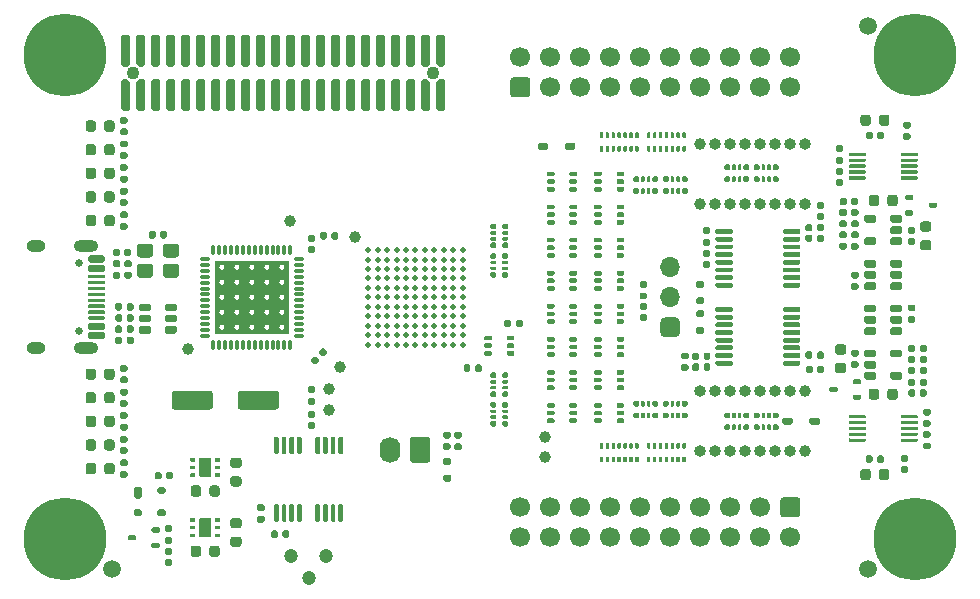
<source format=gts>
G04 #@! TF.GenerationSoftware,KiCad,Pcbnew,5.1.8*
G04 #@! TF.CreationDate,2020-12-26T16:11:21-08:00*
G04 #@! TF.ProjectId,glasgow,676c6173-676f-4772-9e6b-696361645f70,C2*
G04 #@! TF.SameCoordinates,Original*
G04 #@! TF.FileFunction,Soldermask,Top*
G04 #@! TF.FilePolarity,Negative*
%FSLAX46Y46*%
G04 Gerber Fmt 4.6, Leading zero omitted, Abs format (unit mm)*
G04 Created by KiCad (PCBNEW 5.1.8) date 2020-12-26 16:11:21*
%MOMM*%
%LPD*%
G01*
G04 APERTURE LIST*
%ADD10C,0.200000*%
%ADD11C,0.863600*%
%ADD12C,0.100000*%
%ADD13C,1.200000*%
%ADD14O,1.600000X1.000000*%
%ADD15C,0.650000*%
%ADD16O,2.100000X1.000000*%
%ADD17C,1.100000*%
%ADD18C,1.700000*%
%ADD19C,1.000000*%
%ADD20O,1.000000X1.000000*%
%ADD21O,1.700000X1.700000*%
%ADD22C,1.500000*%
%ADD23O,1.740000X2.200000*%
%ADD24C,7.000000*%
%ADD25C,0.800000*%
%ADD26C,0.500000*%
%ADD27O,1.000000X0.280000*%
%ADD28O,0.280000X1.000000*%
G04 APERTURE END LIST*
D10*
X70150000Y-95500000D02*
G75*
G03*
X70150000Y-95500000I-300000J0D01*
G01*
D11*
X67945000Y-92960000D02*
X67945000Y-98040000D01*
X69215000Y-92960000D02*
X69215000Y-98040000D01*
X70485000Y-92960000D02*
X70485000Y-98040000D01*
X71755000Y-92960000D02*
X71755000Y-98040000D01*
X67310000Y-97405000D02*
X72390000Y-97405000D01*
X67310000Y-96135000D02*
X72390000Y-96135000D01*
X67310000Y-94865000D02*
X72390000Y-94865000D01*
X67310000Y-93595000D02*
X72390000Y-93595000D01*
D12*
G36*
X72960000Y-92390000D02*
G01*
X72960000Y-92750000D01*
X66740000Y-92750000D01*
X66740000Y-92390000D01*
X72960000Y-92390000D01*
G37*
G36*
X66740000Y-92390000D02*
G01*
X67100000Y-92390000D01*
X67100000Y-98610000D01*
X66740000Y-98610000D01*
X66740000Y-92390000D01*
G37*
G36*
X66740000Y-98610000D02*
G01*
X66740000Y-98250000D01*
X72960000Y-98250000D01*
X72960000Y-98610000D01*
X66740000Y-98610000D01*
G37*
G36*
X72960000Y-98610000D02*
G01*
X72600000Y-98610000D01*
X72600000Y-92390000D01*
X72960000Y-92390000D01*
X72960000Y-98610000D01*
G37*
D10*
X71420000Y-95500000D02*
G75*
G03*
X71420000Y-95500000I-300000J0D01*
G01*
X72690000Y-95500000D02*
G75*
G03*
X72690000Y-95500000I-300000J0D01*
G01*
X68880000Y-95500000D02*
G75*
G03*
X68880000Y-95500000I-300000J0D01*
G01*
X67610000Y-95500000D02*
G75*
G03*
X67610000Y-95500000I-300000J0D01*
G01*
X67610000Y-94230000D02*
G75*
G03*
X67610000Y-94230000I-300000J0D01*
G01*
X68880000Y-94230000D02*
G75*
G03*
X68880000Y-94230000I-300000J0D01*
G01*
X70150000Y-94230000D02*
G75*
G03*
X70150000Y-94230000I-300000J0D01*
G01*
X71420000Y-94230000D02*
G75*
G03*
X71420000Y-94230000I-300000J0D01*
G01*
X72690000Y-94230000D02*
G75*
G03*
X72690000Y-94230000I-300000J0D01*
G01*
X72690000Y-92960000D02*
G75*
G03*
X72690000Y-92960000I-300000J0D01*
G01*
X71420000Y-92960000D02*
G75*
G03*
X71420000Y-92960000I-300000J0D01*
G01*
X70150000Y-92960000D02*
G75*
G03*
X70150000Y-92960000I-300000J0D01*
G01*
X68880000Y-92960000D02*
G75*
G03*
X68880000Y-92960000I-300000J0D01*
G01*
X67610000Y-92960000D02*
G75*
G03*
X67610000Y-92960000I-300000J0D01*
G01*
X67610000Y-96770000D02*
G75*
G03*
X67610000Y-96770000I-300000J0D01*
G01*
X68880000Y-96770000D02*
G75*
G03*
X68880000Y-96770000I-300000J0D01*
G01*
X70150000Y-96770000D02*
G75*
G03*
X70150000Y-96770000I-300000J0D01*
G01*
X71420000Y-96770000D02*
G75*
G03*
X71420000Y-96770000I-300000J0D01*
G01*
X72690000Y-96770000D02*
G75*
G03*
X72690000Y-96770000I-300000J0D01*
G01*
X72690000Y-98040000D02*
G75*
G03*
X72690000Y-98040000I-300000J0D01*
G01*
X71420000Y-98040000D02*
G75*
G03*
X71420000Y-98040000I-300000J0D01*
G01*
X70150000Y-98040000D02*
G75*
G03*
X70150000Y-98040000I-300000J0D01*
G01*
X68880000Y-98040000D02*
G75*
G03*
X68880000Y-98040000I-300000J0D01*
G01*
X67610000Y-98040000D02*
G75*
G03*
X67610000Y-98040000I-300000J0D01*
G01*
G36*
G01*
X91050000Y-103825000D02*
X91050000Y-103575000D01*
G75*
G02*
X91175000Y-103450000I125000J0D01*
G01*
X91425000Y-103450000D01*
G75*
G02*
X91550000Y-103575000I0J-125000D01*
G01*
X91550000Y-103825000D01*
G75*
G02*
X91425000Y-103950000I-125000J0D01*
G01*
X91175000Y-103950000D01*
G75*
G02*
X91050000Y-103825000I0J125000D01*
G01*
G37*
G36*
G01*
X91050000Y-103225000D02*
X91050000Y-103075000D01*
G75*
G02*
X91125000Y-103000000I75000J0D01*
G01*
X91475000Y-103000000D01*
G75*
G02*
X91550000Y-103075000I0J-75000D01*
G01*
X91550000Y-103225000D01*
G75*
G02*
X91475000Y-103300000I-75000J0D01*
G01*
X91125000Y-103300000D01*
G75*
G02*
X91050000Y-103225000I0J75000D01*
G01*
G37*
G36*
G01*
X91050000Y-102225000D02*
X91050000Y-101975000D01*
G75*
G02*
X91175000Y-101850000I125000J0D01*
G01*
X91425000Y-101850000D01*
G75*
G02*
X91550000Y-101975000I0J-125000D01*
G01*
X91550000Y-102225000D01*
G75*
G02*
X91425000Y-102350000I-125000J0D01*
G01*
X91175000Y-102350000D01*
G75*
G02*
X91050000Y-102225000I0J125000D01*
G01*
G37*
G36*
G01*
X91050000Y-102725000D02*
X91050000Y-102575000D01*
G75*
G02*
X91125000Y-102500000I75000J0D01*
G01*
X91475000Y-102500000D01*
G75*
G02*
X91550000Y-102575000I0J-75000D01*
G01*
X91550000Y-102725000D01*
G75*
G02*
X91475000Y-102800000I-75000J0D01*
G01*
X91125000Y-102800000D01*
G75*
G02*
X91050000Y-102725000I0J75000D01*
G01*
G37*
G36*
G01*
X90050000Y-103825000D02*
X90050000Y-103575000D01*
G75*
G02*
X90175000Y-103450000I125000J0D01*
G01*
X90425000Y-103450000D01*
G75*
G02*
X90550000Y-103575000I0J-125000D01*
G01*
X90550000Y-103825000D01*
G75*
G02*
X90425000Y-103950000I-125000J0D01*
G01*
X90175000Y-103950000D01*
G75*
G02*
X90050000Y-103825000I0J125000D01*
G01*
G37*
G36*
G01*
X90050000Y-102725000D02*
X90050000Y-102575000D01*
G75*
G02*
X90125000Y-102500000I75000J0D01*
G01*
X90475000Y-102500000D01*
G75*
G02*
X90550000Y-102575000I0J-75000D01*
G01*
X90550000Y-102725000D01*
G75*
G02*
X90475000Y-102800000I-75000J0D01*
G01*
X90125000Y-102800000D01*
G75*
G02*
X90050000Y-102725000I0J75000D01*
G01*
G37*
G36*
G01*
X90050000Y-103225000D02*
X90050000Y-103075000D01*
G75*
G02*
X90125000Y-103000000I75000J0D01*
G01*
X90475000Y-103000000D01*
G75*
G02*
X90550000Y-103075000I0J-75000D01*
G01*
X90550000Y-103225000D01*
G75*
G02*
X90475000Y-103300000I-75000J0D01*
G01*
X90125000Y-103300000D01*
G75*
G02*
X90050000Y-103225000I0J75000D01*
G01*
G37*
G36*
G01*
X90050000Y-102225000D02*
X90050000Y-101975000D01*
G75*
G02*
X90175000Y-101850000I125000J0D01*
G01*
X90425000Y-101850000D01*
G75*
G02*
X90550000Y-101975000I0J-125000D01*
G01*
X90550000Y-102225000D01*
G75*
G02*
X90425000Y-102350000I-125000J0D01*
G01*
X90175000Y-102350000D01*
G75*
G02*
X90050000Y-102225000I0J125000D01*
G01*
G37*
G36*
G01*
X112475000Y-85250000D02*
X112725000Y-85250000D01*
G75*
G02*
X112850000Y-85375000I0J-125000D01*
G01*
X112850000Y-85625000D01*
G75*
G02*
X112725000Y-85750000I-125000J0D01*
G01*
X112475000Y-85750000D01*
G75*
G02*
X112350000Y-85625000I0J125000D01*
G01*
X112350000Y-85375000D01*
G75*
G02*
X112475000Y-85250000I125000J0D01*
G01*
G37*
G36*
G01*
X113075000Y-85250000D02*
X113225000Y-85250000D01*
G75*
G02*
X113300000Y-85325000I0J-75000D01*
G01*
X113300000Y-85675000D01*
G75*
G02*
X113225000Y-85750000I-75000J0D01*
G01*
X113075000Y-85750000D01*
G75*
G02*
X113000000Y-85675000I0J75000D01*
G01*
X113000000Y-85325000D01*
G75*
G02*
X113075000Y-85250000I75000J0D01*
G01*
G37*
G36*
G01*
X114075000Y-85250000D02*
X114325000Y-85250000D01*
G75*
G02*
X114450000Y-85375000I0J-125000D01*
G01*
X114450000Y-85625000D01*
G75*
G02*
X114325000Y-85750000I-125000J0D01*
G01*
X114075000Y-85750000D01*
G75*
G02*
X113950000Y-85625000I0J125000D01*
G01*
X113950000Y-85375000D01*
G75*
G02*
X114075000Y-85250000I125000J0D01*
G01*
G37*
G36*
G01*
X113575000Y-85250000D02*
X113725000Y-85250000D01*
G75*
G02*
X113800000Y-85325000I0J-75000D01*
G01*
X113800000Y-85675000D01*
G75*
G02*
X113725000Y-85750000I-75000J0D01*
G01*
X113575000Y-85750000D01*
G75*
G02*
X113500000Y-85675000I0J75000D01*
G01*
X113500000Y-85325000D01*
G75*
G02*
X113575000Y-85250000I75000J0D01*
G01*
G37*
G36*
G01*
X112475000Y-84250000D02*
X112725000Y-84250000D01*
G75*
G02*
X112850000Y-84375000I0J-125000D01*
G01*
X112850000Y-84625000D01*
G75*
G02*
X112725000Y-84750000I-125000J0D01*
G01*
X112475000Y-84750000D01*
G75*
G02*
X112350000Y-84625000I0J125000D01*
G01*
X112350000Y-84375000D01*
G75*
G02*
X112475000Y-84250000I125000J0D01*
G01*
G37*
G36*
G01*
X113575000Y-84250000D02*
X113725000Y-84250000D01*
G75*
G02*
X113800000Y-84325000I0J-75000D01*
G01*
X113800000Y-84675000D01*
G75*
G02*
X113725000Y-84750000I-75000J0D01*
G01*
X113575000Y-84750000D01*
G75*
G02*
X113500000Y-84675000I0J75000D01*
G01*
X113500000Y-84325000D01*
G75*
G02*
X113575000Y-84250000I75000J0D01*
G01*
G37*
G36*
G01*
X113075000Y-84250000D02*
X113225000Y-84250000D01*
G75*
G02*
X113300000Y-84325000I0J-75000D01*
G01*
X113300000Y-84675000D01*
G75*
G02*
X113225000Y-84750000I-75000J0D01*
G01*
X113075000Y-84750000D01*
G75*
G02*
X113000000Y-84675000I0J75000D01*
G01*
X113000000Y-84325000D01*
G75*
G02*
X113075000Y-84250000I75000J0D01*
G01*
G37*
G36*
G01*
X114075000Y-84250000D02*
X114325000Y-84250000D01*
G75*
G02*
X114450000Y-84375000I0J-125000D01*
G01*
X114450000Y-84625000D01*
G75*
G02*
X114325000Y-84750000I-125000J0D01*
G01*
X114075000Y-84750000D01*
G75*
G02*
X113950000Y-84625000I0J125000D01*
G01*
X113950000Y-84375000D01*
G75*
G02*
X114075000Y-84250000I125000J0D01*
G01*
G37*
G36*
G01*
X109975000Y-85250000D02*
X110225000Y-85250000D01*
G75*
G02*
X110350000Y-85375000I0J-125000D01*
G01*
X110350000Y-85625000D01*
G75*
G02*
X110225000Y-85750000I-125000J0D01*
G01*
X109975000Y-85750000D01*
G75*
G02*
X109850000Y-85625000I0J125000D01*
G01*
X109850000Y-85375000D01*
G75*
G02*
X109975000Y-85250000I125000J0D01*
G01*
G37*
G36*
G01*
X110575000Y-85250000D02*
X110725000Y-85250000D01*
G75*
G02*
X110800000Y-85325000I0J-75000D01*
G01*
X110800000Y-85675000D01*
G75*
G02*
X110725000Y-85750000I-75000J0D01*
G01*
X110575000Y-85750000D01*
G75*
G02*
X110500000Y-85675000I0J75000D01*
G01*
X110500000Y-85325000D01*
G75*
G02*
X110575000Y-85250000I75000J0D01*
G01*
G37*
G36*
G01*
X111575000Y-85250000D02*
X111825000Y-85250000D01*
G75*
G02*
X111950000Y-85375000I0J-125000D01*
G01*
X111950000Y-85625000D01*
G75*
G02*
X111825000Y-85750000I-125000J0D01*
G01*
X111575000Y-85750000D01*
G75*
G02*
X111450000Y-85625000I0J125000D01*
G01*
X111450000Y-85375000D01*
G75*
G02*
X111575000Y-85250000I125000J0D01*
G01*
G37*
G36*
G01*
X111075000Y-85250000D02*
X111225000Y-85250000D01*
G75*
G02*
X111300000Y-85325000I0J-75000D01*
G01*
X111300000Y-85675000D01*
G75*
G02*
X111225000Y-85750000I-75000J0D01*
G01*
X111075000Y-85750000D01*
G75*
G02*
X111000000Y-85675000I0J75000D01*
G01*
X111000000Y-85325000D01*
G75*
G02*
X111075000Y-85250000I75000J0D01*
G01*
G37*
G36*
G01*
X109975000Y-84250000D02*
X110225000Y-84250000D01*
G75*
G02*
X110350000Y-84375000I0J-125000D01*
G01*
X110350000Y-84625000D01*
G75*
G02*
X110225000Y-84750000I-125000J0D01*
G01*
X109975000Y-84750000D01*
G75*
G02*
X109850000Y-84625000I0J125000D01*
G01*
X109850000Y-84375000D01*
G75*
G02*
X109975000Y-84250000I125000J0D01*
G01*
G37*
G36*
G01*
X111075000Y-84250000D02*
X111225000Y-84250000D01*
G75*
G02*
X111300000Y-84325000I0J-75000D01*
G01*
X111300000Y-84675000D01*
G75*
G02*
X111225000Y-84750000I-75000J0D01*
G01*
X111075000Y-84750000D01*
G75*
G02*
X111000000Y-84675000I0J75000D01*
G01*
X111000000Y-84325000D01*
G75*
G02*
X111075000Y-84250000I75000J0D01*
G01*
G37*
G36*
G01*
X110575000Y-84250000D02*
X110725000Y-84250000D01*
G75*
G02*
X110800000Y-84325000I0J-75000D01*
G01*
X110800000Y-84675000D01*
G75*
G02*
X110725000Y-84750000I-75000J0D01*
G01*
X110575000Y-84750000D01*
G75*
G02*
X110500000Y-84675000I0J75000D01*
G01*
X110500000Y-84325000D01*
G75*
G02*
X110575000Y-84250000I75000J0D01*
G01*
G37*
G36*
G01*
X111575000Y-84250000D02*
X111825000Y-84250000D01*
G75*
G02*
X111950000Y-84375000I0J-125000D01*
G01*
X111950000Y-84625000D01*
G75*
G02*
X111825000Y-84750000I-125000J0D01*
G01*
X111575000Y-84750000D01*
G75*
G02*
X111450000Y-84625000I0J125000D01*
G01*
X111450000Y-84375000D01*
G75*
G02*
X111575000Y-84250000I125000J0D01*
G01*
G37*
G36*
G01*
X106625000Y-85750000D02*
X106375000Y-85750000D01*
G75*
G02*
X106250000Y-85625000I0J125000D01*
G01*
X106250000Y-85375000D01*
G75*
G02*
X106375000Y-85250000I125000J0D01*
G01*
X106625000Y-85250000D01*
G75*
G02*
X106750000Y-85375000I0J-125000D01*
G01*
X106750000Y-85625000D01*
G75*
G02*
X106625000Y-85750000I-125000J0D01*
G01*
G37*
G36*
G01*
X106025000Y-85750000D02*
X105875000Y-85750000D01*
G75*
G02*
X105800000Y-85675000I0J75000D01*
G01*
X105800000Y-85325000D01*
G75*
G02*
X105875000Y-85250000I75000J0D01*
G01*
X106025000Y-85250000D01*
G75*
G02*
X106100000Y-85325000I0J-75000D01*
G01*
X106100000Y-85675000D01*
G75*
G02*
X106025000Y-85750000I-75000J0D01*
G01*
G37*
G36*
G01*
X105025000Y-85750000D02*
X104775000Y-85750000D01*
G75*
G02*
X104650000Y-85625000I0J125000D01*
G01*
X104650000Y-85375000D01*
G75*
G02*
X104775000Y-85250000I125000J0D01*
G01*
X105025000Y-85250000D01*
G75*
G02*
X105150000Y-85375000I0J-125000D01*
G01*
X105150000Y-85625000D01*
G75*
G02*
X105025000Y-85750000I-125000J0D01*
G01*
G37*
G36*
G01*
X105525000Y-85750000D02*
X105375000Y-85750000D01*
G75*
G02*
X105300000Y-85675000I0J75000D01*
G01*
X105300000Y-85325000D01*
G75*
G02*
X105375000Y-85250000I75000J0D01*
G01*
X105525000Y-85250000D01*
G75*
G02*
X105600000Y-85325000I0J-75000D01*
G01*
X105600000Y-85675000D01*
G75*
G02*
X105525000Y-85750000I-75000J0D01*
G01*
G37*
G36*
G01*
X106625000Y-86750000D02*
X106375000Y-86750000D01*
G75*
G02*
X106250000Y-86625000I0J125000D01*
G01*
X106250000Y-86375000D01*
G75*
G02*
X106375000Y-86250000I125000J0D01*
G01*
X106625000Y-86250000D01*
G75*
G02*
X106750000Y-86375000I0J-125000D01*
G01*
X106750000Y-86625000D01*
G75*
G02*
X106625000Y-86750000I-125000J0D01*
G01*
G37*
G36*
G01*
X105525000Y-86750000D02*
X105375000Y-86750000D01*
G75*
G02*
X105300000Y-86675000I0J75000D01*
G01*
X105300000Y-86325000D01*
G75*
G02*
X105375000Y-86250000I75000J0D01*
G01*
X105525000Y-86250000D01*
G75*
G02*
X105600000Y-86325000I0J-75000D01*
G01*
X105600000Y-86675000D01*
G75*
G02*
X105525000Y-86750000I-75000J0D01*
G01*
G37*
G36*
G01*
X106025000Y-86750000D02*
X105875000Y-86750000D01*
G75*
G02*
X105800000Y-86675000I0J75000D01*
G01*
X105800000Y-86325000D01*
G75*
G02*
X105875000Y-86250000I75000J0D01*
G01*
X106025000Y-86250000D01*
G75*
G02*
X106100000Y-86325000I0J-75000D01*
G01*
X106100000Y-86675000D01*
G75*
G02*
X106025000Y-86750000I-75000J0D01*
G01*
G37*
G36*
G01*
X105025000Y-86750000D02*
X104775000Y-86750000D01*
G75*
G02*
X104650000Y-86625000I0J125000D01*
G01*
X104650000Y-86375000D01*
G75*
G02*
X104775000Y-86250000I125000J0D01*
G01*
X105025000Y-86250000D01*
G75*
G02*
X105150000Y-86375000I0J-125000D01*
G01*
X105150000Y-86625000D01*
G75*
G02*
X105025000Y-86750000I-125000J0D01*
G01*
G37*
G36*
G01*
X104125000Y-85750000D02*
X103875000Y-85750000D01*
G75*
G02*
X103750000Y-85625000I0J125000D01*
G01*
X103750000Y-85375000D01*
G75*
G02*
X103875000Y-85250000I125000J0D01*
G01*
X104125000Y-85250000D01*
G75*
G02*
X104250000Y-85375000I0J-125000D01*
G01*
X104250000Y-85625000D01*
G75*
G02*
X104125000Y-85750000I-125000J0D01*
G01*
G37*
G36*
G01*
X103525000Y-85750000D02*
X103375000Y-85750000D01*
G75*
G02*
X103300000Y-85675000I0J75000D01*
G01*
X103300000Y-85325000D01*
G75*
G02*
X103375000Y-85250000I75000J0D01*
G01*
X103525000Y-85250000D01*
G75*
G02*
X103600000Y-85325000I0J-75000D01*
G01*
X103600000Y-85675000D01*
G75*
G02*
X103525000Y-85750000I-75000J0D01*
G01*
G37*
G36*
G01*
X102525000Y-85750000D02*
X102275000Y-85750000D01*
G75*
G02*
X102150000Y-85625000I0J125000D01*
G01*
X102150000Y-85375000D01*
G75*
G02*
X102275000Y-85250000I125000J0D01*
G01*
X102525000Y-85250000D01*
G75*
G02*
X102650000Y-85375000I0J-125000D01*
G01*
X102650000Y-85625000D01*
G75*
G02*
X102525000Y-85750000I-125000J0D01*
G01*
G37*
G36*
G01*
X103025000Y-85750000D02*
X102875000Y-85750000D01*
G75*
G02*
X102800000Y-85675000I0J75000D01*
G01*
X102800000Y-85325000D01*
G75*
G02*
X102875000Y-85250000I75000J0D01*
G01*
X103025000Y-85250000D01*
G75*
G02*
X103100000Y-85325000I0J-75000D01*
G01*
X103100000Y-85675000D01*
G75*
G02*
X103025000Y-85750000I-75000J0D01*
G01*
G37*
G36*
G01*
X104125000Y-86750000D02*
X103875000Y-86750000D01*
G75*
G02*
X103750000Y-86625000I0J125000D01*
G01*
X103750000Y-86375000D01*
G75*
G02*
X103875000Y-86250000I125000J0D01*
G01*
X104125000Y-86250000D01*
G75*
G02*
X104250000Y-86375000I0J-125000D01*
G01*
X104250000Y-86625000D01*
G75*
G02*
X104125000Y-86750000I-125000J0D01*
G01*
G37*
G36*
G01*
X103025000Y-86750000D02*
X102875000Y-86750000D01*
G75*
G02*
X102800000Y-86675000I0J75000D01*
G01*
X102800000Y-86325000D01*
G75*
G02*
X102875000Y-86250000I75000J0D01*
G01*
X103025000Y-86250000D01*
G75*
G02*
X103100000Y-86325000I0J-75000D01*
G01*
X103100000Y-86675000D01*
G75*
G02*
X103025000Y-86750000I-75000J0D01*
G01*
G37*
G36*
G01*
X103525000Y-86750000D02*
X103375000Y-86750000D01*
G75*
G02*
X103300000Y-86675000I0J75000D01*
G01*
X103300000Y-86325000D01*
G75*
G02*
X103375000Y-86250000I75000J0D01*
G01*
X103525000Y-86250000D01*
G75*
G02*
X103600000Y-86325000I0J-75000D01*
G01*
X103600000Y-86675000D01*
G75*
G02*
X103525000Y-86750000I-75000J0D01*
G01*
G37*
G36*
G01*
X102525000Y-86750000D02*
X102275000Y-86750000D01*
G75*
G02*
X102150000Y-86625000I0J125000D01*
G01*
X102150000Y-86375000D01*
G75*
G02*
X102275000Y-86250000I125000J0D01*
G01*
X102525000Y-86250000D01*
G75*
G02*
X102650000Y-86375000I0J-125000D01*
G01*
X102650000Y-86625000D01*
G75*
G02*
X102525000Y-86750000I-125000J0D01*
G01*
G37*
G36*
G01*
X91050000Y-93725000D02*
X91050000Y-93475000D01*
G75*
G02*
X91175000Y-93350000I125000J0D01*
G01*
X91425000Y-93350000D01*
G75*
G02*
X91550000Y-93475000I0J-125000D01*
G01*
X91550000Y-93725000D01*
G75*
G02*
X91425000Y-93850000I-125000J0D01*
G01*
X91175000Y-93850000D01*
G75*
G02*
X91050000Y-93725000I0J125000D01*
G01*
G37*
G36*
G01*
X91050000Y-93125000D02*
X91050000Y-92975000D01*
G75*
G02*
X91125000Y-92900000I75000J0D01*
G01*
X91475000Y-92900000D01*
G75*
G02*
X91550000Y-92975000I0J-75000D01*
G01*
X91550000Y-93125000D01*
G75*
G02*
X91475000Y-93200000I-75000J0D01*
G01*
X91125000Y-93200000D01*
G75*
G02*
X91050000Y-93125000I0J75000D01*
G01*
G37*
G36*
G01*
X91050000Y-92125000D02*
X91050000Y-91875000D01*
G75*
G02*
X91175000Y-91750000I125000J0D01*
G01*
X91425000Y-91750000D01*
G75*
G02*
X91550000Y-91875000I0J-125000D01*
G01*
X91550000Y-92125000D01*
G75*
G02*
X91425000Y-92250000I-125000J0D01*
G01*
X91175000Y-92250000D01*
G75*
G02*
X91050000Y-92125000I0J125000D01*
G01*
G37*
G36*
G01*
X91050000Y-92625000D02*
X91050000Y-92475000D01*
G75*
G02*
X91125000Y-92400000I75000J0D01*
G01*
X91475000Y-92400000D01*
G75*
G02*
X91550000Y-92475000I0J-75000D01*
G01*
X91550000Y-92625000D01*
G75*
G02*
X91475000Y-92700000I-75000J0D01*
G01*
X91125000Y-92700000D01*
G75*
G02*
X91050000Y-92625000I0J75000D01*
G01*
G37*
G36*
G01*
X90050000Y-93725000D02*
X90050000Y-93475000D01*
G75*
G02*
X90175000Y-93350000I125000J0D01*
G01*
X90425000Y-93350000D01*
G75*
G02*
X90550000Y-93475000I0J-125000D01*
G01*
X90550000Y-93725000D01*
G75*
G02*
X90425000Y-93850000I-125000J0D01*
G01*
X90175000Y-93850000D01*
G75*
G02*
X90050000Y-93725000I0J125000D01*
G01*
G37*
G36*
G01*
X90050000Y-92625000D02*
X90050000Y-92475000D01*
G75*
G02*
X90125000Y-92400000I75000J0D01*
G01*
X90475000Y-92400000D01*
G75*
G02*
X90550000Y-92475000I0J-75000D01*
G01*
X90550000Y-92625000D01*
G75*
G02*
X90475000Y-92700000I-75000J0D01*
G01*
X90125000Y-92700000D01*
G75*
G02*
X90050000Y-92625000I0J75000D01*
G01*
G37*
G36*
G01*
X90050000Y-93125000D02*
X90050000Y-92975000D01*
G75*
G02*
X90125000Y-92900000I75000J0D01*
G01*
X90475000Y-92900000D01*
G75*
G02*
X90550000Y-92975000I0J-75000D01*
G01*
X90550000Y-93125000D01*
G75*
G02*
X90475000Y-93200000I-75000J0D01*
G01*
X90125000Y-93200000D01*
G75*
G02*
X90050000Y-93125000I0J75000D01*
G01*
G37*
G36*
G01*
X90050000Y-92125000D02*
X90050000Y-91875000D01*
G75*
G02*
X90175000Y-91750000I125000J0D01*
G01*
X90425000Y-91750000D01*
G75*
G02*
X90550000Y-91875000I0J-125000D01*
G01*
X90550000Y-92125000D01*
G75*
G02*
X90425000Y-92250000I-125000J0D01*
G01*
X90175000Y-92250000D01*
G75*
G02*
X90050000Y-92125000I0J125000D01*
G01*
G37*
G36*
G01*
X91050000Y-91225000D02*
X91050000Y-90975000D01*
G75*
G02*
X91175000Y-90850000I125000J0D01*
G01*
X91425000Y-90850000D01*
G75*
G02*
X91550000Y-90975000I0J-125000D01*
G01*
X91550000Y-91225000D01*
G75*
G02*
X91425000Y-91350000I-125000J0D01*
G01*
X91175000Y-91350000D01*
G75*
G02*
X91050000Y-91225000I0J125000D01*
G01*
G37*
G36*
G01*
X91050000Y-90625000D02*
X91050000Y-90475000D01*
G75*
G02*
X91125000Y-90400000I75000J0D01*
G01*
X91475000Y-90400000D01*
G75*
G02*
X91550000Y-90475000I0J-75000D01*
G01*
X91550000Y-90625000D01*
G75*
G02*
X91475000Y-90700000I-75000J0D01*
G01*
X91125000Y-90700000D01*
G75*
G02*
X91050000Y-90625000I0J75000D01*
G01*
G37*
G36*
G01*
X91050000Y-89625000D02*
X91050000Y-89375000D01*
G75*
G02*
X91175000Y-89250000I125000J0D01*
G01*
X91425000Y-89250000D01*
G75*
G02*
X91550000Y-89375000I0J-125000D01*
G01*
X91550000Y-89625000D01*
G75*
G02*
X91425000Y-89750000I-125000J0D01*
G01*
X91175000Y-89750000D01*
G75*
G02*
X91050000Y-89625000I0J125000D01*
G01*
G37*
G36*
G01*
X91050000Y-90125000D02*
X91050000Y-89975000D01*
G75*
G02*
X91125000Y-89900000I75000J0D01*
G01*
X91475000Y-89900000D01*
G75*
G02*
X91550000Y-89975000I0J-75000D01*
G01*
X91550000Y-90125000D01*
G75*
G02*
X91475000Y-90200000I-75000J0D01*
G01*
X91125000Y-90200000D01*
G75*
G02*
X91050000Y-90125000I0J75000D01*
G01*
G37*
G36*
G01*
X90050000Y-91225000D02*
X90050000Y-90975000D01*
G75*
G02*
X90175000Y-90850000I125000J0D01*
G01*
X90425000Y-90850000D01*
G75*
G02*
X90550000Y-90975000I0J-125000D01*
G01*
X90550000Y-91225000D01*
G75*
G02*
X90425000Y-91350000I-125000J0D01*
G01*
X90175000Y-91350000D01*
G75*
G02*
X90050000Y-91225000I0J125000D01*
G01*
G37*
G36*
G01*
X90050000Y-90125000D02*
X90050000Y-89975000D01*
G75*
G02*
X90125000Y-89900000I75000J0D01*
G01*
X90475000Y-89900000D01*
G75*
G02*
X90550000Y-89975000I0J-75000D01*
G01*
X90550000Y-90125000D01*
G75*
G02*
X90475000Y-90200000I-75000J0D01*
G01*
X90125000Y-90200000D01*
G75*
G02*
X90050000Y-90125000I0J75000D01*
G01*
G37*
G36*
G01*
X90050000Y-90625000D02*
X90050000Y-90475000D01*
G75*
G02*
X90125000Y-90400000I75000J0D01*
G01*
X90475000Y-90400000D01*
G75*
G02*
X90550000Y-90475000I0J-75000D01*
G01*
X90550000Y-90625000D01*
G75*
G02*
X90475000Y-90700000I-75000J0D01*
G01*
X90125000Y-90700000D01*
G75*
G02*
X90050000Y-90625000I0J75000D01*
G01*
G37*
G36*
G01*
X90050000Y-89625000D02*
X90050000Y-89375000D01*
G75*
G02*
X90175000Y-89250000I125000J0D01*
G01*
X90425000Y-89250000D01*
G75*
G02*
X90550000Y-89375000I0J-125000D01*
G01*
X90550000Y-89625000D01*
G75*
G02*
X90425000Y-89750000I-125000J0D01*
G01*
X90175000Y-89750000D01*
G75*
G02*
X90050000Y-89625000I0J125000D01*
G01*
G37*
G36*
G01*
X111825000Y-105750000D02*
X111575000Y-105750000D01*
G75*
G02*
X111450000Y-105625000I0J125000D01*
G01*
X111450000Y-105375000D01*
G75*
G02*
X111575000Y-105250000I125000J0D01*
G01*
X111825000Y-105250000D01*
G75*
G02*
X111950000Y-105375000I0J-125000D01*
G01*
X111950000Y-105625000D01*
G75*
G02*
X111825000Y-105750000I-125000J0D01*
G01*
G37*
G36*
G01*
X111225000Y-105750000D02*
X111075000Y-105750000D01*
G75*
G02*
X111000000Y-105675000I0J75000D01*
G01*
X111000000Y-105325000D01*
G75*
G02*
X111075000Y-105250000I75000J0D01*
G01*
X111225000Y-105250000D01*
G75*
G02*
X111300000Y-105325000I0J-75000D01*
G01*
X111300000Y-105675000D01*
G75*
G02*
X111225000Y-105750000I-75000J0D01*
G01*
G37*
G36*
G01*
X110225000Y-105750000D02*
X109975000Y-105750000D01*
G75*
G02*
X109850000Y-105625000I0J125000D01*
G01*
X109850000Y-105375000D01*
G75*
G02*
X109975000Y-105250000I125000J0D01*
G01*
X110225000Y-105250000D01*
G75*
G02*
X110350000Y-105375000I0J-125000D01*
G01*
X110350000Y-105625000D01*
G75*
G02*
X110225000Y-105750000I-125000J0D01*
G01*
G37*
G36*
G01*
X110725000Y-105750000D02*
X110575000Y-105750000D01*
G75*
G02*
X110500000Y-105675000I0J75000D01*
G01*
X110500000Y-105325000D01*
G75*
G02*
X110575000Y-105250000I75000J0D01*
G01*
X110725000Y-105250000D01*
G75*
G02*
X110800000Y-105325000I0J-75000D01*
G01*
X110800000Y-105675000D01*
G75*
G02*
X110725000Y-105750000I-75000J0D01*
G01*
G37*
G36*
G01*
X111825000Y-106750000D02*
X111575000Y-106750000D01*
G75*
G02*
X111450000Y-106625000I0J125000D01*
G01*
X111450000Y-106375000D01*
G75*
G02*
X111575000Y-106250000I125000J0D01*
G01*
X111825000Y-106250000D01*
G75*
G02*
X111950000Y-106375000I0J-125000D01*
G01*
X111950000Y-106625000D01*
G75*
G02*
X111825000Y-106750000I-125000J0D01*
G01*
G37*
G36*
G01*
X110725000Y-106750000D02*
X110575000Y-106750000D01*
G75*
G02*
X110500000Y-106675000I0J75000D01*
G01*
X110500000Y-106325000D01*
G75*
G02*
X110575000Y-106250000I75000J0D01*
G01*
X110725000Y-106250000D01*
G75*
G02*
X110800000Y-106325000I0J-75000D01*
G01*
X110800000Y-106675000D01*
G75*
G02*
X110725000Y-106750000I-75000J0D01*
G01*
G37*
G36*
G01*
X111225000Y-106750000D02*
X111075000Y-106750000D01*
G75*
G02*
X111000000Y-106675000I0J75000D01*
G01*
X111000000Y-106325000D01*
G75*
G02*
X111075000Y-106250000I75000J0D01*
G01*
X111225000Y-106250000D01*
G75*
G02*
X111300000Y-106325000I0J-75000D01*
G01*
X111300000Y-106675000D01*
G75*
G02*
X111225000Y-106750000I-75000J0D01*
G01*
G37*
G36*
G01*
X110225000Y-106750000D02*
X109975000Y-106750000D01*
G75*
G02*
X109850000Y-106625000I0J125000D01*
G01*
X109850000Y-106375000D01*
G75*
G02*
X109975000Y-106250000I125000J0D01*
G01*
X110225000Y-106250000D01*
G75*
G02*
X110350000Y-106375000I0J-125000D01*
G01*
X110350000Y-106625000D01*
G75*
G02*
X110225000Y-106750000I-125000J0D01*
G01*
G37*
G36*
G01*
X114325000Y-105750000D02*
X114075000Y-105750000D01*
G75*
G02*
X113950000Y-105625000I0J125000D01*
G01*
X113950000Y-105375000D01*
G75*
G02*
X114075000Y-105250000I125000J0D01*
G01*
X114325000Y-105250000D01*
G75*
G02*
X114450000Y-105375000I0J-125000D01*
G01*
X114450000Y-105625000D01*
G75*
G02*
X114325000Y-105750000I-125000J0D01*
G01*
G37*
G36*
G01*
X113725000Y-105750000D02*
X113575000Y-105750000D01*
G75*
G02*
X113500000Y-105675000I0J75000D01*
G01*
X113500000Y-105325000D01*
G75*
G02*
X113575000Y-105250000I75000J0D01*
G01*
X113725000Y-105250000D01*
G75*
G02*
X113800000Y-105325000I0J-75000D01*
G01*
X113800000Y-105675000D01*
G75*
G02*
X113725000Y-105750000I-75000J0D01*
G01*
G37*
G36*
G01*
X112725000Y-105750000D02*
X112475000Y-105750000D01*
G75*
G02*
X112350000Y-105625000I0J125000D01*
G01*
X112350000Y-105375000D01*
G75*
G02*
X112475000Y-105250000I125000J0D01*
G01*
X112725000Y-105250000D01*
G75*
G02*
X112850000Y-105375000I0J-125000D01*
G01*
X112850000Y-105625000D01*
G75*
G02*
X112725000Y-105750000I-125000J0D01*
G01*
G37*
G36*
G01*
X113225000Y-105750000D02*
X113075000Y-105750000D01*
G75*
G02*
X113000000Y-105675000I0J75000D01*
G01*
X113000000Y-105325000D01*
G75*
G02*
X113075000Y-105250000I75000J0D01*
G01*
X113225000Y-105250000D01*
G75*
G02*
X113300000Y-105325000I0J-75000D01*
G01*
X113300000Y-105675000D01*
G75*
G02*
X113225000Y-105750000I-75000J0D01*
G01*
G37*
G36*
G01*
X114325000Y-106750000D02*
X114075000Y-106750000D01*
G75*
G02*
X113950000Y-106625000I0J125000D01*
G01*
X113950000Y-106375000D01*
G75*
G02*
X114075000Y-106250000I125000J0D01*
G01*
X114325000Y-106250000D01*
G75*
G02*
X114450000Y-106375000I0J-125000D01*
G01*
X114450000Y-106625000D01*
G75*
G02*
X114325000Y-106750000I-125000J0D01*
G01*
G37*
G36*
G01*
X113225000Y-106750000D02*
X113075000Y-106750000D01*
G75*
G02*
X113000000Y-106675000I0J75000D01*
G01*
X113000000Y-106325000D01*
G75*
G02*
X113075000Y-106250000I75000J0D01*
G01*
X113225000Y-106250000D01*
G75*
G02*
X113300000Y-106325000I0J-75000D01*
G01*
X113300000Y-106675000D01*
G75*
G02*
X113225000Y-106750000I-75000J0D01*
G01*
G37*
G36*
G01*
X113725000Y-106750000D02*
X113575000Y-106750000D01*
G75*
G02*
X113500000Y-106675000I0J75000D01*
G01*
X113500000Y-106325000D01*
G75*
G02*
X113575000Y-106250000I75000J0D01*
G01*
X113725000Y-106250000D01*
G75*
G02*
X113800000Y-106325000I0J-75000D01*
G01*
X113800000Y-106675000D01*
G75*
G02*
X113725000Y-106750000I-75000J0D01*
G01*
G37*
G36*
G01*
X112725000Y-106750000D02*
X112475000Y-106750000D01*
G75*
G02*
X112350000Y-106625000I0J125000D01*
G01*
X112350000Y-106375000D01*
G75*
G02*
X112475000Y-106250000I125000J0D01*
G01*
X112725000Y-106250000D01*
G75*
G02*
X112850000Y-106375000I0J-125000D01*
G01*
X112850000Y-106625000D01*
G75*
G02*
X112725000Y-106750000I-125000J0D01*
G01*
G37*
G36*
G01*
X102275000Y-105250000D02*
X102525000Y-105250000D01*
G75*
G02*
X102650000Y-105375000I0J-125000D01*
G01*
X102650000Y-105625000D01*
G75*
G02*
X102525000Y-105750000I-125000J0D01*
G01*
X102275000Y-105750000D01*
G75*
G02*
X102150000Y-105625000I0J125000D01*
G01*
X102150000Y-105375000D01*
G75*
G02*
X102275000Y-105250000I125000J0D01*
G01*
G37*
G36*
G01*
X102875000Y-105250000D02*
X103025000Y-105250000D01*
G75*
G02*
X103100000Y-105325000I0J-75000D01*
G01*
X103100000Y-105675000D01*
G75*
G02*
X103025000Y-105750000I-75000J0D01*
G01*
X102875000Y-105750000D01*
G75*
G02*
X102800000Y-105675000I0J75000D01*
G01*
X102800000Y-105325000D01*
G75*
G02*
X102875000Y-105250000I75000J0D01*
G01*
G37*
G36*
G01*
X103875000Y-105250000D02*
X104125000Y-105250000D01*
G75*
G02*
X104250000Y-105375000I0J-125000D01*
G01*
X104250000Y-105625000D01*
G75*
G02*
X104125000Y-105750000I-125000J0D01*
G01*
X103875000Y-105750000D01*
G75*
G02*
X103750000Y-105625000I0J125000D01*
G01*
X103750000Y-105375000D01*
G75*
G02*
X103875000Y-105250000I125000J0D01*
G01*
G37*
G36*
G01*
X103375000Y-105250000D02*
X103525000Y-105250000D01*
G75*
G02*
X103600000Y-105325000I0J-75000D01*
G01*
X103600000Y-105675000D01*
G75*
G02*
X103525000Y-105750000I-75000J0D01*
G01*
X103375000Y-105750000D01*
G75*
G02*
X103300000Y-105675000I0J75000D01*
G01*
X103300000Y-105325000D01*
G75*
G02*
X103375000Y-105250000I75000J0D01*
G01*
G37*
G36*
G01*
X102275000Y-104250000D02*
X102525000Y-104250000D01*
G75*
G02*
X102650000Y-104375000I0J-125000D01*
G01*
X102650000Y-104625000D01*
G75*
G02*
X102525000Y-104750000I-125000J0D01*
G01*
X102275000Y-104750000D01*
G75*
G02*
X102150000Y-104625000I0J125000D01*
G01*
X102150000Y-104375000D01*
G75*
G02*
X102275000Y-104250000I125000J0D01*
G01*
G37*
G36*
G01*
X103375000Y-104250000D02*
X103525000Y-104250000D01*
G75*
G02*
X103600000Y-104325000I0J-75000D01*
G01*
X103600000Y-104675000D01*
G75*
G02*
X103525000Y-104750000I-75000J0D01*
G01*
X103375000Y-104750000D01*
G75*
G02*
X103300000Y-104675000I0J75000D01*
G01*
X103300000Y-104325000D01*
G75*
G02*
X103375000Y-104250000I75000J0D01*
G01*
G37*
G36*
G01*
X102875000Y-104250000D02*
X103025000Y-104250000D01*
G75*
G02*
X103100000Y-104325000I0J-75000D01*
G01*
X103100000Y-104675000D01*
G75*
G02*
X103025000Y-104750000I-75000J0D01*
G01*
X102875000Y-104750000D01*
G75*
G02*
X102800000Y-104675000I0J75000D01*
G01*
X102800000Y-104325000D01*
G75*
G02*
X102875000Y-104250000I75000J0D01*
G01*
G37*
G36*
G01*
X103875000Y-104250000D02*
X104125000Y-104250000D01*
G75*
G02*
X104250000Y-104375000I0J-125000D01*
G01*
X104250000Y-104625000D01*
G75*
G02*
X104125000Y-104750000I-125000J0D01*
G01*
X103875000Y-104750000D01*
G75*
G02*
X103750000Y-104625000I0J125000D01*
G01*
X103750000Y-104375000D01*
G75*
G02*
X103875000Y-104250000I125000J0D01*
G01*
G37*
G36*
G01*
X104775000Y-105250000D02*
X105025000Y-105250000D01*
G75*
G02*
X105150000Y-105375000I0J-125000D01*
G01*
X105150000Y-105625000D01*
G75*
G02*
X105025000Y-105750000I-125000J0D01*
G01*
X104775000Y-105750000D01*
G75*
G02*
X104650000Y-105625000I0J125000D01*
G01*
X104650000Y-105375000D01*
G75*
G02*
X104775000Y-105250000I125000J0D01*
G01*
G37*
G36*
G01*
X105375000Y-105250000D02*
X105525000Y-105250000D01*
G75*
G02*
X105600000Y-105325000I0J-75000D01*
G01*
X105600000Y-105675000D01*
G75*
G02*
X105525000Y-105750000I-75000J0D01*
G01*
X105375000Y-105750000D01*
G75*
G02*
X105300000Y-105675000I0J75000D01*
G01*
X105300000Y-105325000D01*
G75*
G02*
X105375000Y-105250000I75000J0D01*
G01*
G37*
G36*
G01*
X106375000Y-105250000D02*
X106625000Y-105250000D01*
G75*
G02*
X106750000Y-105375000I0J-125000D01*
G01*
X106750000Y-105625000D01*
G75*
G02*
X106625000Y-105750000I-125000J0D01*
G01*
X106375000Y-105750000D01*
G75*
G02*
X106250000Y-105625000I0J125000D01*
G01*
X106250000Y-105375000D01*
G75*
G02*
X106375000Y-105250000I125000J0D01*
G01*
G37*
G36*
G01*
X105875000Y-105250000D02*
X106025000Y-105250000D01*
G75*
G02*
X106100000Y-105325000I0J-75000D01*
G01*
X106100000Y-105675000D01*
G75*
G02*
X106025000Y-105750000I-75000J0D01*
G01*
X105875000Y-105750000D01*
G75*
G02*
X105800000Y-105675000I0J75000D01*
G01*
X105800000Y-105325000D01*
G75*
G02*
X105875000Y-105250000I75000J0D01*
G01*
G37*
G36*
G01*
X104775000Y-104250000D02*
X105025000Y-104250000D01*
G75*
G02*
X105150000Y-104375000I0J-125000D01*
G01*
X105150000Y-104625000D01*
G75*
G02*
X105025000Y-104750000I-125000J0D01*
G01*
X104775000Y-104750000D01*
G75*
G02*
X104650000Y-104625000I0J125000D01*
G01*
X104650000Y-104375000D01*
G75*
G02*
X104775000Y-104250000I125000J0D01*
G01*
G37*
G36*
G01*
X105875000Y-104250000D02*
X106025000Y-104250000D01*
G75*
G02*
X106100000Y-104325000I0J-75000D01*
G01*
X106100000Y-104675000D01*
G75*
G02*
X106025000Y-104750000I-75000J0D01*
G01*
X105875000Y-104750000D01*
G75*
G02*
X105800000Y-104675000I0J75000D01*
G01*
X105800000Y-104325000D01*
G75*
G02*
X105875000Y-104250000I75000J0D01*
G01*
G37*
G36*
G01*
X105375000Y-104250000D02*
X105525000Y-104250000D01*
G75*
G02*
X105600000Y-104325000I0J-75000D01*
G01*
X105600000Y-104675000D01*
G75*
G02*
X105525000Y-104750000I-75000J0D01*
G01*
X105375000Y-104750000D01*
G75*
G02*
X105300000Y-104675000I0J75000D01*
G01*
X105300000Y-104325000D01*
G75*
G02*
X105375000Y-104250000I75000J0D01*
G01*
G37*
G36*
G01*
X106375000Y-104250000D02*
X106625000Y-104250000D01*
G75*
G02*
X106750000Y-104375000I0J-125000D01*
G01*
X106750000Y-104625000D01*
G75*
G02*
X106625000Y-104750000I-125000J0D01*
G01*
X106375000Y-104750000D01*
G75*
G02*
X106250000Y-104625000I0J125000D01*
G01*
X106250000Y-104375000D01*
G75*
G02*
X106375000Y-104250000I125000J0D01*
G01*
G37*
G36*
G01*
X91050000Y-106325000D02*
X91050000Y-106075000D01*
G75*
G02*
X91175000Y-105950000I125000J0D01*
G01*
X91425000Y-105950000D01*
G75*
G02*
X91550000Y-106075000I0J-125000D01*
G01*
X91550000Y-106325000D01*
G75*
G02*
X91425000Y-106450000I-125000J0D01*
G01*
X91175000Y-106450000D01*
G75*
G02*
X91050000Y-106325000I0J125000D01*
G01*
G37*
G36*
G01*
X91050000Y-105725000D02*
X91050000Y-105575000D01*
G75*
G02*
X91125000Y-105500000I75000J0D01*
G01*
X91475000Y-105500000D01*
G75*
G02*
X91550000Y-105575000I0J-75000D01*
G01*
X91550000Y-105725000D01*
G75*
G02*
X91475000Y-105800000I-75000J0D01*
G01*
X91125000Y-105800000D01*
G75*
G02*
X91050000Y-105725000I0J75000D01*
G01*
G37*
G36*
G01*
X91050000Y-104725000D02*
X91050000Y-104475000D01*
G75*
G02*
X91175000Y-104350000I125000J0D01*
G01*
X91425000Y-104350000D01*
G75*
G02*
X91550000Y-104475000I0J-125000D01*
G01*
X91550000Y-104725000D01*
G75*
G02*
X91425000Y-104850000I-125000J0D01*
G01*
X91175000Y-104850000D01*
G75*
G02*
X91050000Y-104725000I0J125000D01*
G01*
G37*
G36*
G01*
X91050000Y-105225000D02*
X91050000Y-105075000D01*
G75*
G02*
X91125000Y-105000000I75000J0D01*
G01*
X91475000Y-105000000D01*
G75*
G02*
X91550000Y-105075000I0J-75000D01*
G01*
X91550000Y-105225000D01*
G75*
G02*
X91475000Y-105300000I-75000J0D01*
G01*
X91125000Y-105300000D01*
G75*
G02*
X91050000Y-105225000I0J75000D01*
G01*
G37*
G36*
G01*
X90050000Y-106325000D02*
X90050000Y-106075000D01*
G75*
G02*
X90175000Y-105950000I125000J0D01*
G01*
X90425000Y-105950000D01*
G75*
G02*
X90550000Y-106075000I0J-125000D01*
G01*
X90550000Y-106325000D01*
G75*
G02*
X90425000Y-106450000I-125000J0D01*
G01*
X90175000Y-106450000D01*
G75*
G02*
X90050000Y-106325000I0J125000D01*
G01*
G37*
G36*
G01*
X90050000Y-105225000D02*
X90050000Y-105075000D01*
G75*
G02*
X90125000Y-105000000I75000J0D01*
G01*
X90475000Y-105000000D01*
G75*
G02*
X90550000Y-105075000I0J-75000D01*
G01*
X90550000Y-105225000D01*
G75*
G02*
X90475000Y-105300000I-75000J0D01*
G01*
X90125000Y-105300000D01*
G75*
G02*
X90050000Y-105225000I0J75000D01*
G01*
G37*
G36*
G01*
X90050000Y-105725000D02*
X90050000Y-105575000D01*
G75*
G02*
X90125000Y-105500000I75000J0D01*
G01*
X90475000Y-105500000D01*
G75*
G02*
X90550000Y-105575000I0J-75000D01*
G01*
X90550000Y-105725000D01*
G75*
G02*
X90475000Y-105800000I-75000J0D01*
G01*
X90125000Y-105800000D01*
G75*
G02*
X90050000Y-105725000I0J75000D01*
G01*
G37*
G36*
G01*
X90050000Y-104725000D02*
X90050000Y-104475000D01*
G75*
G02*
X90175000Y-104350000I125000J0D01*
G01*
X90425000Y-104350000D01*
G75*
G02*
X90550000Y-104475000I0J-125000D01*
G01*
X90550000Y-104725000D01*
G75*
G02*
X90425000Y-104850000I-125000J0D01*
G01*
X90175000Y-104850000D01*
G75*
G02*
X90050000Y-104725000I0J125000D01*
G01*
G37*
G36*
G01*
X61850000Y-112000000D02*
X61850000Y-111700000D01*
G75*
G02*
X62000000Y-111550000I150000J0D01*
G01*
X62400000Y-111550000D01*
G75*
G02*
X62550000Y-111700000I0J-150000D01*
G01*
X62550000Y-112000000D01*
G75*
G02*
X62400000Y-112150000I-150000J0D01*
G01*
X62000000Y-112150000D01*
G75*
G02*
X61850000Y-112000000I0J150000D01*
G01*
G37*
G36*
G01*
X61850000Y-113900000D02*
X61850000Y-113600000D01*
G75*
G02*
X62000000Y-113450000I150000J0D01*
G01*
X62400000Y-113450000D01*
G75*
G02*
X62550000Y-113600000I0J-150000D01*
G01*
X62550000Y-113900000D01*
G75*
G02*
X62400000Y-114050000I-150000J0D01*
G01*
X62000000Y-114050000D01*
G75*
G02*
X61850000Y-113900000I0J150000D01*
G01*
G37*
G36*
G01*
X59850000Y-113900000D02*
X59850000Y-113600000D01*
G75*
G02*
X60000000Y-113450000I150000J0D01*
G01*
X60400000Y-113450000D01*
G75*
G02*
X60550000Y-113600000I0J-150000D01*
G01*
X60550000Y-113900000D01*
G75*
G02*
X60400000Y-114050000I-150000J0D01*
G01*
X60000000Y-114050000D01*
G75*
G02*
X59850000Y-113900000I0J150000D01*
G01*
G37*
G36*
G01*
X59850000Y-112375000D02*
X59850000Y-111725000D01*
G75*
G02*
X60025000Y-111550000I175000J0D01*
G01*
X60375000Y-111550000D01*
G75*
G02*
X60550000Y-111725000I0J-175000D01*
G01*
X60550000Y-112375000D01*
G75*
G02*
X60375000Y-112550000I-175000J0D01*
G01*
X60025000Y-112550000D01*
G75*
G02*
X59850000Y-112375000I0J175000D01*
G01*
G37*
D13*
X74650000Y-119230000D03*
X76150000Y-117380000D03*
X73150000Y-117380000D03*
D14*
X51600000Y-99820000D03*
D15*
X55250000Y-98390000D03*
D14*
X51600000Y-91180000D03*
D15*
X55250000Y-92610000D03*
D16*
X55780000Y-91180000D03*
X55780000Y-99820000D03*
G36*
G01*
X56045000Y-95100000D02*
X57345000Y-95100000D01*
G75*
G02*
X57420000Y-95175000I0J-75000D01*
G01*
X57420000Y-95325000D01*
G75*
G02*
X57345000Y-95400000I-75000J0D01*
G01*
X56045000Y-95400000D01*
G75*
G02*
X55970000Y-95325000I0J75000D01*
G01*
X55970000Y-95175000D01*
G75*
G02*
X56045000Y-95100000I75000J0D01*
G01*
G37*
G36*
G01*
X56045000Y-97100000D02*
X57345000Y-97100000D01*
G75*
G02*
X57420000Y-97175000I0J-75000D01*
G01*
X57420000Y-97325000D01*
G75*
G02*
X57345000Y-97400000I-75000J0D01*
G01*
X56045000Y-97400000D01*
G75*
G02*
X55970000Y-97325000I0J75000D01*
G01*
X55970000Y-97175000D01*
G75*
G02*
X56045000Y-97100000I75000J0D01*
G01*
G37*
G36*
G01*
X56045000Y-96600000D02*
X57345000Y-96600000D01*
G75*
G02*
X57420000Y-96675000I0J-75000D01*
G01*
X57420000Y-96825000D01*
G75*
G02*
X57345000Y-96900000I-75000J0D01*
G01*
X56045000Y-96900000D01*
G75*
G02*
X55970000Y-96825000I0J75000D01*
G01*
X55970000Y-96675000D01*
G75*
G02*
X56045000Y-96600000I75000J0D01*
G01*
G37*
G36*
G01*
X56045000Y-96100000D02*
X57345000Y-96100000D01*
G75*
G02*
X57420000Y-96175000I0J-75000D01*
G01*
X57420000Y-96325000D01*
G75*
G02*
X57345000Y-96400000I-75000J0D01*
G01*
X56045000Y-96400000D01*
G75*
G02*
X55970000Y-96325000I0J75000D01*
G01*
X55970000Y-96175000D01*
G75*
G02*
X56045000Y-96100000I75000J0D01*
G01*
G37*
G36*
G01*
X56045000Y-95600000D02*
X57345000Y-95600000D01*
G75*
G02*
X57420000Y-95675000I0J-75000D01*
G01*
X57420000Y-95825000D01*
G75*
G02*
X57345000Y-95900000I-75000J0D01*
G01*
X56045000Y-95900000D01*
G75*
G02*
X55970000Y-95825000I0J75000D01*
G01*
X55970000Y-95675000D01*
G75*
G02*
X56045000Y-95600000I75000J0D01*
G01*
G37*
G36*
G01*
X56045000Y-94600000D02*
X57345000Y-94600000D01*
G75*
G02*
X57420000Y-94675000I0J-75000D01*
G01*
X57420000Y-94825000D01*
G75*
G02*
X57345000Y-94900000I-75000J0D01*
G01*
X56045000Y-94900000D01*
G75*
G02*
X55970000Y-94825000I0J75000D01*
G01*
X55970000Y-94675000D01*
G75*
G02*
X56045000Y-94600000I75000J0D01*
G01*
G37*
G36*
G01*
X56045000Y-94100000D02*
X57345000Y-94100000D01*
G75*
G02*
X57420000Y-94175000I0J-75000D01*
G01*
X57420000Y-94325000D01*
G75*
G02*
X57345000Y-94400000I-75000J0D01*
G01*
X56045000Y-94400000D01*
G75*
G02*
X55970000Y-94325000I0J75000D01*
G01*
X55970000Y-94175000D01*
G75*
G02*
X56045000Y-94100000I75000J0D01*
G01*
G37*
G36*
G01*
X56045000Y-93600000D02*
X57345000Y-93600000D01*
G75*
G02*
X57420000Y-93675000I0J-75000D01*
G01*
X57420000Y-93825000D01*
G75*
G02*
X57345000Y-93900000I-75000J0D01*
G01*
X56045000Y-93900000D01*
G75*
G02*
X55970000Y-93825000I0J75000D01*
G01*
X55970000Y-93675000D01*
G75*
G02*
X56045000Y-93600000I75000J0D01*
G01*
G37*
G36*
G01*
X56120000Y-98450000D02*
X57270000Y-98450000D01*
G75*
G02*
X57420000Y-98600000I0J-150000D01*
G01*
X57420000Y-98900000D01*
G75*
G02*
X57270000Y-99050000I-150000J0D01*
G01*
X56120000Y-99050000D01*
G75*
G02*
X55970000Y-98900000I0J150000D01*
G01*
X55970000Y-98600000D01*
G75*
G02*
X56120000Y-98450000I150000J0D01*
G01*
G37*
G36*
G01*
X56120000Y-97650000D02*
X57270000Y-97650000D01*
G75*
G02*
X57420000Y-97800000I0J-150000D01*
G01*
X57420000Y-98100000D01*
G75*
G02*
X57270000Y-98250000I-150000J0D01*
G01*
X56120000Y-98250000D01*
G75*
G02*
X55970000Y-98100000I0J150000D01*
G01*
X55970000Y-97800000D01*
G75*
G02*
X56120000Y-97650000I150000J0D01*
G01*
G37*
G36*
G01*
X56120000Y-92750000D02*
X57270000Y-92750000D01*
G75*
G02*
X57420000Y-92900000I0J-150000D01*
G01*
X57420000Y-93200000D01*
G75*
G02*
X57270000Y-93350000I-150000J0D01*
G01*
X56120000Y-93350000D01*
G75*
G02*
X55970000Y-93200000I0J150000D01*
G01*
X55970000Y-92900000D01*
G75*
G02*
X56120000Y-92750000I150000J0D01*
G01*
G37*
G36*
G01*
X56120000Y-91950000D02*
X57270000Y-91950000D01*
G75*
G02*
X57420000Y-92100000I0J-150000D01*
G01*
X57420000Y-92400000D01*
G75*
G02*
X57270000Y-92550000I-150000J0D01*
G01*
X56120000Y-92550000D01*
G75*
G02*
X55970000Y-92400000I0J150000D01*
G01*
X55970000Y-92100000D01*
G75*
G02*
X56120000Y-91950000I150000J0D01*
G01*
G37*
G36*
G01*
X56120000Y-91950000D02*
X57270000Y-91950000D01*
G75*
G02*
X57420000Y-92100000I0J-150000D01*
G01*
X57420000Y-92400000D01*
G75*
G02*
X57270000Y-92550000I-150000J0D01*
G01*
X56120000Y-92550000D01*
G75*
G02*
X55970000Y-92400000I0J150000D01*
G01*
X55970000Y-92100000D01*
G75*
G02*
X56120000Y-91950000I150000J0D01*
G01*
G37*
G36*
G01*
X56120000Y-92750000D02*
X57270000Y-92750000D01*
G75*
G02*
X57420000Y-92900000I0J-150000D01*
G01*
X57420000Y-93200000D01*
G75*
G02*
X57270000Y-93350000I-150000J0D01*
G01*
X56120000Y-93350000D01*
G75*
G02*
X55970000Y-93200000I0J150000D01*
G01*
X55970000Y-92900000D01*
G75*
G02*
X56120000Y-92750000I150000J0D01*
G01*
G37*
G36*
G01*
X56120000Y-97650000D02*
X57270000Y-97650000D01*
G75*
G02*
X57420000Y-97800000I0J-150000D01*
G01*
X57420000Y-98100000D01*
G75*
G02*
X57270000Y-98250000I-150000J0D01*
G01*
X56120000Y-98250000D01*
G75*
G02*
X55970000Y-98100000I0J150000D01*
G01*
X55970000Y-97800000D01*
G75*
G02*
X56120000Y-97650000I150000J0D01*
G01*
G37*
G36*
G01*
X56120000Y-98450000D02*
X57270000Y-98450000D01*
G75*
G02*
X57420000Y-98600000I0J-150000D01*
G01*
X57420000Y-98900000D01*
G75*
G02*
X57270000Y-99050000I-150000J0D01*
G01*
X56120000Y-99050000D01*
G75*
G02*
X55970000Y-98900000I0J150000D01*
G01*
X55970000Y-98600000D01*
G75*
G02*
X56120000Y-98450000I150000J0D01*
G01*
G37*
D12*
G36*
X85455000Y-77400000D02*
G01*
X85455000Y-77300000D01*
X85755000Y-77000000D01*
X86025000Y-77000000D01*
X86025000Y-77400000D01*
X85455000Y-77400000D01*
G37*
G36*
X84645000Y-77000000D02*
G01*
X84945000Y-77300000D01*
X84945000Y-77400000D01*
X84375000Y-77400000D01*
X84375000Y-77000000D01*
X84645000Y-77000000D01*
G37*
G36*
G01*
X84375000Y-77600000D02*
X84375000Y-77600000D01*
G75*
G02*
X84185000Y-77410000I0J190000D01*
G01*
X84185000Y-77190000D01*
G75*
G02*
X84375000Y-77000000I190000J0D01*
G01*
X84375000Y-77000000D01*
G75*
G02*
X84565000Y-77190000I0J-190000D01*
G01*
X84565000Y-77410000D01*
G75*
G02*
X84375000Y-77600000I-190000J0D01*
G01*
G37*
G36*
G01*
X86025000Y-77600000D02*
X86025000Y-77600000D01*
G75*
G02*
X85835000Y-77410000I0J190000D01*
G01*
X85835000Y-77190000D01*
G75*
G02*
X86025000Y-77000000I190000J0D01*
G01*
X86025000Y-77000000D01*
G75*
G02*
X86215000Y-77190000I0J-190000D01*
G01*
X86215000Y-77410000D01*
G75*
G02*
X86025000Y-77600000I-190000J0D01*
G01*
G37*
G36*
X85755000Y-76000000D02*
G01*
X85455000Y-75700000D01*
X85455000Y-75600000D01*
X86025000Y-75600000D01*
X86025000Y-76000000D01*
X85755000Y-76000000D01*
G37*
G36*
X84945000Y-75600000D02*
G01*
X84945000Y-75700000D01*
X84645000Y-76000000D01*
X84375000Y-76000000D01*
X84375000Y-75600000D01*
X84945000Y-75600000D01*
G37*
G36*
G01*
X86025000Y-75400000D02*
X86025000Y-75400000D01*
G75*
G02*
X86215000Y-75590000I0J-190000D01*
G01*
X86215000Y-75810000D01*
G75*
G02*
X86025000Y-76000000I-190000J0D01*
G01*
X86025000Y-76000000D01*
G75*
G02*
X85835000Y-75810000I0J190000D01*
G01*
X85835000Y-75590000D01*
G75*
G02*
X86025000Y-75400000I190000J0D01*
G01*
G37*
G36*
G01*
X84375000Y-75400000D02*
X84375000Y-75400000D01*
G75*
G02*
X84565000Y-75590000I0J-190000D01*
G01*
X84565000Y-75810000D01*
G75*
G02*
X84375000Y-76000000I-190000J0D01*
G01*
X84375000Y-76000000D01*
G75*
G02*
X84185000Y-75810000I0J190000D01*
G01*
X84185000Y-75590000D01*
G75*
G02*
X84375000Y-75400000I190000J0D01*
G01*
G37*
G36*
X59545000Y-75600000D02*
G01*
X59545000Y-75700000D01*
X59245000Y-76000000D01*
X58975000Y-76000000D01*
X58975000Y-75600000D01*
X59545000Y-75600000D01*
G37*
G36*
X60355000Y-76000000D02*
G01*
X60055000Y-75700000D01*
X60055000Y-75600000D01*
X60625000Y-75600000D01*
X60625000Y-76000000D01*
X60355000Y-76000000D01*
G37*
G36*
G01*
X60625000Y-75400000D02*
X60625000Y-75400000D01*
G75*
G02*
X60815000Y-75590000I0J-190000D01*
G01*
X60815000Y-75810000D01*
G75*
G02*
X60625000Y-76000000I-190000J0D01*
G01*
X60625000Y-76000000D01*
G75*
G02*
X60435000Y-75810000I0J190000D01*
G01*
X60435000Y-75590000D01*
G75*
G02*
X60625000Y-75400000I190000J0D01*
G01*
G37*
G36*
G01*
X58975000Y-75400000D02*
X58975000Y-75400000D01*
G75*
G02*
X59165000Y-75590000I0J-190000D01*
G01*
X59165000Y-75810000D01*
G75*
G02*
X58975000Y-76000000I-190000J0D01*
G01*
X58975000Y-76000000D01*
G75*
G02*
X58785000Y-75810000I0J190000D01*
G01*
X58785000Y-75590000D01*
G75*
G02*
X58975000Y-75400000I190000J0D01*
G01*
G37*
G36*
G01*
X60625000Y-77600000D02*
X60625000Y-77600000D01*
G75*
G02*
X60435000Y-77410000I0J190000D01*
G01*
X60435000Y-77190000D01*
G75*
G02*
X60625000Y-77000000I190000J0D01*
G01*
X60625000Y-77000000D01*
G75*
G02*
X60815000Y-77190000I0J-190000D01*
G01*
X60815000Y-77410000D01*
G75*
G02*
X60625000Y-77600000I-190000J0D01*
G01*
G37*
G36*
X60055000Y-77400000D02*
G01*
X60055000Y-77300000D01*
X60355000Y-77000000D01*
X60625000Y-77000000D01*
X60625000Y-77400000D01*
X60055000Y-77400000D01*
G37*
G36*
X59245000Y-77000000D02*
G01*
X59545000Y-77300000D01*
X59545000Y-77400000D01*
X58975000Y-77400000D01*
X58975000Y-77000000D01*
X59245000Y-77000000D01*
G37*
G36*
G01*
X58975000Y-77600000D02*
X58975000Y-77600000D01*
G75*
G02*
X58785000Y-77410000I0J190000D01*
G01*
X58785000Y-77190000D01*
G75*
G02*
X58975000Y-77000000I190000J0D01*
G01*
X58975000Y-77000000D01*
G75*
G02*
X59165000Y-77190000I0J-190000D01*
G01*
X59165000Y-77410000D01*
G75*
G02*
X58975000Y-77600000I-190000J0D01*
G01*
G37*
D17*
X85200000Y-76500000D03*
X59800000Y-76500000D03*
G36*
G01*
X86025000Y-75800000D02*
X85645000Y-75800000D01*
G75*
G02*
X85455000Y-75610000I0J190000D01*
G01*
X85455000Y-73440000D01*
G75*
G02*
X85645000Y-73250000I190000J0D01*
G01*
X86025000Y-73250000D01*
G75*
G02*
X86215000Y-73440000I0J-190000D01*
G01*
X86215000Y-75610000D01*
G75*
G02*
X86025000Y-75800000I-190000J0D01*
G01*
G37*
G36*
G01*
X86025000Y-79750000D02*
X85645000Y-79750000D01*
G75*
G02*
X85455000Y-79560000I0J190000D01*
G01*
X85455000Y-77390000D01*
G75*
G02*
X85645000Y-77200000I190000J0D01*
G01*
X86025000Y-77200000D01*
G75*
G02*
X86215000Y-77390000I0J-190000D01*
G01*
X86215000Y-79560000D01*
G75*
G02*
X86025000Y-79750000I-190000J0D01*
G01*
G37*
G36*
G01*
X84755000Y-75800000D02*
X84375000Y-75800000D01*
G75*
G02*
X84185000Y-75610000I0J190000D01*
G01*
X84185000Y-73440000D01*
G75*
G02*
X84375000Y-73250000I190000J0D01*
G01*
X84755000Y-73250000D01*
G75*
G02*
X84945000Y-73440000I0J-190000D01*
G01*
X84945000Y-75610000D01*
G75*
G02*
X84755000Y-75800000I-190000J0D01*
G01*
G37*
G36*
G01*
X84755000Y-79750000D02*
X84375000Y-79750000D01*
G75*
G02*
X84185000Y-79560000I0J190000D01*
G01*
X84185000Y-77390000D01*
G75*
G02*
X84375000Y-77200000I190000J0D01*
G01*
X84755000Y-77200000D01*
G75*
G02*
X84945000Y-77390000I0J-190000D01*
G01*
X84945000Y-79560000D01*
G75*
G02*
X84755000Y-79750000I-190000J0D01*
G01*
G37*
G36*
G01*
X83485000Y-76000000D02*
X83105000Y-76000000D01*
G75*
G02*
X82915000Y-75810000I0J190000D01*
G01*
X82915000Y-73440000D01*
G75*
G02*
X83105000Y-73250000I190000J0D01*
G01*
X83485000Y-73250000D01*
G75*
G02*
X83675000Y-73440000I0J-190000D01*
G01*
X83675000Y-75810000D01*
G75*
G02*
X83485000Y-76000000I-190000J0D01*
G01*
G37*
G36*
G01*
X83485000Y-79750000D02*
X83105000Y-79750000D01*
G75*
G02*
X82915000Y-79560000I0J190000D01*
G01*
X82915000Y-77190000D01*
G75*
G02*
X83105000Y-77000000I190000J0D01*
G01*
X83485000Y-77000000D01*
G75*
G02*
X83675000Y-77190000I0J-190000D01*
G01*
X83675000Y-79560000D01*
G75*
G02*
X83485000Y-79750000I-190000J0D01*
G01*
G37*
G36*
G01*
X82215000Y-76000000D02*
X81835000Y-76000000D01*
G75*
G02*
X81645000Y-75810000I0J190000D01*
G01*
X81645000Y-73440000D01*
G75*
G02*
X81835000Y-73250000I190000J0D01*
G01*
X82215000Y-73250000D01*
G75*
G02*
X82405000Y-73440000I0J-190000D01*
G01*
X82405000Y-75810000D01*
G75*
G02*
X82215000Y-76000000I-190000J0D01*
G01*
G37*
G36*
G01*
X82215000Y-79750000D02*
X81835000Y-79750000D01*
G75*
G02*
X81645000Y-79560000I0J190000D01*
G01*
X81645000Y-77190000D01*
G75*
G02*
X81835000Y-77000000I190000J0D01*
G01*
X82215000Y-77000000D01*
G75*
G02*
X82405000Y-77190000I0J-190000D01*
G01*
X82405000Y-79560000D01*
G75*
G02*
X82215000Y-79750000I-190000J0D01*
G01*
G37*
G36*
G01*
X80945000Y-76000000D02*
X80565000Y-76000000D01*
G75*
G02*
X80375000Y-75810000I0J190000D01*
G01*
X80375000Y-73440000D01*
G75*
G02*
X80565000Y-73250000I190000J0D01*
G01*
X80945000Y-73250000D01*
G75*
G02*
X81135000Y-73440000I0J-190000D01*
G01*
X81135000Y-75810000D01*
G75*
G02*
X80945000Y-76000000I-190000J0D01*
G01*
G37*
G36*
G01*
X80945000Y-79750000D02*
X80565000Y-79750000D01*
G75*
G02*
X80375000Y-79560000I0J190000D01*
G01*
X80375000Y-77190000D01*
G75*
G02*
X80565000Y-77000000I190000J0D01*
G01*
X80945000Y-77000000D01*
G75*
G02*
X81135000Y-77190000I0J-190000D01*
G01*
X81135000Y-79560000D01*
G75*
G02*
X80945000Y-79750000I-190000J0D01*
G01*
G37*
G36*
G01*
X79675000Y-76000000D02*
X79295000Y-76000000D01*
G75*
G02*
X79105000Y-75810000I0J190000D01*
G01*
X79105000Y-73440000D01*
G75*
G02*
X79295000Y-73250000I190000J0D01*
G01*
X79675000Y-73250000D01*
G75*
G02*
X79865000Y-73440000I0J-190000D01*
G01*
X79865000Y-75810000D01*
G75*
G02*
X79675000Y-76000000I-190000J0D01*
G01*
G37*
G36*
G01*
X79675000Y-79750000D02*
X79295000Y-79750000D01*
G75*
G02*
X79105000Y-79560000I0J190000D01*
G01*
X79105000Y-77190000D01*
G75*
G02*
X79295000Y-77000000I190000J0D01*
G01*
X79675000Y-77000000D01*
G75*
G02*
X79865000Y-77190000I0J-190000D01*
G01*
X79865000Y-79560000D01*
G75*
G02*
X79675000Y-79750000I-190000J0D01*
G01*
G37*
G36*
G01*
X78405000Y-76000000D02*
X78025000Y-76000000D01*
G75*
G02*
X77835000Y-75810000I0J190000D01*
G01*
X77835000Y-73440000D01*
G75*
G02*
X78025000Y-73250000I190000J0D01*
G01*
X78405000Y-73250000D01*
G75*
G02*
X78595000Y-73440000I0J-190000D01*
G01*
X78595000Y-75810000D01*
G75*
G02*
X78405000Y-76000000I-190000J0D01*
G01*
G37*
G36*
G01*
X78405000Y-79750000D02*
X78025000Y-79750000D01*
G75*
G02*
X77835000Y-79560000I0J190000D01*
G01*
X77835000Y-77190000D01*
G75*
G02*
X78025000Y-77000000I190000J0D01*
G01*
X78405000Y-77000000D01*
G75*
G02*
X78595000Y-77190000I0J-190000D01*
G01*
X78595000Y-79560000D01*
G75*
G02*
X78405000Y-79750000I-190000J0D01*
G01*
G37*
G36*
G01*
X77135000Y-76000000D02*
X76755000Y-76000000D01*
G75*
G02*
X76565000Y-75810000I0J190000D01*
G01*
X76565000Y-73440000D01*
G75*
G02*
X76755000Y-73250000I190000J0D01*
G01*
X77135000Y-73250000D01*
G75*
G02*
X77325000Y-73440000I0J-190000D01*
G01*
X77325000Y-75810000D01*
G75*
G02*
X77135000Y-76000000I-190000J0D01*
G01*
G37*
G36*
G01*
X77135000Y-79750000D02*
X76755000Y-79750000D01*
G75*
G02*
X76565000Y-79560000I0J190000D01*
G01*
X76565000Y-77190000D01*
G75*
G02*
X76755000Y-77000000I190000J0D01*
G01*
X77135000Y-77000000D01*
G75*
G02*
X77325000Y-77190000I0J-190000D01*
G01*
X77325000Y-79560000D01*
G75*
G02*
X77135000Y-79750000I-190000J0D01*
G01*
G37*
G36*
G01*
X75865000Y-76000000D02*
X75485000Y-76000000D01*
G75*
G02*
X75295000Y-75810000I0J190000D01*
G01*
X75295000Y-73440000D01*
G75*
G02*
X75485000Y-73250000I190000J0D01*
G01*
X75865000Y-73250000D01*
G75*
G02*
X76055000Y-73440000I0J-190000D01*
G01*
X76055000Y-75810000D01*
G75*
G02*
X75865000Y-76000000I-190000J0D01*
G01*
G37*
G36*
G01*
X75865000Y-79750000D02*
X75485000Y-79750000D01*
G75*
G02*
X75295000Y-79560000I0J190000D01*
G01*
X75295000Y-77190000D01*
G75*
G02*
X75485000Y-77000000I190000J0D01*
G01*
X75865000Y-77000000D01*
G75*
G02*
X76055000Y-77190000I0J-190000D01*
G01*
X76055000Y-79560000D01*
G75*
G02*
X75865000Y-79750000I-190000J0D01*
G01*
G37*
G36*
G01*
X74595000Y-76000000D02*
X74215000Y-76000000D01*
G75*
G02*
X74025000Y-75810000I0J190000D01*
G01*
X74025000Y-73440000D01*
G75*
G02*
X74215000Y-73250000I190000J0D01*
G01*
X74595000Y-73250000D01*
G75*
G02*
X74785000Y-73440000I0J-190000D01*
G01*
X74785000Y-75810000D01*
G75*
G02*
X74595000Y-76000000I-190000J0D01*
G01*
G37*
G36*
G01*
X74595000Y-79750000D02*
X74215000Y-79750000D01*
G75*
G02*
X74025000Y-79560000I0J190000D01*
G01*
X74025000Y-77190000D01*
G75*
G02*
X74215000Y-77000000I190000J0D01*
G01*
X74595000Y-77000000D01*
G75*
G02*
X74785000Y-77190000I0J-190000D01*
G01*
X74785000Y-79560000D01*
G75*
G02*
X74595000Y-79750000I-190000J0D01*
G01*
G37*
G36*
G01*
X73325000Y-76000000D02*
X72945000Y-76000000D01*
G75*
G02*
X72755000Y-75810000I0J190000D01*
G01*
X72755000Y-73440000D01*
G75*
G02*
X72945000Y-73250000I190000J0D01*
G01*
X73325000Y-73250000D01*
G75*
G02*
X73515000Y-73440000I0J-190000D01*
G01*
X73515000Y-75810000D01*
G75*
G02*
X73325000Y-76000000I-190000J0D01*
G01*
G37*
G36*
G01*
X73325000Y-79750000D02*
X72945000Y-79750000D01*
G75*
G02*
X72755000Y-79560000I0J190000D01*
G01*
X72755000Y-77190000D01*
G75*
G02*
X72945000Y-77000000I190000J0D01*
G01*
X73325000Y-77000000D01*
G75*
G02*
X73515000Y-77190000I0J-190000D01*
G01*
X73515000Y-79560000D01*
G75*
G02*
X73325000Y-79750000I-190000J0D01*
G01*
G37*
G36*
G01*
X72055000Y-76000000D02*
X71675000Y-76000000D01*
G75*
G02*
X71485000Y-75810000I0J190000D01*
G01*
X71485000Y-73440000D01*
G75*
G02*
X71675000Y-73250000I190000J0D01*
G01*
X72055000Y-73250000D01*
G75*
G02*
X72245000Y-73440000I0J-190000D01*
G01*
X72245000Y-75810000D01*
G75*
G02*
X72055000Y-76000000I-190000J0D01*
G01*
G37*
G36*
G01*
X72055000Y-79750000D02*
X71675000Y-79750000D01*
G75*
G02*
X71485000Y-79560000I0J190000D01*
G01*
X71485000Y-77190000D01*
G75*
G02*
X71675000Y-77000000I190000J0D01*
G01*
X72055000Y-77000000D01*
G75*
G02*
X72245000Y-77190000I0J-190000D01*
G01*
X72245000Y-79560000D01*
G75*
G02*
X72055000Y-79750000I-190000J0D01*
G01*
G37*
G36*
G01*
X70785000Y-76000000D02*
X70405000Y-76000000D01*
G75*
G02*
X70215000Y-75810000I0J190000D01*
G01*
X70215000Y-73440000D01*
G75*
G02*
X70405000Y-73250000I190000J0D01*
G01*
X70785000Y-73250000D01*
G75*
G02*
X70975000Y-73440000I0J-190000D01*
G01*
X70975000Y-75810000D01*
G75*
G02*
X70785000Y-76000000I-190000J0D01*
G01*
G37*
G36*
G01*
X70785000Y-79750000D02*
X70405000Y-79750000D01*
G75*
G02*
X70215000Y-79560000I0J190000D01*
G01*
X70215000Y-77190000D01*
G75*
G02*
X70405000Y-77000000I190000J0D01*
G01*
X70785000Y-77000000D01*
G75*
G02*
X70975000Y-77190000I0J-190000D01*
G01*
X70975000Y-79560000D01*
G75*
G02*
X70785000Y-79750000I-190000J0D01*
G01*
G37*
G36*
G01*
X69515000Y-76000000D02*
X69135000Y-76000000D01*
G75*
G02*
X68945000Y-75810000I0J190000D01*
G01*
X68945000Y-73440000D01*
G75*
G02*
X69135000Y-73250000I190000J0D01*
G01*
X69515000Y-73250000D01*
G75*
G02*
X69705000Y-73440000I0J-190000D01*
G01*
X69705000Y-75810000D01*
G75*
G02*
X69515000Y-76000000I-190000J0D01*
G01*
G37*
G36*
G01*
X69515000Y-79750000D02*
X69135000Y-79750000D01*
G75*
G02*
X68945000Y-79560000I0J190000D01*
G01*
X68945000Y-77190000D01*
G75*
G02*
X69135000Y-77000000I190000J0D01*
G01*
X69515000Y-77000000D01*
G75*
G02*
X69705000Y-77190000I0J-190000D01*
G01*
X69705000Y-79560000D01*
G75*
G02*
X69515000Y-79750000I-190000J0D01*
G01*
G37*
G36*
G01*
X68245000Y-76000000D02*
X67865000Y-76000000D01*
G75*
G02*
X67675000Y-75810000I0J190000D01*
G01*
X67675000Y-73440000D01*
G75*
G02*
X67865000Y-73250000I190000J0D01*
G01*
X68245000Y-73250000D01*
G75*
G02*
X68435000Y-73440000I0J-190000D01*
G01*
X68435000Y-75810000D01*
G75*
G02*
X68245000Y-76000000I-190000J0D01*
G01*
G37*
G36*
G01*
X68245000Y-79750000D02*
X67865000Y-79750000D01*
G75*
G02*
X67675000Y-79560000I0J190000D01*
G01*
X67675000Y-77190000D01*
G75*
G02*
X67865000Y-77000000I190000J0D01*
G01*
X68245000Y-77000000D01*
G75*
G02*
X68435000Y-77190000I0J-190000D01*
G01*
X68435000Y-79560000D01*
G75*
G02*
X68245000Y-79750000I-190000J0D01*
G01*
G37*
G36*
G01*
X66975000Y-76000000D02*
X66595000Y-76000000D01*
G75*
G02*
X66405000Y-75810000I0J190000D01*
G01*
X66405000Y-73440000D01*
G75*
G02*
X66595000Y-73250000I190000J0D01*
G01*
X66975000Y-73250000D01*
G75*
G02*
X67165000Y-73440000I0J-190000D01*
G01*
X67165000Y-75810000D01*
G75*
G02*
X66975000Y-76000000I-190000J0D01*
G01*
G37*
G36*
G01*
X66975000Y-79750000D02*
X66595000Y-79750000D01*
G75*
G02*
X66405000Y-79560000I0J190000D01*
G01*
X66405000Y-77190000D01*
G75*
G02*
X66595000Y-77000000I190000J0D01*
G01*
X66975000Y-77000000D01*
G75*
G02*
X67165000Y-77190000I0J-190000D01*
G01*
X67165000Y-79560000D01*
G75*
G02*
X66975000Y-79750000I-190000J0D01*
G01*
G37*
G36*
G01*
X65705000Y-76000000D02*
X65325000Y-76000000D01*
G75*
G02*
X65135000Y-75810000I0J190000D01*
G01*
X65135000Y-73440000D01*
G75*
G02*
X65325000Y-73250000I190000J0D01*
G01*
X65705000Y-73250000D01*
G75*
G02*
X65895000Y-73440000I0J-190000D01*
G01*
X65895000Y-75810000D01*
G75*
G02*
X65705000Y-76000000I-190000J0D01*
G01*
G37*
G36*
G01*
X65705000Y-79750000D02*
X65325000Y-79750000D01*
G75*
G02*
X65135000Y-79560000I0J190000D01*
G01*
X65135000Y-77190000D01*
G75*
G02*
X65325000Y-77000000I190000J0D01*
G01*
X65705000Y-77000000D01*
G75*
G02*
X65895000Y-77190000I0J-190000D01*
G01*
X65895000Y-79560000D01*
G75*
G02*
X65705000Y-79750000I-190000J0D01*
G01*
G37*
G36*
G01*
X64435000Y-76000000D02*
X64055000Y-76000000D01*
G75*
G02*
X63865000Y-75810000I0J190000D01*
G01*
X63865000Y-73440000D01*
G75*
G02*
X64055000Y-73250000I190000J0D01*
G01*
X64435000Y-73250000D01*
G75*
G02*
X64625000Y-73440000I0J-190000D01*
G01*
X64625000Y-75810000D01*
G75*
G02*
X64435000Y-76000000I-190000J0D01*
G01*
G37*
G36*
G01*
X64435000Y-79750000D02*
X64055000Y-79750000D01*
G75*
G02*
X63865000Y-79560000I0J190000D01*
G01*
X63865000Y-77190000D01*
G75*
G02*
X64055000Y-77000000I190000J0D01*
G01*
X64435000Y-77000000D01*
G75*
G02*
X64625000Y-77190000I0J-190000D01*
G01*
X64625000Y-79560000D01*
G75*
G02*
X64435000Y-79750000I-190000J0D01*
G01*
G37*
G36*
G01*
X63165000Y-76000000D02*
X62785000Y-76000000D01*
G75*
G02*
X62595000Y-75810000I0J190000D01*
G01*
X62595000Y-73440000D01*
G75*
G02*
X62785000Y-73250000I190000J0D01*
G01*
X63165000Y-73250000D01*
G75*
G02*
X63355000Y-73440000I0J-190000D01*
G01*
X63355000Y-75810000D01*
G75*
G02*
X63165000Y-76000000I-190000J0D01*
G01*
G37*
G36*
G01*
X63165000Y-79750000D02*
X62785000Y-79750000D01*
G75*
G02*
X62595000Y-79560000I0J190000D01*
G01*
X62595000Y-77190000D01*
G75*
G02*
X62785000Y-77000000I190000J0D01*
G01*
X63165000Y-77000000D01*
G75*
G02*
X63355000Y-77190000I0J-190000D01*
G01*
X63355000Y-79560000D01*
G75*
G02*
X63165000Y-79750000I-190000J0D01*
G01*
G37*
G36*
G01*
X61895000Y-76000000D02*
X61515000Y-76000000D01*
G75*
G02*
X61325000Y-75810000I0J190000D01*
G01*
X61325000Y-73440000D01*
G75*
G02*
X61515000Y-73250000I190000J0D01*
G01*
X61895000Y-73250000D01*
G75*
G02*
X62085000Y-73440000I0J-190000D01*
G01*
X62085000Y-75810000D01*
G75*
G02*
X61895000Y-76000000I-190000J0D01*
G01*
G37*
G36*
G01*
X61895000Y-79750000D02*
X61515000Y-79750000D01*
G75*
G02*
X61325000Y-79560000I0J190000D01*
G01*
X61325000Y-77190000D01*
G75*
G02*
X61515000Y-77000000I190000J0D01*
G01*
X61895000Y-77000000D01*
G75*
G02*
X62085000Y-77190000I0J-190000D01*
G01*
X62085000Y-79560000D01*
G75*
G02*
X61895000Y-79750000I-190000J0D01*
G01*
G37*
G36*
G01*
X60625000Y-75800000D02*
X60245000Y-75800000D01*
G75*
G02*
X60055000Y-75610000I0J190000D01*
G01*
X60055000Y-73440000D01*
G75*
G02*
X60245000Y-73250000I190000J0D01*
G01*
X60625000Y-73250000D01*
G75*
G02*
X60815000Y-73440000I0J-190000D01*
G01*
X60815000Y-75610000D01*
G75*
G02*
X60625000Y-75800000I-190000J0D01*
G01*
G37*
G36*
G01*
X60625000Y-79750000D02*
X60245000Y-79750000D01*
G75*
G02*
X60055000Y-79560000I0J190000D01*
G01*
X60055000Y-77390000D01*
G75*
G02*
X60245000Y-77200000I190000J0D01*
G01*
X60625000Y-77200000D01*
G75*
G02*
X60815000Y-77390000I0J-190000D01*
G01*
X60815000Y-79560000D01*
G75*
G02*
X60625000Y-79750000I-190000J0D01*
G01*
G37*
G36*
G01*
X59355000Y-75800000D02*
X58975000Y-75800000D01*
G75*
G02*
X58785000Y-75610000I0J190000D01*
G01*
X58785000Y-73440000D01*
G75*
G02*
X58975000Y-73250000I190000J0D01*
G01*
X59355000Y-73250000D01*
G75*
G02*
X59545000Y-73440000I0J-190000D01*
G01*
X59545000Y-75610000D01*
G75*
G02*
X59355000Y-75800000I-190000J0D01*
G01*
G37*
G36*
G01*
X59355000Y-79750000D02*
X58975000Y-79750000D01*
G75*
G02*
X58785000Y-79560000I0J190000D01*
G01*
X58785000Y-77390000D01*
G75*
G02*
X58975000Y-77200000I190000J0D01*
G01*
X59355000Y-77200000D01*
G75*
G02*
X59545000Y-77390000I0J-190000D01*
G01*
X59545000Y-79560000D01*
G75*
G02*
X59355000Y-79750000I-190000J0D01*
G01*
G37*
G36*
G01*
X93170000Y-78570000D02*
X91970000Y-78570000D01*
G75*
G02*
X91720000Y-78320000I0J250000D01*
G01*
X91720000Y-77120000D01*
G75*
G02*
X91970000Y-76870000I250000J0D01*
G01*
X93170000Y-76870000D01*
G75*
G02*
X93420000Y-77120000I0J-250000D01*
G01*
X93420000Y-78320000D01*
G75*
G02*
X93170000Y-78570000I-250000J0D01*
G01*
G37*
D18*
X95110000Y-77720000D03*
X97650000Y-77720000D03*
X100190000Y-77720000D03*
X102730000Y-77720000D03*
X105270000Y-77720000D03*
X107810000Y-77720000D03*
X110350000Y-77720000D03*
X112890000Y-77720000D03*
X115430000Y-77720000D03*
X92570000Y-75180000D03*
X95110000Y-75180000D03*
X97650000Y-75180000D03*
X100190000Y-75180000D03*
X102730000Y-75180000D03*
X105270000Y-75180000D03*
X107810000Y-75180000D03*
X110350000Y-75180000D03*
X112890000Y-75180000D03*
X115430000Y-75180000D03*
G36*
G01*
X114830000Y-112430000D02*
X116030000Y-112430000D01*
G75*
G02*
X116280000Y-112680000I0J-250000D01*
G01*
X116280000Y-113880000D01*
G75*
G02*
X116030000Y-114130000I-250000J0D01*
G01*
X114830000Y-114130000D01*
G75*
G02*
X114580000Y-113880000I0J250000D01*
G01*
X114580000Y-112680000D01*
G75*
G02*
X114830000Y-112430000I250000J0D01*
G01*
G37*
X112890000Y-113280000D03*
X110350000Y-113280000D03*
X107810000Y-113280000D03*
X105270000Y-113280000D03*
X102730000Y-113280000D03*
X100190000Y-113280000D03*
X97650000Y-113280000D03*
X95110000Y-113280000D03*
X92570000Y-113280000D03*
X115430000Y-115820000D03*
X112890000Y-115820000D03*
X110350000Y-115820000D03*
X107810000Y-115820000D03*
X105270000Y-115820000D03*
X102730000Y-115820000D03*
X100190000Y-115820000D03*
X97650000Y-115820000D03*
X95110000Y-115820000D03*
X92570000Y-115820000D03*
G36*
G01*
X122075000Y-87556250D02*
X122075000Y-87043750D01*
G75*
G02*
X122293750Y-86825000I218750J0D01*
G01*
X122731250Y-86825000D01*
G75*
G02*
X122950000Y-87043750I0J-218750D01*
G01*
X122950000Y-87556250D01*
G75*
G02*
X122731250Y-87775000I-218750J0D01*
G01*
X122293750Y-87775000D01*
G75*
G02*
X122075000Y-87556250I0J218750D01*
G01*
G37*
G36*
G01*
X123650000Y-87556250D02*
X123650000Y-87043750D01*
G75*
G02*
X123868750Y-86825000I218750J0D01*
G01*
X124306250Y-86825000D01*
G75*
G02*
X124525000Y-87043750I0J-218750D01*
G01*
X124525000Y-87556250D01*
G75*
G02*
X124306250Y-87775000I-218750J0D01*
G01*
X123868750Y-87775000D01*
G75*
G02*
X123650000Y-87556250I0J218750D01*
G01*
G37*
D19*
X107800000Y-87600000D03*
D20*
X109070000Y-87600000D03*
X110340000Y-87600000D03*
X111610000Y-87600000D03*
X112880000Y-87600000D03*
X114150000Y-87600000D03*
X115420000Y-87600000D03*
X116690000Y-87600000D03*
D19*
X107800000Y-82500000D03*
D20*
X109070000Y-82500000D03*
X110340000Y-82500000D03*
X111610000Y-82500000D03*
X112880000Y-82500000D03*
X114150000Y-82500000D03*
X115420000Y-82500000D03*
X116690000Y-82500000D03*
D19*
X116700000Y-103420000D03*
D20*
X115430000Y-103420000D03*
X114160000Y-103420000D03*
X112890000Y-103420000D03*
X111620000Y-103420000D03*
X110350000Y-103420000D03*
X109080000Y-103420000D03*
X107810000Y-103420000D03*
D19*
X116700000Y-108500000D03*
D20*
X115430000Y-108500000D03*
X114160000Y-108500000D03*
X112890000Y-108500000D03*
X111620000Y-108500000D03*
X110350000Y-108500000D03*
X109080000Y-108500000D03*
X107810000Y-108500000D03*
G36*
G01*
X125262500Y-86825000D02*
X125737500Y-86825000D01*
G75*
G02*
X125850000Y-86937500I0J-112500D01*
G01*
X125850000Y-87162500D01*
G75*
G02*
X125737500Y-87275000I-112500J0D01*
G01*
X125262500Y-87275000D01*
G75*
G02*
X125150000Y-87162500I0J112500D01*
G01*
X125150000Y-86937500D01*
G75*
G02*
X125262500Y-86825000I112500J0D01*
G01*
G37*
G36*
G01*
X125262500Y-88125000D02*
X125737500Y-88125000D01*
G75*
G02*
X125850000Y-88237500I0J-112500D01*
G01*
X125850000Y-88462500D01*
G75*
G02*
X125737500Y-88575000I-112500J0D01*
G01*
X125262500Y-88575000D01*
G75*
G02*
X125150000Y-88462500I0J112500D01*
G01*
X125150000Y-88237500D01*
G75*
G02*
X125262500Y-88125000I112500J0D01*
G01*
G37*
G36*
G01*
X127262500Y-87475000D02*
X127737500Y-87475000D01*
G75*
G02*
X127850000Y-87587500I0J-112500D01*
G01*
X127850000Y-87812500D01*
G75*
G02*
X127737500Y-87925000I-112500J0D01*
G01*
X127262500Y-87925000D01*
G75*
G02*
X127150000Y-87812500I0J112500D01*
G01*
X127150000Y-87587500D01*
G75*
G02*
X127262500Y-87475000I112500J0D01*
G01*
G37*
G36*
G01*
X106120000Y-97615000D02*
X106120000Y-98465000D01*
G75*
G02*
X105695000Y-98890000I-425000J0D01*
G01*
X104845000Y-98890000D01*
G75*
G02*
X104420000Y-98465000I0J425000D01*
G01*
X104420000Y-97615000D01*
G75*
G02*
X104845000Y-97190000I425000J0D01*
G01*
X105695000Y-97190000D01*
G75*
G02*
X106120000Y-97615000I0J-425000D01*
G01*
G37*
D21*
X105270000Y-95500000D03*
X105270000Y-92960000D03*
D22*
X122000000Y-118500000D03*
X122000000Y-72500000D03*
X58000000Y-118500000D03*
G36*
G01*
X59172500Y-80810000D02*
X58827500Y-80810000D01*
G75*
G02*
X58680000Y-80662500I0J147500D01*
G01*
X58680000Y-80367500D01*
G75*
G02*
X58827500Y-80220000I147500J0D01*
G01*
X59172500Y-80220000D01*
G75*
G02*
X59320000Y-80367500I0J-147500D01*
G01*
X59320000Y-80662500D01*
G75*
G02*
X59172500Y-80810000I-147500J0D01*
G01*
G37*
G36*
G01*
X59172500Y-81780000D02*
X58827500Y-81780000D01*
G75*
G02*
X58680000Y-81632500I0J147500D01*
G01*
X58680000Y-81337500D01*
G75*
G02*
X58827500Y-81190000I147500J0D01*
G01*
X59172500Y-81190000D01*
G75*
G02*
X59320000Y-81337500I0J-147500D01*
G01*
X59320000Y-81632500D01*
G75*
G02*
X59172500Y-81780000I-147500J0D01*
G01*
G37*
G36*
G01*
X59172500Y-82810000D02*
X58827500Y-82810000D01*
G75*
G02*
X58680000Y-82662500I0J147500D01*
G01*
X58680000Y-82367500D01*
G75*
G02*
X58827500Y-82220000I147500J0D01*
G01*
X59172500Y-82220000D01*
G75*
G02*
X59320000Y-82367500I0J-147500D01*
G01*
X59320000Y-82662500D01*
G75*
G02*
X59172500Y-82810000I-147500J0D01*
G01*
G37*
G36*
G01*
X59172500Y-83780000D02*
X58827500Y-83780000D01*
G75*
G02*
X58680000Y-83632500I0J147500D01*
G01*
X58680000Y-83337500D01*
G75*
G02*
X58827500Y-83190000I147500J0D01*
G01*
X59172500Y-83190000D01*
G75*
G02*
X59320000Y-83337500I0J-147500D01*
G01*
X59320000Y-83632500D01*
G75*
G02*
X59172500Y-83780000I-147500J0D01*
G01*
G37*
G36*
G01*
X59172500Y-84810000D02*
X58827500Y-84810000D01*
G75*
G02*
X58680000Y-84662500I0J147500D01*
G01*
X58680000Y-84367500D01*
G75*
G02*
X58827500Y-84220000I147500J0D01*
G01*
X59172500Y-84220000D01*
G75*
G02*
X59320000Y-84367500I0J-147500D01*
G01*
X59320000Y-84662500D01*
G75*
G02*
X59172500Y-84810000I-147500J0D01*
G01*
G37*
G36*
G01*
X59172500Y-85780000D02*
X58827500Y-85780000D01*
G75*
G02*
X58680000Y-85632500I0J147500D01*
G01*
X58680000Y-85337500D01*
G75*
G02*
X58827500Y-85190000I147500J0D01*
G01*
X59172500Y-85190000D01*
G75*
G02*
X59320000Y-85337500I0J-147500D01*
G01*
X59320000Y-85632500D01*
G75*
G02*
X59172500Y-85780000I-147500J0D01*
G01*
G37*
G36*
G01*
X59172500Y-86810000D02*
X58827500Y-86810000D01*
G75*
G02*
X58680000Y-86662500I0J147500D01*
G01*
X58680000Y-86367500D01*
G75*
G02*
X58827500Y-86220000I147500J0D01*
G01*
X59172500Y-86220000D01*
G75*
G02*
X59320000Y-86367500I0J-147500D01*
G01*
X59320000Y-86662500D01*
G75*
G02*
X59172500Y-86810000I-147500J0D01*
G01*
G37*
G36*
G01*
X59172500Y-87780000D02*
X58827500Y-87780000D01*
G75*
G02*
X58680000Y-87632500I0J147500D01*
G01*
X58680000Y-87337500D01*
G75*
G02*
X58827500Y-87190000I147500J0D01*
G01*
X59172500Y-87190000D01*
G75*
G02*
X59320000Y-87337500I0J-147500D01*
G01*
X59320000Y-87632500D01*
G75*
G02*
X59172500Y-87780000I-147500J0D01*
G01*
G37*
G36*
G01*
X59172500Y-88810000D02*
X58827500Y-88810000D01*
G75*
G02*
X58680000Y-88662500I0J147500D01*
G01*
X58680000Y-88367500D01*
G75*
G02*
X58827500Y-88220000I147500J0D01*
G01*
X59172500Y-88220000D01*
G75*
G02*
X59320000Y-88367500I0J-147500D01*
G01*
X59320000Y-88662500D01*
G75*
G02*
X59172500Y-88810000I-147500J0D01*
G01*
G37*
G36*
G01*
X59172500Y-89780000D02*
X58827500Y-89780000D01*
G75*
G02*
X58680000Y-89632500I0J147500D01*
G01*
X58680000Y-89337500D01*
G75*
G02*
X58827500Y-89190000I147500J0D01*
G01*
X59172500Y-89190000D01*
G75*
G02*
X59320000Y-89337500I0J-147500D01*
G01*
X59320000Y-89632500D01*
G75*
G02*
X59172500Y-89780000I-147500J0D01*
G01*
G37*
G36*
G01*
X121670000Y-92812500D02*
X121670000Y-92487500D01*
G75*
G02*
X121832500Y-92325000I162500J0D01*
G01*
X122567500Y-92325000D01*
G75*
G02*
X122730000Y-92487500I0J-162500D01*
G01*
X122730000Y-92812500D01*
G75*
G02*
X122567500Y-92975000I-162500J0D01*
G01*
X121832500Y-92975000D01*
G75*
G02*
X121670000Y-92812500I0J162500D01*
G01*
G37*
G36*
G01*
X121670000Y-93762500D02*
X121670000Y-93437500D01*
G75*
G02*
X121832500Y-93275000I162500J0D01*
G01*
X122567500Y-93275000D01*
G75*
G02*
X122730000Y-93437500I0J-162500D01*
G01*
X122730000Y-93762500D01*
G75*
G02*
X122567500Y-93925000I-162500J0D01*
G01*
X121832500Y-93925000D01*
G75*
G02*
X121670000Y-93762500I0J162500D01*
G01*
G37*
G36*
G01*
X121670000Y-94712500D02*
X121670000Y-94387500D01*
G75*
G02*
X121832500Y-94225000I162500J0D01*
G01*
X122567500Y-94225000D01*
G75*
G02*
X122730000Y-94387500I0J-162500D01*
G01*
X122730000Y-94712500D01*
G75*
G02*
X122567500Y-94875000I-162500J0D01*
G01*
X121832500Y-94875000D01*
G75*
G02*
X121670000Y-94712500I0J162500D01*
G01*
G37*
G36*
G01*
X123870000Y-94712500D02*
X123870000Y-94387500D01*
G75*
G02*
X124032500Y-94225000I162500J0D01*
G01*
X124767500Y-94225000D01*
G75*
G02*
X124930000Y-94387500I0J-162500D01*
G01*
X124930000Y-94712500D01*
G75*
G02*
X124767500Y-94875000I-162500J0D01*
G01*
X124032500Y-94875000D01*
G75*
G02*
X123870000Y-94712500I0J162500D01*
G01*
G37*
G36*
G01*
X123870000Y-92812500D02*
X123870000Y-92487500D01*
G75*
G02*
X124032500Y-92325000I162500J0D01*
G01*
X124767500Y-92325000D01*
G75*
G02*
X124930000Y-92487500I0J-162500D01*
G01*
X124930000Y-92812500D01*
G75*
G02*
X124767500Y-92975000I-162500J0D01*
G01*
X124032500Y-92975000D01*
G75*
G02*
X123870000Y-92812500I0J162500D01*
G01*
G37*
G36*
G01*
X123870000Y-93762500D02*
X123870000Y-93437500D01*
G75*
G02*
X124032500Y-93275000I162500J0D01*
G01*
X124767500Y-93275000D01*
G75*
G02*
X124930000Y-93437500I0J-162500D01*
G01*
X124930000Y-93762500D01*
G75*
G02*
X124767500Y-93925000I-162500J0D01*
G01*
X124032500Y-93925000D01*
G75*
G02*
X123870000Y-93762500I0J162500D01*
G01*
G37*
G36*
G01*
X84970000Y-107549999D02*
X84970000Y-109250001D01*
G75*
G02*
X84720001Y-109500000I-249999J0D01*
G01*
X83479999Y-109500000D01*
G75*
G02*
X83230000Y-109250001I0J249999D01*
G01*
X83230000Y-107549999D01*
G75*
G02*
X83479999Y-107300000I249999J0D01*
G01*
X84720001Y-107300000D01*
G75*
G02*
X84970000Y-107549999I0J-249999D01*
G01*
G37*
D23*
X81560000Y-108400000D03*
G36*
G01*
X55775000Y-81256250D02*
X55775000Y-80743750D01*
G75*
G02*
X55993750Y-80525000I218750J0D01*
G01*
X56431250Y-80525000D01*
G75*
G02*
X56650000Y-80743750I0J-218750D01*
G01*
X56650000Y-81256250D01*
G75*
G02*
X56431250Y-81475000I-218750J0D01*
G01*
X55993750Y-81475000D01*
G75*
G02*
X55775000Y-81256250I0J218750D01*
G01*
G37*
G36*
G01*
X57350000Y-81256250D02*
X57350000Y-80743750D01*
G75*
G02*
X57568750Y-80525000I218750J0D01*
G01*
X58006250Y-80525000D01*
G75*
G02*
X58225000Y-80743750I0J-218750D01*
G01*
X58225000Y-81256250D01*
G75*
G02*
X58006250Y-81475000I-218750J0D01*
G01*
X57568750Y-81475000D01*
G75*
G02*
X57350000Y-81256250I0J218750D01*
G01*
G37*
G36*
G01*
X55775000Y-83256250D02*
X55775000Y-82743750D01*
G75*
G02*
X55993750Y-82525000I218750J0D01*
G01*
X56431250Y-82525000D01*
G75*
G02*
X56650000Y-82743750I0J-218750D01*
G01*
X56650000Y-83256250D01*
G75*
G02*
X56431250Y-83475000I-218750J0D01*
G01*
X55993750Y-83475000D01*
G75*
G02*
X55775000Y-83256250I0J218750D01*
G01*
G37*
G36*
G01*
X57350000Y-83256250D02*
X57350000Y-82743750D01*
G75*
G02*
X57568750Y-82525000I218750J0D01*
G01*
X58006250Y-82525000D01*
G75*
G02*
X58225000Y-82743750I0J-218750D01*
G01*
X58225000Y-83256250D01*
G75*
G02*
X58006250Y-83475000I-218750J0D01*
G01*
X57568750Y-83475000D01*
G75*
G02*
X57350000Y-83256250I0J218750D01*
G01*
G37*
G36*
G01*
X55775000Y-87256250D02*
X55775000Y-86743750D01*
G75*
G02*
X55993750Y-86525000I218750J0D01*
G01*
X56431250Y-86525000D01*
G75*
G02*
X56650000Y-86743750I0J-218750D01*
G01*
X56650000Y-87256250D01*
G75*
G02*
X56431250Y-87475000I-218750J0D01*
G01*
X55993750Y-87475000D01*
G75*
G02*
X55775000Y-87256250I0J218750D01*
G01*
G37*
G36*
G01*
X57350000Y-87256250D02*
X57350000Y-86743750D01*
G75*
G02*
X57568750Y-86525000I218750J0D01*
G01*
X58006250Y-86525000D01*
G75*
G02*
X58225000Y-86743750I0J-218750D01*
G01*
X58225000Y-87256250D01*
G75*
G02*
X58006250Y-87475000I-218750J0D01*
G01*
X57568750Y-87475000D01*
G75*
G02*
X57350000Y-87256250I0J218750D01*
G01*
G37*
G36*
G01*
X55775000Y-89256250D02*
X55775000Y-88743750D01*
G75*
G02*
X55993750Y-88525000I218750J0D01*
G01*
X56431250Y-88525000D01*
G75*
G02*
X56650000Y-88743750I0J-218750D01*
G01*
X56650000Y-89256250D01*
G75*
G02*
X56431250Y-89475000I-218750J0D01*
G01*
X55993750Y-89475000D01*
G75*
G02*
X55775000Y-89256250I0J218750D01*
G01*
G37*
G36*
G01*
X57350000Y-89256250D02*
X57350000Y-88743750D01*
G75*
G02*
X57568750Y-88525000I218750J0D01*
G01*
X58006250Y-88525000D01*
G75*
G02*
X58225000Y-88743750I0J-218750D01*
G01*
X58225000Y-89256250D01*
G75*
G02*
X58006250Y-89475000I-218750J0D01*
G01*
X57568750Y-89475000D01*
G75*
G02*
X57350000Y-89256250I0J218750D01*
G01*
G37*
G36*
G01*
X55775000Y-102256250D02*
X55775000Y-101743750D01*
G75*
G02*
X55993750Y-101525000I218750J0D01*
G01*
X56431250Y-101525000D01*
G75*
G02*
X56650000Y-101743750I0J-218750D01*
G01*
X56650000Y-102256250D01*
G75*
G02*
X56431250Y-102475000I-218750J0D01*
G01*
X55993750Y-102475000D01*
G75*
G02*
X55775000Y-102256250I0J218750D01*
G01*
G37*
G36*
G01*
X57350000Y-102256250D02*
X57350000Y-101743750D01*
G75*
G02*
X57568750Y-101525000I218750J0D01*
G01*
X58006250Y-101525000D01*
G75*
G02*
X58225000Y-101743750I0J-218750D01*
G01*
X58225000Y-102256250D01*
G75*
G02*
X58006250Y-102475000I-218750J0D01*
G01*
X57568750Y-102475000D01*
G75*
G02*
X57350000Y-102256250I0J218750D01*
G01*
G37*
G36*
G01*
X55775000Y-104256250D02*
X55775000Y-103743750D01*
G75*
G02*
X55993750Y-103525000I218750J0D01*
G01*
X56431250Y-103525000D01*
G75*
G02*
X56650000Y-103743750I0J-218750D01*
G01*
X56650000Y-104256250D01*
G75*
G02*
X56431250Y-104475000I-218750J0D01*
G01*
X55993750Y-104475000D01*
G75*
G02*
X55775000Y-104256250I0J218750D01*
G01*
G37*
G36*
G01*
X57350000Y-104256250D02*
X57350000Y-103743750D01*
G75*
G02*
X57568750Y-103525000I218750J0D01*
G01*
X58006250Y-103525000D01*
G75*
G02*
X58225000Y-103743750I0J-218750D01*
G01*
X58225000Y-104256250D01*
G75*
G02*
X58006250Y-104475000I-218750J0D01*
G01*
X57568750Y-104475000D01*
G75*
G02*
X57350000Y-104256250I0J218750D01*
G01*
G37*
G36*
G01*
X55775000Y-106256250D02*
X55775000Y-105743750D01*
G75*
G02*
X55993750Y-105525000I218750J0D01*
G01*
X56431250Y-105525000D01*
G75*
G02*
X56650000Y-105743750I0J-218750D01*
G01*
X56650000Y-106256250D01*
G75*
G02*
X56431250Y-106475000I-218750J0D01*
G01*
X55993750Y-106475000D01*
G75*
G02*
X55775000Y-106256250I0J218750D01*
G01*
G37*
G36*
G01*
X57350000Y-106256250D02*
X57350000Y-105743750D01*
G75*
G02*
X57568750Y-105525000I218750J0D01*
G01*
X58006250Y-105525000D01*
G75*
G02*
X58225000Y-105743750I0J-218750D01*
G01*
X58225000Y-106256250D01*
G75*
G02*
X58006250Y-106475000I-218750J0D01*
G01*
X57568750Y-106475000D01*
G75*
G02*
X57350000Y-106256250I0J218750D01*
G01*
G37*
G36*
G01*
X123825000Y-110243750D02*
X123825000Y-110756250D01*
G75*
G02*
X123606250Y-110975000I-218750J0D01*
G01*
X123168750Y-110975000D01*
G75*
G02*
X122950000Y-110756250I0J218750D01*
G01*
X122950000Y-110243750D01*
G75*
G02*
X123168750Y-110025000I218750J0D01*
G01*
X123606250Y-110025000D01*
G75*
G02*
X123825000Y-110243750I0J-218750D01*
G01*
G37*
G36*
G01*
X122250000Y-110243750D02*
X122250000Y-110756250D01*
G75*
G02*
X122031250Y-110975000I-218750J0D01*
G01*
X121593750Y-110975000D01*
G75*
G02*
X121375000Y-110756250I0J218750D01*
G01*
X121375000Y-110243750D01*
G75*
G02*
X121593750Y-110025000I218750J0D01*
G01*
X122031250Y-110025000D01*
G75*
G02*
X122250000Y-110243750I0J-218750D01*
G01*
G37*
G36*
G01*
X123825000Y-80243750D02*
X123825000Y-80756250D01*
G75*
G02*
X123606250Y-80975000I-218750J0D01*
G01*
X123168750Y-80975000D01*
G75*
G02*
X122950000Y-80756250I0J218750D01*
G01*
X122950000Y-80243750D01*
G75*
G02*
X123168750Y-80025000I218750J0D01*
G01*
X123606250Y-80025000D01*
G75*
G02*
X123825000Y-80243750I0J-218750D01*
G01*
G37*
G36*
G01*
X122250000Y-80243750D02*
X122250000Y-80756250D01*
G75*
G02*
X122031250Y-80975000I-218750J0D01*
G01*
X121593750Y-80975000D01*
G75*
G02*
X121375000Y-80756250I0J218750D01*
G01*
X121375000Y-80243750D01*
G75*
G02*
X121593750Y-80025000I218750J0D01*
G01*
X122031250Y-80025000D01*
G75*
G02*
X122250000Y-80243750I0J-218750D01*
G01*
G37*
G36*
G01*
X55775000Y-85256250D02*
X55775000Y-84743750D01*
G75*
G02*
X55993750Y-84525000I218750J0D01*
G01*
X56431250Y-84525000D01*
G75*
G02*
X56650000Y-84743750I0J-218750D01*
G01*
X56650000Y-85256250D01*
G75*
G02*
X56431250Y-85475000I-218750J0D01*
G01*
X55993750Y-85475000D01*
G75*
G02*
X55775000Y-85256250I0J218750D01*
G01*
G37*
G36*
G01*
X57350000Y-85256250D02*
X57350000Y-84743750D01*
G75*
G02*
X57568750Y-84525000I218750J0D01*
G01*
X58006250Y-84525000D01*
G75*
G02*
X58225000Y-84743750I0J-218750D01*
G01*
X58225000Y-85256250D01*
G75*
G02*
X58006250Y-85475000I-218750J0D01*
G01*
X57568750Y-85475000D01*
G75*
G02*
X57350000Y-85256250I0J218750D01*
G01*
G37*
G36*
G01*
X55775000Y-110256250D02*
X55775000Y-109743750D01*
G75*
G02*
X55993750Y-109525000I218750J0D01*
G01*
X56431250Y-109525000D01*
G75*
G02*
X56650000Y-109743750I0J-218750D01*
G01*
X56650000Y-110256250D01*
G75*
G02*
X56431250Y-110475000I-218750J0D01*
G01*
X55993750Y-110475000D01*
G75*
G02*
X55775000Y-110256250I0J218750D01*
G01*
G37*
G36*
G01*
X57350000Y-110256250D02*
X57350000Y-109743750D01*
G75*
G02*
X57568750Y-109525000I218750J0D01*
G01*
X58006250Y-109525000D01*
G75*
G02*
X58225000Y-109743750I0J-218750D01*
G01*
X58225000Y-110256250D01*
G75*
G02*
X58006250Y-110475000I-218750J0D01*
G01*
X57568750Y-110475000D01*
G75*
G02*
X57350000Y-110256250I0J218750D01*
G01*
G37*
G36*
G01*
X55775000Y-108256250D02*
X55775000Y-107743750D01*
G75*
G02*
X55993750Y-107525000I218750J0D01*
G01*
X56431250Y-107525000D01*
G75*
G02*
X56650000Y-107743750I0J-218750D01*
G01*
X56650000Y-108256250D01*
G75*
G02*
X56431250Y-108475000I-218750J0D01*
G01*
X55993750Y-108475000D01*
G75*
G02*
X55775000Y-108256250I0J218750D01*
G01*
G37*
G36*
G01*
X57350000Y-108256250D02*
X57350000Y-107743750D01*
G75*
G02*
X57568750Y-107525000I218750J0D01*
G01*
X58006250Y-107525000D01*
G75*
G02*
X58225000Y-107743750I0J-218750D01*
G01*
X58225000Y-108256250D01*
G75*
G02*
X58006250Y-108475000I-218750J0D01*
G01*
X57568750Y-108475000D01*
G75*
G02*
X57350000Y-108256250I0J218750D01*
G01*
G37*
G36*
G01*
X70427500Y-113990000D02*
X70772500Y-113990000D01*
G75*
G02*
X70920000Y-114137500I0J-147500D01*
G01*
X70920000Y-114432500D01*
G75*
G02*
X70772500Y-114580000I-147500J0D01*
G01*
X70427500Y-114580000D01*
G75*
G02*
X70280000Y-114432500I0J147500D01*
G01*
X70280000Y-114137500D01*
G75*
G02*
X70427500Y-113990000I147500J0D01*
G01*
G37*
G36*
G01*
X70427500Y-113020000D02*
X70772500Y-113020000D01*
G75*
G02*
X70920000Y-113167500I0J-147500D01*
G01*
X70920000Y-113462500D01*
G75*
G02*
X70772500Y-113610000I-147500J0D01*
G01*
X70427500Y-113610000D01*
G75*
G02*
X70280000Y-113462500I0J147500D01*
G01*
X70280000Y-113167500D01*
G75*
G02*
X70427500Y-113020000I147500J0D01*
G01*
G37*
G36*
G01*
X119772500Y-85110000D02*
X119427500Y-85110000D01*
G75*
G02*
X119280000Y-84962500I0J147500D01*
G01*
X119280000Y-84667500D01*
G75*
G02*
X119427500Y-84520000I147500J0D01*
G01*
X119772500Y-84520000D01*
G75*
G02*
X119920000Y-84667500I0J-147500D01*
G01*
X119920000Y-84962500D01*
G75*
G02*
X119772500Y-85110000I-147500J0D01*
G01*
G37*
G36*
G01*
X119772500Y-86080000D02*
X119427500Y-86080000D01*
G75*
G02*
X119280000Y-85932500I0J147500D01*
G01*
X119280000Y-85637500D01*
G75*
G02*
X119427500Y-85490000I147500J0D01*
G01*
X119772500Y-85490000D01*
G75*
G02*
X119920000Y-85637500I0J-147500D01*
G01*
X119920000Y-85932500D01*
G75*
G02*
X119772500Y-86080000I-147500J0D01*
G01*
G37*
G36*
G01*
X126827500Y-105890000D02*
X127172500Y-105890000D01*
G75*
G02*
X127320000Y-106037500I0J-147500D01*
G01*
X127320000Y-106332500D01*
G75*
G02*
X127172500Y-106480000I-147500J0D01*
G01*
X126827500Y-106480000D01*
G75*
G02*
X126680000Y-106332500I0J147500D01*
G01*
X126680000Y-106037500D01*
G75*
G02*
X126827500Y-105890000I147500J0D01*
G01*
G37*
G36*
G01*
X126827500Y-104920000D02*
X127172500Y-104920000D01*
G75*
G02*
X127320000Y-105067500I0J-147500D01*
G01*
X127320000Y-105362500D01*
G75*
G02*
X127172500Y-105510000I-147500J0D01*
G01*
X126827500Y-105510000D01*
G75*
G02*
X126680000Y-105362500I0J147500D01*
G01*
X126680000Y-105067500D01*
G75*
G02*
X126827500Y-104920000I147500J0D01*
G01*
G37*
G36*
G01*
X120375000Y-105675000D02*
X120375000Y-105525000D01*
G75*
G02*
X120450000Y-105450000I75000J0D01*
G01*
X121750000Y-105450000D01*
G75*
G02*
X121825000Y-105525000I0J-75000D01*
G01*
X121825000Y-105675000D01*
G75*
G02*
X121750000Y-105750000I-75000J0D01*
G01*
X120450000Y-105750000D01*
G75*
G02*
X120375000Y-105675000I0J75000D01*
G01*
G37*
G36*
G01*
X120375000Y-106175000D02*
X120375000Y-106025000D01*
G75*
G02*
X120450000Y-105950000I75000J0D01*
G01*
X121750000Y-105950000D01*
G75*
G02*
X121825000Y-106025000I0J-75000D01*
G01*
X121825000Y-106175000D01*
G75*
G02*
X121750000Y-106250000I-75000J0D01*
G01*
X120450000Y-106250000D01*
G75*
G02*
X120375000Y-106175000I0J75000D01*
G01*
G37*
G36*
G01*
X120375000Y-106675000D02*
X120375000Y-106525000D01*
G75*
G02*
X120450000Y-106450000I75000J0D01*
G01*
X121750000Y-106450000D01*
G75*
G02*
X121825000Y-106525000I0J-75000D01*
G01*
X121825000Y-106675000D01*
G75*
G02*
X121750000Y-106750000I-75000J0D01*
G01*
X120450000Y-106750000D01*
G75*
G02*
X120375000Y-106675000I0J75000D01*
G01*
G37*
G36*
G01*
X120375000Y-107175000D02*
X120375000Y-107025000D01*
G75*
G02*
X120450000Y-106950000I75000J0D01*
G01*
X121750000Y-106950000D01*
G75*
G02*
X121825000Y-107025000I0J-75000D01*
G01*
X121825000Y-107175000D01*
G75*
G02*
X121750000Y-107250000I-75000J0D01*
G01*
X120450000Y-107250000D01*
G75*
G02*
X120375000Y-107175000I0J75000D01*
G01*
G37*
G36*
G01*
X120375000Y-107675000D02*
X120375000Y-107525000D01*
G75*
G02*
X120450000Y-107450000I75000J0D01*
G01*
X121750000Y-107450000D01*
G75*
G02*
X121825000Y-107525000I0J-75000D01*
G01*
X121825000Y-107675000D01*
G75*
G02*
X121750000Y-107750000I-75000J0D01*
G01*
X120450000Y-107750000D01*
G75*
G02*
X120375000Y-107675000I0J75000D01*
G01*
G37*
G36*
G01*
X124775000Y-107675000D02*
X124775000Y-107525000D01*
G75*
G02*
X124850000Y-107450000I75000J0D01*
G01*
X126150000Y-107450000D01*
G75*
G02*
X126225000Y-107525000I0J-75000D01*
G01*
X126225000Y-107675000D01*
G75*
G02*
X126150000Y-107750000I-75000J0D01*
G01*
X124850000Y-107750000D01*
G75*
G02*
X124775000Y-107675000I0J75000D01*
G01*
G37*
G36*
G01*
X124775000Y-107175000D02*
X124775000Y-107025000D01*
G75*
G02*
X124850000Y-106950000I75000J0D01*
G01*
X126150000Y-106950000D01*
G75*
G02*
X126225000Y-107025000I0J-75000D01*
G01*
X126225000Y-107175000D01*
G75*
G02*
X126150000Y-107250000I-75000J0D01*
G01*
X124850000Y-107250000D01*
G75*
G02*
X124775000Y-107175000I0J75000D01*
G01*
G37*
G36*
G01*
X124775000Y-106675000D02*
X124775000Y-106525000D01*
G75*
G02*
X124850000Y-106450000I75000J0D01*
G01*
X126150000Y-106450000D01*
G75*
G02*
X126225000Y-106525000I0J-75000D01*
G01*
X126225000Y-106675000D01*
G75*
G02*
X126150000Y-106750000I-75000J0D01*
G01*
X124850000Y-106750000D01*
G75*
G02*
X124775000Y-106675000I0J75000D01*
G01*
G37*
G36*
G01*
X124775000Y-106175000D02*
X124775000Y-106025000D01*
G75*
G02*
X124850000Y-105950000I75000J0D01*
G01*
X126150000Y-105950000D01*
G75*
G02*
X126225000Y-106025000I0J-75000D01*
G01*
X126225000Y-106175000D01*
G75*
G02*
X126150000Y-106250000I-75000J0D01*
G01*
X124850000Y-106250000D01*
G75*
G02*
X124775000Y-106175000I0J75000D01*
G01*
G37*
G36*
G01*
X124775000Y-105675000D02*
X124775000Y-105525000D01*
G75*
G02*
X124850000Y-105450000I75000J0D01*
G01*
X126150000Y-105450000D01*
G75*
G02*
X126225000Y-105525000I0J-75000D01*
G01*
X126225000Y-105675000D01*
G75*
G02*
X126150000Y-105750000I-75000J0D01*
G01*
X124850000Y-105750000D01*
G75*
G02*
X124775000Y-105675000I0J75000D01*
G01*
G37*
G36*
G01*
X92780000Y-97527500D02*
X92780000Y-97872500D01*
G75*
G02*
X92632500Y-98020000I-147500J0D01*
G01*
X92337500Y-98020000D01*
G75*
G02*
X92190000Y-97872500I0J147500D01*
G01*
X92190000Y-97527500D01*
G75*
G02*
X92337500Y-97380000I147500J0D01*
G01*
X92632500Y-97380000D01*
G75*
G02*
X92780000Y-97527500I0J-147500D01*
G01*
G37*
G36*
G01*
X91810000Y-97527500D02*
X91810000Y-97872500D01*
G75*
G02*
X91662500Y-98020000I-147500J0D01*
G01*
X91367500Y-98020000D01*
G75*
G02*
X91220000Y-97872500I0J147500D01*
G01*
X91220000Y-97527500D01*
G75*
G02*
X91367500Y-97380000I147500J0D01*
G01*
X91662500Y-97380000D01*
G75*
G02*
X91810000Y-97527500I0J-147500D01*
G01*
G37*
G36*
G01*
X102375000Y-82675000D02*
X102525000Y-82675000D01*
G75*
G02*
X102600000Y-82750000I0J-75000D01*
G01*
X102600000Y-83100000D01*
G75*
G02*
X102525000Y-83175000I-75000J0D01*
G01*
X102375000Y-83175000D01*
G75*
G02*
X102300000Y-83100000I0J75000D01*
G01*
X102300000Y-82750000D01*
G75*
G02*
X102375000Y-82675000I75000J0D01*
G01*
G37*
G36*
G01*
X101875000Y-82675000D02*
X102025000Y-82675000D01*
G75*
G02*
X102100000Y-82750000I0J-75000D01*
G01*
X102100000Y-83100000D01*
G75*
G02*
X102025000Y-83175000I-75000J0D01*
G01*
X101875000Y-83175000D01*
G75*
G02*
X101800000Y-83100000I0J75000D01*
G01*
X101800000Y-82750000D01*
G75*
G02*
X101875000Y-82675000I75000J0D01*
G01*
G37*
G36*
G01*
X101375000Y-82675000D02*
X101525000Y-82675000D01*
G75*
G02*
X101600000Y-82750000I0J-75000D01*
G01*
X101600000Y-83100000D01*
G75*
G02*
X101525000Y-83175000I-75000J0D01*
G01*
X101375000Y-83175000D01*
G75*
G02*
X101300000Y-83100000I0J75000D01*
G01*
X101300000Y-82750000D01*
G75*
G02*
X101375000Y-82675000I75000J0D01*
G01*
G37*
G36*
G01*
X100875000Y-82675000D02*
X101025000Y-82675000D01*
G75*
G02*
X101100000Y-82750000I0J-75000D01*
G01*
X101100000Y-83100000D01*
G75*
G02*
X101025000Y-83175000I-75000J0D01*
G01*
X100875000Y-83175000D01*
G75*
G02*
X100800000Y-83100000I0J75000D01*
G01*
X100800000Y-82750000D01*
G75*
G02*
X100875000Y-82675000I75000J0D01*
G01*
G37*
G36*
G01*
X100375000Y-82675000D02*
X100525000Y-82675000D01*
G75*
G02*
X100600000Y-82750000I0J-75000D01*
G01*
X100600000Y-83100000D01*
G75*
G02*
X100525000Y-83175000I-75000J0D01*
G01*
X100375000Y-83175000D01*
G75*
G02*
X100300000Y-83100000I0J75000D01*
G01*
X100300000Y-82750000D01*
G75*
G02*
X100375000Y-82675000I75000J0D01*
G01*
G37*
G36*
G01*
X99875000Y-82675000D02*
X100025000Y-82675000D01*
G75*
G02*
X100100000Y-82750000I0J-75000D01*
G01*
X100100000Y-83100000D01*
G75*
G02*
X100025000Y-83175000I-75000J0D01*
G01*
X99875000Y-83175000D01*
G75*
G02*
X99800000Y-83100000I0J75000D01*
G01*
X99800000Y-82750000D01*
G75*
G02*
X99875000Y-82675000I75000J0D01*
G01*
G37*
G36*
G01*
X99375000Y-82675000D02*
X99525000Y-82675000D01*
G75*
G02*
X99600000Y-82750000I0J-75000D01*
G01*
X99600000Y-83100000D01*
G75*
G02*
X99525000Y-83175000I-75000J0D01*
G01*
X99375000Y-83175000D01*
G75*
G02*
X99300000Y-83100000I0J75000D01*
G01*
X99300000Y-82750000D01*
G75*
G02*
X99375000Y-82675000I75000J0D01*
G01*
G37*
G36*
G01*
X99375000Y-81525000D02*
X99525000Y-81525000D01*
G75*
G02*
X99600000Y-81600000I0J-75000D01*
G01*
X99600000Y-81950000D01*
G75*
G02*
X99525000Y-82025000I-75000J0D01*
G01*
X99375000Y-82025000D01*
G75*
G02*
X99300000Y-81950000I0J75000D01*
G01*
X99300000Y-81600000D01*
G75*
G02*
X99375000Y-81525000I75000J0D01*
G01*
G37*
G36*
G01*
X99875000Y-81525000D02*
X100025000Y-81525000D01*
G75*
G02*
X100100000Y-81600000I0J-75000D01*
G01*
X100100000Y-81950000D01*
G75*
G02*
X100025000Y-82025000I-75000J0D01*
G01*
X99875000Y-82025000D01*
G75*
G02*
X99800000Y-81950000I0J75000D01*
G01*
X99800000Y-81600000D01*
G75*
G02*
X99875000Y-81525000I75000J0D01*
G01*
G37*
G36*
G01*
X100375000Y-81525000D02*
X100525000Y-81525000D01*
G75*
G02*
X100600000Y-81600000I0J-75000D01*
G01*
X100600000Y-81950000D01*
G75*
G02*
X100525000Y-82025000I-75000J0D01*
G01*
X100375000Y-82025000D01*
G75*
G02*
X100300000Y-81950000I0J75000D01*
G01*
X100300000Y-81600000D01*
G75*
G02*
X100375000Y-81525000I75000J0D01*
G01*
G37*
G36*
G01*
X100875000Y-81525000D02*
X101025000Y-81525000D01*
G75*
G02*
X101100000Y-81600000I0J-75000D01*
G01*
X101100000Y-81950000D01*
G75*
G02*
X101025000Y-82025000I-75000J0D01*
G01*
X100875000Y-82025000D01*
G75*
G02*
X100800000Y-81950000I0J75000D01*
G01*
X100800000Y-81600000D01*
G75*
G02*
X100875000Y-81525000I75000J0D01*
G01*
G37*
G36*
G01*
X101375000Y-81525000D02*
X101525000Y-81525000D01*
G75*
G02*
X101600000Y-81600000I0J-75000D01*
G01*
X101600000Y-81950000D01*
G75*
G02*
X101525000Y-82025000I-75000J0D01*
G01*
X101375000Y-82025000D01*
G75*
G02*
X101300000Y-81950000I0J75000D01*
G01*
X101300000Y-81600000D01*
G75*
G02*
X101375000Y-81525000I75000J0D01*
G01*
G37*
G36*
G01*
X101875000Y-81525000D02*
X102025000Y-81525000D01*
G75*
G02*
X102100000Y-81600000I0J-75000D01*
G01*
X102100000Y-81950000D01*
G75*
G02*
X102025000Y-82025000I-75000J0D01*
G01*
X101875000Y-82025000D01*
G75*
G02*
X101800000Y-81950000I0J75000D01*
G01*
X101800000Y-81600000D01*
G75*
G02*
X101875000Y-81525000I75000J0D01*
G01*
G37*
G36*
G01*
X102375000Y-81525000D02*
X102525000Y-81525000D01*
G75*
G02*
X102600000Y-81600000I0J-75000D01*
G01*
X102600000Y-81950000D01*
G75*
G02*
X102525000Y-82025000I-75000J0D01*
G01*
X102375000Y-82025000D01*
G75*
G02*
X102300000Y-81950000I0J75000D01*
G01*
X102300000Y-81600000D01*
G75*
G02*
X102375000Y-81525000I75000J0D01*
G01*
G37*
G36*
G01*
X106375000Y-82675000D02*
X106525000Y-82675000D01*
G75*
G02*
X106600000Y-82750000I0J-75000D01*
G01*
X106600000Y-83100000D01*
G75*
G02*
X106525000Y-83175000I-75000J0D01*
G01*
X106375000Y-83175000D01*
G75*
G02*
X106300000Y-83100000I0J75000D01*
G01*
X106300000Y-82750000D01*
G75*
G02*
X106375000Y-82675000I75000J0D01*
G01*
G37*
G36*
G01*
X105875000Y-82675000D02*
X106025000Y-82675000D01*
G75*
G02*
X106100000Y-82750000I0J-75000D01*
G01*
X106100000Y-83100000D01*
G75*
G02*
X106025000Y-83175000I-75000J0D01*
G01*
X105875000Y-83175000D01*
G75*
G02*
X105800000Y-83100000I0J75000D01*
G01*
X105800000Y-82750000D01*
G75*
G02*
X105875000Y-82675000I75000J0D01*
G01*
G37*
G36*
G01*
X105375000Y-82675000D02*
X105525000Y-82675000D01*
G75*
G02*
X105600000Y-82750000I0J-75000D01*
G01*
X105600000Y-83100000D01*
G75*
G02*
X105525000Y-83175000I-75000J0D01*
G01*
X105375000Y-83175000D01*
G75*
G02*
X105300000Y-83100000I0J75000D01*
G01*
X105300000Y-82750000D01*
G75*
G02*
X105375000Y-82675000I75000J0D01*
G01*
G37*
G36*
G01*
X104875000Y-82675000D02*
X105025000Y-82675000D01*
G75*
G02*
X105100000Y-82750000I0J-75000D01*
G01*
X105100000Y-83100000D01*
G75*
G02*
X105025000Y-83175000I-75000J0D01*
G01*
X104875000Y-83175000D01*
G75*
G02*
X104800000Y-83100000I0J75000D01*
G01*
X104800000Y-82750000D01*
G75*
G02*
X104875000Y-82675000I75000J0D01*
G01*
G37*
G36*
G01*
X104375000Y-82675000D02*
X104525000Y-82675000D01*
G75*
G02*
X104600000Y-82750000I0J-75000D01*
G01*
X104600000Y-83100000D01*
G75*
G02*
X104525000Y-83175000I-75000J0D01*
G01*
X104375000Y-83175000D01*
G75*
G02*
X104300000Y-83100000I0J75000D01*
G01*
X104300000Y-82750000D01*
G75*
G02*
X104375000Y-82675000I75000J0D01*
G01*
G37*
G36*
G01*
X103875000Y-82675000D02*
X104025000Y-82675000D01*
G75*
G02*
X104100000Y-82750000I0J-75000D01*
G01*
X104100000Y-83100000D01*
G75*
G02*
X104025000Y-83175000I-75000J0D01*
G01*
X103875000Y-83175000D01*
G75*
G02*
X103800000Y-83100000I0J75000D01*
G01*
X103800000Y-82750000D01*
G75*
G02*
X103875000Y-82675000I75000J0D01*
G01*
G37*
G36*
G01*
X103375000Y-82675000D02*
X103525000Y-82675000D01*
G75*
G02*
X103600000Y-82750000I0J-75000D01*
G01*
X103600000Y-83100000D01*
G75*
G02*
X103525000Y-83175000I-75000J0D01*
G01*
X103375000Y-83175000D01*
G75*
G02*
X103300000Y-83100000I0J75000D01*
G01*
X103300000Y-82750000D01*
G75*
G02*
X103375000Y-82675000I75000J0D01*
G01*
G37*
G36*
G01*
X103375000Y-81525000D02*
X103525000Y-81525000D01*
G75*
G02*
X103600000Y-81600000I0J-75000D01*
G01*
X103600000Y-81950000D01*
G75*
G02*
X103525000Y-82025000I-75000J0D01*
G01*
X103375000Y-82025000D01*
G75*
G02*
X103300000Y-81950000I0J75000D01*
G01*
X103300000Y-81600000D01*
G75*
G02*
X103375000Y-81525000I75000J0D01*
G01*
G37*
G36*
G01*
X103875000Y-81525000D02*
X104025000Y-81525000D01*
G75*
G02*
X104100000Y-81600000I0J-75000D01*
G01*
X104100000Y-81950000D01*
G75*
G02*
X104025000Y-82025000I-75000J0D01*
G01*
X103875000Y-82025000D01*
G75*
G02*
X103800000Y-81950000I0J75000D01*
G01*
X103800000Y-81600000D01*
G75*
G02*
X103875000Y-81525000I75000J0D01*
G01*
G37*
G36*
G01*
X104375000Y-81525000D02*
X104525000Y-81525000D01*
G75*
G02*
X104600000Y-81600000I0J-75000D01*
G01*
X104600000Y-81950000D01*
G75*
G02*
X104525000Y-82025000I-75000J0D01*
G01*
X104375000Y-82025000D01*
G75*
G02*
X104300000Y-81950000I0J75000D01*
G01*
X104300000Y-81600000D01*
G75*
G02*
X104375000Y-81525000I75000J0D01*
G01*
G37*
G36*
G01*
X104875000Y-81525000D02*
X105025000Y-81525000D01*
G75*
G02*
X105100000Y-81600000I0J-75000D01*
G01*
X105100000Y-81950000D01*
G75*
G02*
X105025000Y-82025000I-75000J0D01*
G01*
X104875000Y-82025000D01*
G75*
G02*
X104800000Y-81950000I0J75000D01*
G01*
X104800000Y-81600000D01*
G75*
G02*
X104875000Y-81525000I75000J0D01*
G01*
G37*
G36*
G01*
X105375000Y-81525000D02*
X105525000Y-81525000D01*
G75*
G02*
X105600000Y-81600000I0J-75000D01*
G01*
X105600000Y-81950000D01*
G75*
G02*
X105525000Y-82025000I-75000J0D01*
G01*
X105375000Y-82025000D01*
G75*
G02*
X105300000Y-81950000I0J75000D01*
G01*
X105300000Y-81600000D01*
G75*
G02*
X105375000Y-81525000I75000J0D01*
G01*
G37*
G36*
G01*
X105875000Y-81525000D02*
X106025000Y-81525000D01*
G75*
G02*
X106100000Y-81600000I0J-75000D01*
G01*
X106100000Y-81950000D01*
G75*
G02*
X106025000Y-82025000I-75000J0D01*
G01*
X105875000Y-82025000D01*
G75*
G02*
X105800000Y-81950000I0J75000D01*
G01*
X105800000Y-81600000D01*
G75*
G02*
X105875000Y-81525000I75000J0D01*
G01*
G37*
G36*
G01*
X106375000Y-81525000D02*
X106525000Y-81525000D01*
G75*
G02*
X106600000Y-81600000I0J-75000D01*
G01*
X106600000Y-81950000D01*
G75*
G02*
X106525000Y-82025000I-75000J0D01*
G01*
X106375000Y-82025000D01*
G75*
G02*
X106300000Y-81950000I0J75000D01*
G01*
X106300000Y-81600000D01*
G75*
G02*
X106375000Y-81525000I75000J0D01*
G01*
G37*
G36*
G01*
X99525000Y-108325000D02*
X99375000Y-108325000D01*
G75*
G02*
X99300000Y-108250000I0J75000D01*
G01*
X99300000Y-107900000D01*
G75*
G02*
X99375000Y-107825000I75000J0D01*
G01*
X99525000Y-107825000D01*
G75*
G02*
X99600000Y-107900000I0J-75000D01*
G01*
X99600000Y-108250000D01*
G75*
G02*
X99525000Y-108325000I-75000J0D01*
G01*
G37*
G36*
G01*
X100025000Y-108325000D02*
X99875000Y-108325000D01*
G75*
G02*
X99800000Y-108250000I0J75000D01*
G01*
X99800000Y-107900000D01*
G75*
G02*
X99875000Y-107825000I75000J0D01*
G01*
X100025000Y-107825000D01*
G75*
G02*
X100100000Y-107900000I0J-75000D01*
G01*
X100100000Y-108250000D01*
G75*
G02*
X100025000Y-108325000I-75000J0D01*
G01*
G37*
G36*
G01*
X100525000Y-108325000D02*
X100375000Y-108325000D01*
G75*
G02*
X100300000Y-108250000I0J75000D01*
G01*
X100300000Y-107900000D01*
G75*
G02*
X100375000Y-107825000I75000J0D01*
G01*
X100525000Y-107825000D01*
G75*
G02*
X100600000Y-107900000I0J-75000D01*
G01*
X100600000Y-108250000D01*
G75*
G02*
X100525000Y-108325000I-75000J0D01*
G01*
G37*
G36*
G01*
X101025000Y-108325000D02*
X100875000Y-108325000D01*
G75*
G02*
X100800000Y-108250000I0J75000D01*
G01*
X100800000Y-107900000D01*
G75*
G02*
X100875000Y-107825000I75000J0D01*
G01*
X101025000Y-107825000D01*
G75*
G02*
X101100000Y-107900000I0J-75000D01*
G01*
X101100000Y-108250000D01*
G75*
G02*
X101025000Y-108325000I-75000J0D01*
G01*
G37*
G36*
G01*
X101525000Y-108325000D02*
X101375000Y-108325000D01*
G75*
G02*
X101300000Y-108250000I0J75000D01*
G01*
X101300000Y-107900000D01*
G75*
G02*
X101375000Y-107825000I75000J0D01*
G01*
X101525000Y-107825000D01*
G75*
G02*
X101600000Y-107900000I0J-75000D01*
G01*
X101600000Y-108250000D01*
G75*
G02*
X101525000Y-108325000I-75000J0D01*
G01*
G37*
G36*
G01*
X102025000Y-108325000D02*
X101875000Y-108325000D01*
G75*
G02*
X101800000Y-108250000I0J75000D01*
G01*
X101800000Y-107900000D01*
G75*
G02*
X101875000Y-107825000I75000J0D01*
G01*
X102025000Y-107825000D01*
G75*
G02*
X102100000Y-107900000I0J-75000D01*
G01*
X102100000Y-108250000D01*
G75*
G02*
X102025000Y-108325000I-75000J0D01*
G01*
G37*
G36*
G01*
X102525000Y-108325000D02*
X102375000Y-108325000D01*
G75*
G02*
X102300000Y-108250000I0J75000D01*
G01*
X102300000Y-107900000D01*
G75*
G02*
X102375000Y-107825000I75000J0D01*
G01*
X102525000Y-107825000D01*
G75*
G02*
X102600000Y-107900000I0J-75000D01*
G01*
X102600000Y-108250000D01*
G75*
G02*
X102525000Y-108325000I-75000J0D01*
G01*
G37*
G36*
G01*
X102525000Y-109475000D02*
X102375000Y-109475000D01*
G75*
G02*
X102300000Y-109400000I0J75000D01*
G01*
X102300000Y-109050000D01*
G75*
G02*
X102375000Y-108975000I75000J0D01*
G01*
X102525000Y-108975000D01*
G75*
G02*
X102600000Y-109050000I0J-75000D01*
G01*
X102600000Y-109400000D01*
G75*
G02*
X102525000Y-109475000I-75000J0D01*
G01*
G37*
G36*
G01*
X102025000Y-109475000D02*
X101875000Y-109475000D01*
G75*
G02*
X101800000Y-109400000I0J75000D01*
G01*
X101800000Y-109050000D01*
G75*
G02*
X101875000Y-108975000I75000J0D01*
G01*
X102025000Y-108975000D01*
G75*
G02*
X102100000Y-109050000I0J-75000D01*
G01*
X102100000Y-109400000D01*
G75*
G02*
X102025000Y-109475000I-75000J0D01*
G01*
G37*
G36*
G01*
X101525000Y-109475000D02*
X101375000Y-109475000D01*
G75*
G02*
X101300000Y-109400000I0J75000D01*
G01*
X101300000Y-109050000D01*
G75*
G02*
X101375000Y-108975000I75000J0D01*
G01*
X101525000Y-108975000D01*
G75*
G02*
X101600000Y-109050000I0J-75000D01*
G01*
X101600000Y-109400000D01*
G75*
G02*
X101525000Y-109475000I-75000J0D01*
G01*
G37*
G36*
G01*
X101025000Y-109475000D02*
X100875000Y-109475000D01*
G75*
G02*
X100800000Y-109400000I0J75000D01*
G01*
X100800000Y-109050000D01*
G75*
G02*
X100875000Y-108975000I75000J0D01*
G01*
X101025000Y-108975000D01*
G75*
G02*
X101100000Y-109050000I0J-75000D01*
G01*
X101100000Y-109400000D01*
G75*
G02*
X101025000Y-109475000I-75000J0D01*
G01*
G37*
G36*
G01*
X100525000Y-109475000D02*
X100375000Y-109475000D01*
G75*
G02*
X100300000Y-109400000I0J75000D01*
G01*
X100300000Y-109050000D01*
G75*
G02*
X100375000Y-108975000I75000J0D01*
G01*
X100525000Y-108975000D01*
G75*
G02*
X100600000Y-109050000I0J-75000D01*
G01*
X100600000Y-109400000D01*
G75*
G02*
X100525000Y-109475000I-75000J0D01*
G01*
G37*
G36*
G01*
X100025000Y-109475000D02*
X99875000Y-109475000D01*
G75*
G02*
X99800000Y-109400000I0J75000D01*
G01*
X99800000Y-109050000D01*
G75*
G02*
X99875000Y-108975000I75000J0D01*
G01*
X100025000Y-108975000D01*
G75*
G02*
X100100000Y-109050000I0J-75000D01*
G01*
X100100000Y-109400000D01*
G75*
G02*
X100025000Y-109475000I-75000J0D01*
G01*
G37*
G36*
G01*
X99525000Y-109475000D02*
X99375000Y-109475000D01*
G75*
G02*
X99300000Y-109400000I0J75000D01*
G01*
X99300000Y-109050000D01*
G75*
G02*
X99375000Y-108975000I75000J0D01*
G01*
X99525000Y-108975000D01*
G75*
G02*
X99600000Y-109050000I0J-75000D01*
G01*
X99600000Y-109400000D01*
G75*
G02*
X99525000Y-109475000I-75000J0D01*
G01*
G37*
G36*
G01*
X103525000Y-108325000D02*
X103375000Y-108325000D01*
G75*
G02*
X103300000Y-108250000I0J75000D01*
G01*
X103300000Y-107900000D01*
G75*
G02*
X103375000Y-107825000I75000J0D01*
G01*
X103525000Y-107825000D01*
G75*
G02*
X103600000Y-107900000I0J-75000D01*
G01*
X103600000Y-108250000D01*
G75*
G02*
X103525000Y-108325000I-75000J0D01*
G01*
G37*
G36*
G01*
X104025000Y-108325000D02*
X103875000Y-108325000D01*
G75*
G02*
X103800000Y-108250000I0J75000D01*
G01*
X103800000Y-107900000D01*
G75*
G02*
X103875000Y-107825000I75000J0D01*
G01*
X104025000Y-107825000D01*
G75*
G02*
X104100000Y-107900000I0J-75000D01*
G01*
X104100000Y-108250000D01*
G75*
G02*
X104025000Y-108325000I-75000J0D01*
G01*
G37*
G36*
G01*
X104525000Y-108325000D02*
X104375000Y-108325000D01*
G75*
G02*
X104300000Y-108250000I0J75000D01*
G01*
X104300000Y-107900000D01*
G75*
G02*
X104375000Y-107825000I75000J0D01*
G01*
X104525000Y-107825000D01*
G75*
G02*
X104600000Y-107900000I0J-75000D01*
G01*
X104600000Y-108250000D01*
G75*
G02*
X104525000Y-108325000I-75000J0D01*
G01*
G37*
G36*
G01*
X105025000Y-108325000D02*
X104875000Y-108325000D01*
G75*
G02*
X104800000Y-108250000I0J75000D01*
G01*
X104800000Y-107900000D01*
G75*
G02*
X104875000Y-107825000I75000J0D01*
G01*
X105025000Y-107825000D01*
G75*
G02*
X105100000Y-107900000I0J-75000D01*
G01*
X105100000Y-108250000D01*
G75*
G02*
X105025000Y-108325000I-75000J0D01*
G01*
G37*
G36*
G01*
X105525000Y-108325000D02*
X105375000Y-108325000D01*
G75*
G02*
X105300000Y-108250000I0J75000D01*
G01*
X105300000Y-107900000D01*
G75*
G02*
X105375000Y-107825000I75000J0D01*
G01*
X105525000Y-107825000D01*
G75*
G02*
X105600000Y-107900000I0J-75000D01*
G01*
X105600000Y-108250000D01*
G75*
G02*
X105525000Y-108325000I-75000J0D01*
G01*
G37*
G36*
G01*
X106025000Y-108325000D02*
X105875000Y-108325000D01*
G75*
G02*
X105800000Y-108250000I0J75000D01*
G01*
X105800000Y-107900000D01*
G75*
G02*
X105875000Y-107825000I75000J0D01*
G01*
X106025000Y-107825000D01*
G75*
G02*
X106100000Y-107900000I0J-75000D01*
G01*
X106100000Y-108250000D01*
G75*
G02*
X106025000Y-108325000I-75000J0D01*
G01*
G37*
G36*
G01*
X106525000Y-108325000D02*
X106375000Y-108325000D01*
G75*
G02*
X106300000Y-108250000I0J75000D01*
G01*
X106300000Y-107900000D01*
G75*
G02*
X106375000Y-107825000I75000J0D01*
G01*
X106525000Y-107825000D01*
G75*
G02*
X106600000Y-107900000I0J-75000D01*
G01*
X106600000Y-108250000D01*
G75*
G02*
X106525000Y-108325000I-75000J0D01*
G01*
G37*
G36*
G01*
X106525000Y-109475000D02*
X106375000Y-109475000D01*
G75*
G02*
X106300000Y-109400000I0J75000D01*
G01*
X106300000Y-109050000D01*
G75*
G02*
X106375000Y-108975000I75000J0D01*
G01*
X106525000Y-108975000D01*
G75*
G02*
X106600000Y-109050000I0J-75000D01*
G01*
X106600000Y-109400000D01*
G75*
G02*
X106525000Y-109475000I-75000J0D01*
G01*
G37*
G36*
G01*
X106025000Y-109475000D02*
X105875000Y-109475000D01*
G75*
G02*
X105800000Y-109400000I0J75000D01*
G01*
X105800000Y-109050000D01*
G75*
G02*
X105875000Y-108975000I75000J0D01*
G01*
X106025000Y-108975000D01*
G75*
G02*
X106100000Y-109050000I0J-75000D01*
G01*
X106100000Y-109400000D01*
G75*
G02*
X106025000Y-109475000I-75000J0D01*
G01*
G37*
G36*
G01*
X105525000Y-109475000D02*
X105375000Y-109475000D01*
G75*
G02*
X105300000Y-109400000I0J75000D01*
G01*
X105300000Y-109050000D01*
G75*
G02*
X105375000Y-108975000I75000J0D01*
G01*
X105525000Y-108975000D01*
G75*
G02*
X105600000Y-109050000I0J-75000D01*
G01*
X105600000Y-109400000D01*
G75*
G02*
X105525000Y-109475000I-75000J0D01*
G01*
G37*
G36*
G01*
X105025000Y-109475000D02*
X104875000Y-109475000D01*
G75*
G02*
X104800000Y-109400000I0J75000D01*
G01*
X104800000Y-109050000D01*
G75*
G02*
X104875000Y-108975000I75000J0D01*
G01*
X105025000Y-108975000D01*
G75*
G02*
X105100000Y-109050000I0J-75000D01*
G01*
X105100000Y-109400000D01*
G75*
G02*
X105025000Y-109475000I-75000J0D01*
G01*
G37*
G36*
G01*
X104525000Y-109475000D02*
X104375000Y-109475000D01*
G75*
G02*
X104300000Y-109400000I0J75000D01*
G01*
X104300000Y-109050000D01*
G75*
G02*
X104375000Y-108975000I75000J0D01*
G01*
X104525000Y-108975000D01*
G75*
G02*
X104600000Y-109050000I0J-75000D01*
G01*
X104600000Y-109400000D01*
G75*
G02*
X104525000Y-109475000I-75000J0D01*
G01*
G37*
G36*
G01*
X104025000Y-109475000D02*
X103875000Y-109475000D01*
G75*
G02*
X103800000Y-109400000I0J75000D01*
G01*
X103800000Y-109050000D01*
G75*
G02*
X103875000Y-108975000I75000J0D01*
G01*
X104025000Y-108975000D01*
G75*
G02*
X104100000Y-109050000I0J-75000D01*
G01*
X104100000Y-109400000D01*
G75*
G02*
X104025000Y-109475000I-75000J0D01*
G01*
G37*
G36*
G01*
X103525000Y-109475000D02*
X103375000Y-109475000D01*
G75*
G02*
X103300000Y-109400000I0J75000D01*
G01*
X103300000Y-109050000D01*
G75*
G02*
X103375000Y-108975000I75000J0D01*
G01*
X103525000Y-108975000D01*
G75*
G02*
X103600000Y-109050000I0J-75000D01*
G01*
X103600000Y-109400000D01*
G75*
G02*
X103525000Y-109475000I-75000J0D01*
G01*
G37*
G36*
G01*
X67125000Y-111643750D02*
X67125000Y-112156250D01*
G75*
G02*
X66906250Y-112375000I-218750J0D01*
G01*
X66468750Y-112375000D01*
G75*
G02*
X66250000Y-112156250I0J218750D01*
G01*
X66250000Y-111643750D01*
G75*
G02*
X66468750Y-111425000I218750J0D01*
G01*
X66906250Y-111425000D01*
G75*
G02*
X67125000Y-111643750I0J-218750D01*
G01*
G37*
G36*
G01*
X65550000Y-111643750D02*
X65550000Y-112156250D01*
G75*
G02*
X65331250Y-112375000I-218750J0D01*
G01*
X64893750Y-112375000D01*
G75*
G02*
X64675000Y-112156250I0J218750D01*
G01*
X64675000Y-111643750D01*
G75*
G02*
X64893750Y-111425000I218750J0D01*
G01*
X65331250Y-111425000D01*
G75*
G02*
X65550000Y-111643750I0J-218750D01*
G01*
G37*
G36*
G01*
X127156250Y-89950000D02*
X126643750Y-89950000D01*
G75*
G02*
X126425000Y-89731250I0J218750D01*
G01*
X126425000Y-89293750D01*
G75*
G02*
X126643750Y-89075000I218750J0D01*
G01*
X127156250Y-89075000D01*
G75*
G02*
X127375000Y-89293750I0J-218750D01*
G01*
X127375000Y-89731250D01*
G75*
G02*
X127156250Y-89950000I-218750J0D01*
G01*
G37*
G36*
G01*
X127156250Y-91525000D02*
X126643750Y-91525000D01*
G75*
G02*
X126425000Y-91306250I0J218750D01*
G01*
X126425000Y-90868750D01*
G75*
G02*
X126643750Y-90650000I218750J0D01*
G01*
X127156250Y-90650000D01*
G75*
G02*
X127375000Y-90868750I0J-218750D01*
G01*
X127375000Y-91306250D01*
G75*
G02*
X127156250Y-91525000I-218750J0D01*
G01*
G37*
G36*
G01*
X124525000Y-103443750D02*
X124525000Y-103956250D01*
G75*
G02*
X124306250Y-104175000I-218750J0D01*
G01*
X123868750Y-104175000D01*
G75*
G02*
X123650000Y-103956250I0J218750D01*
G01*
X123650000Y-103443750D01*
G75*
G02*
X123868750Y-103225000I218750J0D01*
G01*
X124306250Y-103225000D01*
G75*
G02*
X124525000Y-103443750I0J-218750D01*
G01*
G37*
G36*
G01*
X122950000Y-103443750D02*
X122950000Y-103956250D01*
G75*
G02*
X122731250Y-104175000I-218750J0D01*
G01*
X122293750Y-104175000D01*
G75*
G02*
X122075000Y-103956250I0J218750D01*
G01*
X122075000Y-103443750D01*
G75*
G02*
X122293750Y-103225000I218750J0D01*
G01*
X122731250Y-103225000D01*
G75*
G02*
X122950000Y-103443750I0J-218750D01*
G01*
G37*
G36*
G01*
X119443750Y-99475000D02*
X119956250Y-99475000D01*
G75*
G02*
X120175000Y-99693750I0J-218750D01*
G01*
X120175000Y-100131250D01*
G75*
G02*
X119956250Y-100350000I-218750J0D01*
G01*
X119443750Y-100350000D01*
G75*
G02*
X119225000Y-100131250I0J218750D01*
G01*
X119225000Y-99693750D01*
G75*
G02*
X119443750Y-99475000I218750J0D01*
G01*
G37*
G36*
G01*
X119443750Y-101050000D02*
X119956250Y-101050000D01*
G75*
G02*
X120175000Y-101268750I0J-218750D01*
G01*
X120175000Y-101706250D01*
G75*
G02*
X119956250Y-101925000I-218750J0D01*
G01*
X119443750Y-101925000D01*
G75*
G02*
X119225000Y-101706250I0J218750D01*
G01*
X119225000Y-101268750D01*
G75*
G02*
X119443750Y-101050000I218750J0D01*
G01*
G37*
G36*
G01*
X68756250Y-116625000D02*
X68243750Y-116625000D01*
G75*
G02*
X68025000Y-116406250I0J218750D01*
G01*
X68025000Y-115968750D01*
G75*
G02*
X68243750Y-115750000I218750J0D01*
G01*
X68756250Y-115750000D01*
G75*
G02*
X68975000Y-115968750I0J-218750D01*
G01*
X68975000Y-116406250D01*
G75*
G02*
X68756250Y-116625000I-218750J0D01*
G01*
G37*
G36*
G01*
X68756250Y-115050000D02*
X68243750Y-115050000D01*
G75*
G02*
X68025000Y-114831250I0J218750D01*
G01*
X68025000Y-114393750D01*
G75*
G02*
X68243750Y-114175000I218750J0D01*
G01*
X68756250Y-114175000D01*
G75*
G02*
X68975000Y-114393750I0J-218750D01*
G01*
X68975000Y-114831250D01*
G75*
G02*
X68756250Y-115050000I-218750J0D01*
G01*
G37*
G36*
G01*
X68756250Y-111525000D02*
X68243750Y-111525000D01*
G75*
G02*
X68025000Y-111306250I0J218750D01*
G01*
X68025000Y-110868750D01*
G75*
G02*
X68243750Y-110650000I218750J0D01*
G01*
X68756250Y-110650000D01*
G75*
G02*
X68975000Y-110868750I0J-218750D01*
G01*
X68975000Y-111306250D01*
G75*
G02*
X68756250Y-111525000I-218750J0D01*
G01*
G37*
G36*
G01*
X68756250Y-109950000D02*
X68243750Y-109950000D01*
G75*
G02*
X68025000Y-109731250I0J218750D01*
G01*
X68025000Y-109293750D01*
G75*
G02*
X68243750Y-109075000I218750J0D01*
G01*
X68756250Y-109075000D01*
G75*
G02*
X68975000Y-109293750I0J-218750D01*
G01*
X68975000Y-109731250D01*
G75*
G02*
X68756250Y-109950000I-218750J0D01*
G01*
G37*
G36*
G01*
X67125000Y-116743750D02*
X67125000Y-117256250D01*
G75*
G02*
X66906250Y-117475000I-218750J0D01*
G01*
X66468750Y-117475000D01*
G75*
G02*
X66250000Y-117256250I0J218750D01*
G01*
X66250000Y-116743750D01*
G75*
G02*
X66468750Y-116525000I218750J0D01*
G01*
X66906250Y-116525000D01*
G75*
G02*
X67125000Y-116743750I0J-218750D01*
G01*
G37*
G36*
G01*
X65550000Y-116743750D02*
X65550000Y-117256250D01*
G75*
G02*
X65331250Y-117475000I-218750J0D01*
G01*
X64893750Y-117475000D01*
G75*
G02*
X64675000Y-117256250I0J218750D01*
G01*
X64675000Y-116743750D01*
G75*
G02*
X64893750Y-116525000I218750J0D01*
G01*
X65331250Y-116525000D01*
G75*
G02*
X65550000Y-116743750I0J-218750D01*
G01*
G37*
D24*
X126000000Y-75000000D03*
D25*
X128625000Y-75000000D03*
X127856155Y-76856155D03*
X126000000Y-77625000D03*
X124143845Y-76856155D03*
X123375000Y-75000000D03*
X124143845Y-73143845D03*
X126000000Y-72375000D03*
X127856155Y-73143845D03*
G36*
G01*
X63050000Y-104750000D02*
X63050000Y-103650000D01*
G75*
G02*
X63300000Y-103400000I250000J0D01*
G01*
X66300000Y-103400000D01*
G75*
G02*
X66550000Y-103650000I0J-250000D01*
G01*
X66550000Y-104750000D01*
G75*
G02*
X66300000Y-105000000I-250000J0D01*
G01*
X63300000Y-105000000D01*
G75*
G02*
X63050000Y-104750000I0J250000D01*
G01*
G37*
G36*
G01*
X68650000Y-104750000D02*
X68650000Y-103650000D01*
G75*
G02*
X68900000Y-103400000I250000J0D01*
G01*
X71900000Y-103400000D01*
G75*
G02*
X72150000Y-103650000I0J-250000D01*
G01*
X72150000Y-104750000D01*
G75*
G02*
X71900000Y-105000000I-250000J0D01*
G01*
X68900000Y-105000000D01*
G75*
G02*
X68650000Y-104750000I0J250000D01*
G01*
G37*
G36*
G01*
X73030000Y-115377500D02*
X73030000Y-115722500D01*
G75*
G02*
X72882500Y-115870000I-147500J0D01*
G01*
X72587500Y-115870000D01*
G75*
G02*
X72440000Y-115722500I0J147500D01*
G01*
X72440000Y-115377500D01*
G75*
G02*
X72587500Y-115230000I147500J0D01*
G01*
X72882500Y-115230000D01*
G75*
G02*
X73030000Y-115377500I0J-147500D01*
G01*
G37*
G36*
G01*
X72060000Y-115377500D02*
X72060000Y-115722500D01*
G75*
G02*
X71912500Y-115870000I-147500J0D01*
G01*
X71617500Y-115870000D01*
G75*
G02*
X71470000Y-115722500I0J147500D01*
G01*
X71470000Y-115377500D01*
G75*
G02*
X71617500Y-115230000I147500J0D01*
G01*
X71912500Y-115230000D01*
G75*
G02*
X72060000Y-115377500I0J-147500D01*
G01*
G37*
G36*
G01*
X72025000Y-114500000D02*
X71825000Y-114500000D01*
G75*
G02*
X71725000Y-114400000I0J100000D01*
G01*
X71725000Y-113125000D01*
G75*
G02*
X71825000Y-113025000I100000J0D01*
G01*
X72025000Y-113025000D01*
G75*
G02*
X72125000Y-113125000I0J-100000D01*
G01*
X72125000Y-114400000D01*
G75*
G02*
X72025000Y-114500000I-100000J0D01*
G01*
G37*
G36*
G01*
X72675000Y-114500000D02*
X72475000Y-114500000D01*
G75*
G02*
X72375000Y-114400000I0J100000D01*
G01*
X72375000Y-113125000D01*
G75*
G02*
X72475000Y-113025000I100000J0D01*
G01*
X72675000Y-113025000D01*
G75*
G02*
X72775000Y-113125000I0J-100000D01*
G01*
X72775000Y-114400000D01*
G75*
G02*
X72675000Y-114500000I-100000J0D01*
G01*
G37*
G36*
G01*
X73325000Y-114500000D02*
X73125000Y-114500000D01*
G75*
G02*
X73025000Y-114400000I0J100000D01*
G01*
X73025000Y-113125000D01*
G75*
G02*
X73125000Y-113025000I100000J0D01*
G01*
X73325000Y-113025000D01*
G75*
G02*
X73425000Y-113125000I0J-100000D01*
G01*
X73425000Y-114400000D01*
G75*
G02*
X73325000Y-114500000I-100000J0D01*
G01*
G37*
G36*
G01*
X73975000Y-114500000D02*
X73775000Y-114500000D01*
G75*
G02*
X73675000Y-114400000I0J100000D01*
G01*
X73675000Y-113125000D01*
G75*
G02*
X73775000Y-113025000I100000J0D01*
G01*
X73975000Y-113025000D01*
G75*
G02*
X74075000Y-113125000I0J-100000D01*
G01*
X74075000Y-114400000D01*
G75*
G02*
X73975000Y-114500000I-100000J0D01*
G01*
G37*
G36*
G01*
X73975000Y-108775000D02*
X73775000Y-108775000D01*
G75*
G02*
X73675000Y-108675000I0J100000D01*
G01*
X73675000Y-107400000D01*
G75*
G02*
X73775000Y-107300000I100000J0D01*
G01*
X73975000Y-107300000D01*
G75*
G02*
X74075000Y-107400000I0J-100000D01*
G01*
X74075000Y-108675000D01*
G75*
G02*
X73975000Y-108775000I-100000J0D01*
G01*
G37*
G36*
G01*
X73325000Y-108775000D02*
X73125000Y-108775000D01*
G75*
G02*
X73025000Y-108675000I0J100000D01*
G01*
X73025000Y-107400000D01*
G75*
G02*
X73125000Y-107300000I100000J0D01*
G01*
X73325000Y-107300000D01*
G75*
G02*
X73425000Y-107400000I0J-100000D01*
G01*
X73425000Y-108675000D01*
G75*
G02*
X73325000Y-108775000I-100000J0D01*
G01*
G37*
G36*
G01*
X72675000Y-108775000D02*
X72475000Y-108775000D01*
G75*
G02*
X72375000Y-108675000I0J100000D01*
G01*
X72375000Y-107400000D01*
G75*
G02*
X72475000Y-107300000I100000J0D01*
G01*
X72675000Y-107300000D01*
G75*
G02*
X72775000Y-107400000I0J-100000D01*
G01*
X72775000Y-108675000D01*
G75*
G02*
X72675000Y-108775000I-100000J0D01*
G01*
G37*
G36*
G01*
X72025000Y-108775000D02*
X71825000Y-108775000D01*
G75*
G02*
X71725000Y-108675000I0J100000D01*
G01*
X71725000Y-107400000D01*
G75*
G02*
X71825000Y-107300000I100000J0D01*
G01*
X72025000Y-107300000D01*
G75*
G02*
X72125000Y-107400000I0J-100000D01*
G01*
X72125000Y-108675000D01*
G75*
G02*
X72025000Y-108775000I-100000J0D01*
G01*
G37*
G36*
G01*
X75525000Y-114500000D02*
X75325000Y-114500000D01*
G75*
G02*
X75225000Y-114400000I0J100000D01*
G01*
X75225000Y-113125000D01*
G75*
G02*
X75325000Y-113025000I100000J0D01*
G01*
X75525000Y-113025000D01*
G75*
G02*
X75625000Y-113125000I0J-100000D01*
G01*
X75625000Y-114400000D01*
G75*
G02*
X75525000Y-114500000I-100000J0D01*
G01*
G37*
G36*
G01*
X76175000Y-114500000D02*
X75975000Y-114500000D01*
G75*
G02*
X75875000Y-114400000I0J100000D01*
G01*
X75875000Y-113125000D01*
G75*
G02*
X75975000Y-113025000I100000J0D01*
G01*
X76175000Y-113025000D01*
G75*
G02*
X76275000Y-113125000I0J-100000D01*
G01*
X76275000Y-114400000D01*
G75*
G02*
X76175000Y-114500000I-100000J0D01*
G01*
G37*
G36*
G01*
X76825000Y-114500000D02*
X76625000Y-114500000D01*
G75*
G02*
X76525000Y-114400000I0J100000D01*
G01*
X76525000Y-113125000D01*
G75*
G02*
X76625000Y-113025000I100000J0D01*
G01*
X76825000Y-113025000D01*
G75*
G02*
X76925000Y-113125000I0J-100000D01*
G01*
X76925000Y-114400000D01*
G75*
G02*
X76825000Y-114500000I-100000J0D01*
G01*
G37*
G36*
G01*
X77475000Y-114500000D02*
X77275000Y-114500000D01*
G75*
G02*
X77175000Y-114400000I0J100000D01*
G01*
X77175000Y-113125000D01*
G75*
G02*
X77275000Y-113025000I100000J0D01*
G01*
X77475000Y-113025000D01*
G75*
G02*
X77575000Y-113125000I0J-100000D01*
G01*
X77575000Y-114400000D01*
G75*
G02*
X77475000Y-114500000I-100000J0D01*
G01*
G37*
G36*
G01*
X77475000Y-108775000D02*
X77275000Y-108775000D01*
G75*
G02*
X77175000Y-108675000I0J100000D01*
G01*
X77175000Y-107400000D01*
G75*
G02*
X77275000Y-107300000I100000J0D01*
G01*
X77475000Y-107300000D01*
G75*
G02*
X77575000Y-107400000I0J-100000D01*
G01*
X77575000Y-108675000D01*
G75*
G02*
X77475000Y-108775000I-100000J0D01*
G01*
G37*
G36*
G01*
X76825000Y-108775000D02*
X76625000Y-108775000D01*
G75*
G02*
X76525000Y-108675000I0J100000D01*
G01*
X76525000Y-107400000D01*
G75*
G02*
X76625000Y-107300000I100000J0D01*
G01*
X76825000Y-107300000D01*
G75*
G02*
X76925000Y-107400000I0J-100000D01*
G01*
X76925000Y-108675000D01*
G75*
G02*
X76825000Y-108775000I-100000J0D01*
G01*
G37*
G36*
G01*
X76175000Y-108775000D02*
X75975000Y-108775000D01*
G75*
G02*
X75875000Y-108675000I0J100000D01*
G01*
X75875000Y-107400000D01*
G75*
G02*
X75975000Y-107300000I100000J0D01*
G01*
X76175000Y-107300000D01*
G75*
G02*
X76275000Y-107400000I0J-100000D01*
G01*
X76275000Y-108675000D01*
G75*
G02*
X76175000Y-108775000I-100000J0D01*
G01*
G37*
G36*
G01*
X75525000Y-108775000D02*
X75325000Y-108775000D01*
G75*
G02*
X75225000Y-108675000I0J100000D01*
G01*
X75225000Y-107400000D01*
G75*
G02*
X75325000Y-107300000I100000J0D01*
G01*
X75525000Y-107300000D01*
G75*
G02*
X75625000Y-107400000I0J-100000D01*
G01*
X75625000Y-108675000D01*
G75*
G02*
X75525000Y-108775000I-100000J0D01*
G01*
G37*
G36*
G01*
X118172500Y-88980000D02*
X117827500Y-88980000D01*
G75*
G02*
X117680000Y-88832500I0J147500D01*
G01*
X117680000Y-88537500D01*
G75*
G02*
X117827500Y-88390000I147500J0D01*
G01*
X118172500Y-88390000D01*
G75*
G02*
X118320000Y-88537500I0J-147500D01*
G01*
X118320000Y-88832500D01*
G75*
G02*
X118172500Y-88980000I-147500J0D01*
G01*
G37*
G36*
G01*
X118172500Y-88010000D02*
X117827500Y-88010000D01*
G75*
G02*
X117680000Y-87862500I0J147500D01*
G01*
X117680000Y-87567500D01*
G75*
G02*
X117827500Y-87420000I147500J0D01*
G01*
X118172500Y-87420000D01*
G75*
G02*
X118320000Y-87567500I0J-147500D01*
G01*
X118320000Y-87862500D01*
G75*
G02*
X118172500Y-88010000I-147500J0D01*
G01*
G37*
G36*
G01*
X106327500Y-100170000D02*
X106672500Y-100170000D01*
G75*
G02*
X106820000Y-100317500I0J-147500D01*
G01*
X106820000Y-100612500D01*
G75*
G02*
X106672500Y-100760000I-147500J0D01*
G01*
X106327500Y-100760000D01*
G75*
G02*
X106180000Y-100612500I0J147500D01*
G01*
X106180000Y-100317500D01*
G75*
G02*
X106327500Y-100170000I147500J0D01*
G01*
G37*
G36*
G01*
X106327500Y-101140000D02*
X106672500Y-101140000D01*
G75*
G02*
X106820000Y-101287500I0J-147500D01*
G01*
X106820000Y-101582500D01*
G75*
G02*
X106672500Y-101730000I-147500J0D01*
G01*
X106327500Y-101730000D01*
G75*
G02*
X106180000Y-101582500I0J147500D01*
G01*
X106180000Y-101287500D01*
G75*
G02*
X106327500Y-101140000I147500J0D01*
G01*
G37*
G36*
G01*
X62972500Y-116365000D02*
X62627500Y-116365000D01*
G75*
G02*
X62480000Y-116217500I0J147500D01*
G01*
X62480000Y-115922500D01*
G75*
G02*
X62627500Y-115775000I147500J0D01*
G01*
X62972500Y-115775000D01*
G75*
G02*
X63120000Y-115922500I0J-147500D01*
G01*
X63120000Y-116217500D01*
G75*
G02*
X62972500Y-116365000I-147500J0D01*
G01*
G37*
G36*
G01*
X62972500Y-115395000D02*
X62627500Y-115395000D01*
G75*
G02*
X62480000Y-115247500I0J147500D01*
G01*
X62480000Y-114952500D01*
G75*
G02*
X62627500Y-114805000I147500J0D01*
G01*
X62972500Y-114805000D01*
G75*
G02*
X63120000Y-114952500I0J-147500D01*
G01*
X63120000Y-115247500D01*
G75*
G02*
X62972500Y-115395000I-147500J0D01*
G01*
G37*
G36*
G01*
X62972500Y-118265000D02*
X62627500Y-118265000D01*
G75*
G02*
X62480000Y-118117500I0J147500D01*
G01*
X62480000Y-117822500D01*
G75*
G02*
X62627500Y-117675000I147500J0D01*
G01*
X62972500Y-117675000D01*
G75*
G02*
X63120000Y-117822500I0J-147500D01*
G01*
X63120000Y-118117500D01*
G75*
G02*
X62972500Y-118265000I-147500J0D01*
G01*
G37*
G36*
G01*
X62972500Y-117295000D02*
X62627500Y-117295000D01*
G75*
G02*
X62480000Y-117147500I0J147500D01*
G01*
X62480000Y-116852500D01*
G75*
G02*
X62627500Y-116705000I147500J0D01*
G01*
X62972500Y-116705000D01*
G75*
G02*
X63120000Y-116852500I0J-147500D01*
G01*
X63120000Y-117147500D01*
G75*
G02*
X62972500Y-117295000I-147500J0D01*
G01*
G37*
G36*
G01*
X61937500Y-116725000D02*
X61462500Y-116725000D01*
G75*
G02*
X61350000Y-116612500I0J112500D01*
G01*
X61350000Y-116387500D01*
G75*
G02*
X61462500Y-116275000I112500J0D01*
G01*
X61937500Y-116275000D01*
G75*
G02*
X62050000Y-116387500I0J-112500D01*
G01*
X62050000Y-116612500D01*
G75*
G02*
X61937500Y-116725000I-112500J0D01*
G01*
G37*
G36*
G01*
X61937500Y-115425000D02*
X61462500Y-115425000D01*
G75*
G02*
X61350000Y-115312500I0J112500D01*
G01*
X61350000Y-115087500D01*
G75*
G02*
X61462500Y-114975000I112500J0D01*
G01*
X61937500Y-114975000D01*
G75*
G02*
X62050000Y-115087500I0J-112500D01*
G01*
X62050000Y-115312500D01*
G75*
G02*
X61937500Y-115425000I-112500J0D01*
G01*
G37*
G36*
G01*
X59937500Y-116075000D02*
X59462500Y-116075000D01*
G75*
G02*
X59350000Y-115962500I0J112500D01*
G01*
X59350000Y-115737500D01*
G75*
G02*
X59462500Y-115625000I112500J0D01*
G01*
X59937500Y-115625000D01*
G75*
G02*
X60050000Y-115737500I0J-112500D01*
G01*
X60050000Y-115962500D01*
G75*
G02*
X59937500Y-116075000I-112500J0D01*
G01*
G37*
G36*
G01*
X75072500Y-91765000D02*
X74727500Y-91765000D01*
G75*
G02*
X74580000Y-91617500I0J147500D01*
G01*
X74580000Y-91322500D01*
G75*
G02*
X74727500Y-91175000I147500J0D01*
G01*
X75072500Y-91175000D01*
G75*
G02*
X75220000Y-91322500I0J-147500D01*
G01*
X75220000Y-91617500D01*
G75*
G02*
X75072500Y-91765000I-147500J0D01*
G01*
G37*
G36*
G01*
X75072500Y-90795000D02*
X74727500Y-90795000D01*
G75*
G02*
X74580000Y-90647500I0J147500D01*
G01*
X74580000Y-90352500D01*
G75*
G02*
X74727500Y-90205000I147500J0D01*
G01*
X75072500Y-90205000D01*
G75*
G02*
X75220000Y-90352500I0J-147500D01*
G01*
X75220000Y-90647500D01*
G75*
G02*
X75072500Y-90795000I-147500J0D01*
G01*
G37*
G36*
G01*
X63180000Y-110427500D02*
X63180000Y-110772500D01*
G75*
G02*
X63032500Y-110920000I-147500J0D01*
G01*
X62737500Y-110920000D01*
G75*
G02*
X62590000Y-110772500I0J147500D01*
G01*
X62590000Y-110427500D01*
G75*
G02*
X62737500Y-110280000I147500J0D01*
G01*
X63032500Y-110280000D01*
G75*
G02*
X63180000Y-110427500I0J-147500D01*
G01*
G37*
G36*
G01*
X62210000Y-110427500D02*
X62210000Y-110772500D01*
G75*
G02*
X62062500Y-110920000I-147500J0D01*
G01*
X61767500Y-110920000D01*
G75*
G02*
X61620000Y-110772500I0J147500D01*
G01*
X61620000Y-110427500D01*
G75*
G02*
X61767500Y-110280000I147500J0D01*
G01*
X62062500Y-110280000D01*
G75*
G02*
X62210000Y-110427500I0J-147500D01*
G01*
G37*
G36*
G01*
X126225000Y-85325000D02*
X126225000Y-85475000D01*
G75*
G02*
X126150000Y-85550000I-75000J0D01*
G01*
X124850000Y-85550000D01*
G75*
G02*
X124775000Y-85475000I0J75000D01*
G01*
X124775000Y-85325000D01*
G75*
G02*
X124850000Y-85250000I75000J0D01*
G01*
X126150000Y-85250000D01*
G75*
G02*
X126225000Y-85325000I0J-75000D01*
G01*
G37*
G36*
G01*
X126225000Y-84825000D02*
X126225000Y-84975000D01*
G75*
G02*
X126150000Y-85050000I-75000J0D01*
G01*
X124850000Y-85050000D01*
G75*
G02*
X124775000Y-84975000I0J75000D01*
G01*
X124775000Y-84825000D01*
G75*
G02*
X124850000Y-84750000I75000J0D01*
G01*
X126150000Y-84750000D01*
G75*
G02*
X126225000Y-84825000I0J-75000D01*
G01*
G37*
G36*
G01*
X126225000Y-84325000D02*
X126225000Y-84475000D01*
G75*
G02*
X126150000Y-84550000I-75000J0D01*
G01*
X124850000Y-84550000D01*
G75*
G02*
X124775000Y-84475000I0J75000D01*
G01*
X124775000Y-84325000D01*
G75*
G02*
X124850000Y-84250000I75000J0D01*
G01*
X126150000Y-84250000D01*
G75*
G02*
X126225000Y-84325000I0J-75000D01*
G01*
G37*
G36*
G01*
X126225000Y-83825000D02*
X126225000Y-83975000D01*
G75*
G02*
X126150000Y-84050000I-75000J0D01*
G01*
X124850000Y-84050000D01*
G75*
G02*
X124775000Y-83975000I0J75000D01*
G01*
X124775000Y-83825000D01*
G75*
G02*
X124850000Y-83750000I75000J0D01*
G01*
X126150000Y-83750000D01*
G75*
G02*
X126225000Y-83825000I0J-75000D01*
G01*
G37*
G36*
G01*
X126225000Y-83325000D02*
X126225000Y-83475000D01*
G75*
G02*
X126150000Y-83550000I-75000J0D01*
G01*
X124850000Y-83550000D01*
G75*
G02*
X124775000Y-83475000I0J75000D01*
G01*
X124775000Y-83325000D01*
G75*
G02*
X124850000Y-83250000I75000J0D01*
G01*
X126150000Y-83250000D01*
G75*
G02*
X126225000Y-83325000I0J-75000D01*
G01*
G37*
G36*
G01*
X121825000Y-83325000D02*
X121825000Y-83475000D01*
G75*
G02*
X121750000Y-83550000I-75000J0D01*
G01*
X120450000Y-83550000D01*
G75*
G02*
X120375000Y-83475000I0J75000D01*
G01*
X120375000Y-83325000D01*
G75*
G02*
X120450000Y-83250000I75000J0D01*
G01*
X121750000Y-83250000D01*
G75*
G02*
X121825000Y-83325000I0J-75000D01*
G01*
G37*
G36*
G01*
X121825000Y-83825000D02*
X121825000Y-83975000D01*
G75*
G02*
X121750000Y-84050000I-75000J0D01*
G01*
X120450000Y-84050000D01*
G75*
G02*
X120375000Y-83975000I0J75000D01*
G01*
X120375000Y-83825000D01*
G75*
G02*
X120450000Y-83750000I75000J0D01*
G01*
X121750000Y-83750000D01*
G75*
G02*
X121825000Y-83825000I0J-75000D01*
G01*
G37*
G36*
G01*
X121825000Y-84325000D02*
X121825000Y-84475000D01*
G75*
G02*
X121750000Y-84550000I-75000J0D01*
G01*
X120450000Y-84550000D01*
G75*
G02*
X120375000Y-84475000I0J75000D01*
G01*
X120375000Y-84325000D01*
G75*
G02*
X120450000Y-84250000I75000J0D01*
G01*
X121750000Y-84250000D01*
G75*
G02*
X121825000Y-84325000I0J-75000D01*
G01*
G37*
G36*
G01*
X121825000Y-84825000D02*
X121825000Y-84975000D01*
G75*
G02*
X121750000Y-85050000I-75000J0D01*
G01*
X120450000Y-85050000D01*
G75*
G02*
X120375000Y-84975000I0J75000D01*
G01*
X120375000Y-84825000D01*
G75*
G02*
X120450000Y-84750000I75000J0D01*
G01*
X121750000Y-84750000D01*
G75*
G02*
X121825000Y-84825000I0J-75000D01*
G01*
G37*
G36*
G01*
X121825000Y-85325000D02*
X121825000Y-85475000D01*
G75*
G02*
X121750000Y-85550000I-75000J0D01*
G01*
X120450000Y-85550000D01*
G75*
G02*
X120375000Y-85475000I0J75000D01*
G01*
X120375000Y-85325000D01*
G75*
G02*
X120450000Y-85250000I75000J0D01*
G01*
X121750000Y-85250000D01*
G75*
G02*
X121825000Y-85325000I0J-75000D01*
G01*
G37*
G36*
G01*
X120072500Y-91480000D02*
X119727500Y-91480000D01*
G75*
G02*
X119580000Y-91332500I0J147500D01*
G01*
X119580000Y-91037500D01*
G75*
G02*
X119727500Y-90890000I147500J0D01*
G01*
X120072500Y-90890000D01*
G75*
G02*
X120220000Y-91037500I0J-147500D01*
G01*
X120220000Y-91332500D01*
G75*
G02*
X120072500Y-91480000I-147500J0D01*
G01*
G37*
G36*
G01*
X120072500Y-90510000D02*
X119727500Y-90510000D01*
G75*
G02*
X119580000Y-90362500I0J147500D01*
G01*
X119580000Y-90067500D01*
G75*
G02*
X119727500Y-89920000I147500J0D01*
G01*
X120072500Y-89920000D01*
G75*
G02*
X120220000Y-90067500I0J-147500D01*
G01*
X120220000Y-90362500D01*
G75*
G02*
X120072500Y-90510000I-147500J0D01*
G01*
G37*
G36*
G01*
X126527500Y-99520000D02*
X126872500Y-99520000D01*
G75*
G02*
X127020000Y-99667500I0J-147500D01*
G01*
X127020000Y-99962500D01*
G75*
G02*
X126872500Y-100110000I-147500J0D01*
G01*
X126527500Y-100110000D01*
G75*
G02*
X126380000Y-99962500I0J147500D01*
G01*
X126380000Y-99667500D01*
G75*
G02*
X126527500Y-99520000I147500J0D01*
G01*
G37*
G36*
G01*
X126527500Y-100490000D02*
X126872500Y-100490000D01*
G75*
G02*
X127020000Y-100637500I0J-147500D01*
G01*
X127020000Y-100932500D01*
G75*
G02*
X126872500Y-101080000I-147500J0D01*
G01*
X126527500Y-101080000D01*
G75*
G02*
X126380000Y-100932500I0J147500D01*
G01*
X126380000Y-100637500D01*
G75*
G02*
X126527500Y-100490000I147500J0D01*
G01*
G37*
G36*
G01*
X121337500Y-104175000D02*
X120862500Y-104175000D01*
G75*
G02*
X120750000Y-104062500I0J112500D01*
G01*
X120750000Y-103837500D01*
G75*
G02*
X120862500Y-103725000I112500J0D01*
G01*
X121337500Y-103725000D01*
G75*
G02*
X121450000Y-103837500I0J-112500D01*
G01*
X121450000Y-104062500D01*
G75*
G02*
X121337500Y-104175000I-112500J0D01*
G01*
G37*
G36*
G01*
X121337500Y-102875000D02*
X120862500Y-102875000D01*
G75*
G02*
X120750000Y-102762500I0J112500D01*
G01*
X120750000Y-102537500D01*
G75*
G02*
X120862500Y-102425000I112500J0D01*
G01*
X121337500Y-102425000D01*
G75*
G02*
X121450000Y-102537500I0J-112500D01*
G01*
X121450000Y-102762500D01*
G75*
G02*
X121337500Y-102875000I-112500J0D01*
G01*
G37*
G36*
G01*
X119337500Y-103525000D02*
X118862500Y-103525000D01*
G75*
G02*
X118750000Y-103412500I0J112500D01*
G01*
X118750000Y-103187500D01*
G75*
G02*
X118862500Y-103075000I112500J0D01*
G01*
X119337500Y-103075000D01*
G75*
G02*
X119450000Y-103187500I0J-112500D01*
G01*
X119450000Y-103412500D01*
G75*
G02*
X119337500Y-103525000I-112500J0D01*
G01*
G37*
G36*
G01*
X94050000Y-82850000D02*
X94050000Y-82550000D01*
G75*
G02*
X94200000Y-82400000I150000J0D01*
G01*
X94800000Y-82400000D01*
G75*
G02*
X94950000Y-82550000I0J-150000D01*
G01*
X94950000Y-82850000D01*
G75*
G02*
X94800000Y-83000000I-150000J0D01*
G01*
X94200000Y-83000000D01*
G75*
G02*
X94050000Y-82850000I0J150000D01*
G01*
G37*
G36*
G01*
X96350000Y-82850000D02*
X96350000Y-82550000D01*
G75*
G02*
X96500000Y-82400000I150000J0D01*
G01*
X97100000Y-82400000D01*
G75*
G02*
X97250000Y-82550000I0J-150000D01*
G01*
X97250000Y-82850000D01*
G75*
G02*
X97100000Y-83000000I-150000J0D01*
G01*
X96500000Y-83000000D01*
G75*
G02*
X96350000Y-82850000I0J150000D01*
G01*
G37*
G36*
G01*
X117950000Y-105850000D02*
X117950000Y-106150000D01*
G75*
G02*
X117800000Y-106300000I-150000J0D01*
G01*
X117200000Y-106300000D01*
G75*
G02*
X117050000Y-106150000I0J150000D01*
G01*
X117050000Y-105850000D01*
G75*
G02*
X117200000Y-105700000I150000J0D01*
G01*
X117800000Y-105700000D01*
G75*
G02*
X117950000Y-105850000I0J-150000D01*
G01*
G37*
G36*
G01*
X115650000Y-105850000D02*
X115650000Y-106150000D01*
G75*
G02*
X115500000Y-106300000I-150000J0D01*
G01*
X114900000Y-106300000D01*
G75*
G02*
X114750000Y-106150000I0J150000D01*
G01*
X114750000Y-105850000D01*
G75*
G02*
X114900000Y-105700000I150000J0D01*
G01*
X115500000Y-105700000D01*
G75*
G02*
X115650000Y-105850000I0J-150000D01*
G01*
G37*
G36*
G01*
X59830000Y-97077500D02*
X59830000Y-97422500D01*
G75*
G02*
X59682500Y-97570000I-147500J0D01*
G01*
X59387500Y-97570000D01*
G75*
G02*
X59240000Y-97422500I0J147500D01*
G01*
X59240000Y-97077500D01*
G75*
G02*
X59387500Y-96930000I147500J0D01*
G01*
X59682500Y-96930000D01*
G75*
G02*
X59830000Y-97077500I0J-147500D01*
G01*
G37*
G36*
G01*
X58860000Y-97077500D02*
X58860000Y-97422500D01*
G75*
G02*
X58712500Y-97570000I-147500J0D01*
G01*
X58417500Y-97570000D01*
G75*
G02*
X58270000Y-97422500I0J147500D01*
G01*
X58270000Y-97077500D01*
G75*
G02*
X58417500Y-96930000I147500J0D01*
G01*
X58712500Y-96930000D01*
G75*
G02*
X58860000Y-97077500I0J-147500D01*
G01*
G37*
G36*
G01*
X58227500Y-92370000D02*
X58572500Y-92370000D01*
G75*
G02*
X58720000Y-92517500I0J-147500D01*
G01*
X58720000Y-92812500D01*
G75*
G02*
X58572500Y-92960000I-147500J0D01*
G01*
X58227500Y-92960000D01*
G75*
G02*
X58080000Y-92812500I0J147500D01*
G01*
X58080000Y-92517500D01*
G75*
G02*
X58227500Y-92370000I147500J0D01*
G01*
G37*
G36*
G01*
X58227500Y-93340000D02*
X58572500Y-93340000D01*
G75*
G02*
X58720000Y-93487500I0J-147500D01*
G01*
X58720000Y-93782500D01*
G75*
G02*
X58572500Y-93930000I-147500J0D01*
G01*
X58227500Y-93930000D01*
G75*
G02*
X58080000Y-93782500I0J147500D01*
G01*
X58080000Y-93487500D01*
G75*
G02*
X58227500Y-93340000I147500J0D01*
G01*
G37*
G36*
G01*
X94825000Y-85150000D02*
X94825000Y-84950000D01*
G75*
G02*
X94925000Y-84850000I100000J0D01*
G01*
X95375000Y-84850000D01*
G75*
G02*
X95475000Y-84950000I0J-100000D01*
G01*
X95475000Y-85150000D01*
G75*
G02*
X95375000Y-85250000I-100000J0D01*
G01*
X94925000Y-85250000D01*
G75*
G02*
X94825000Y-85150000I0J100000D01*
G01*
G37*
G36*
G01*
X94825000Y-86450000D02*
X94825000Y-86250000D01*
G75*
G02*
X94925000Y-86150000I100000J0D01*
G01*
X95375000Y-86150000D01*
G75*
G02*
X95475000Y-86250000I0J-100000D01*
G01*
X95475000Y-86450000D01*
G75*
G02*
X95375000Y-86550000I-100000J0D01*
G01*
X94925000Y-86550000D01*
G75*
G02*
X94825000Y-86450000I0J100000D01*
G01*
G37*
G36*
G01*
X96725000Y-85800000D02*
X96725000Y-85600000D01*
G75*
G02*
X96825000Y-85500000I100000J0D01*
G01*
X97275000Y-85500000D01*
G75*
G02*
X97375000Y-85600000I0J-100000D01*
G01*
X97375000Y-85800000D01*
G75*
G02*
X97275000Y-85900000I-100000J0D01*
G01*
X96825000Y-85900000D01*
G75*
G02*
X96725000Y-85800000I0J100000D01*
G01*
G37*
G36*
G01*
X94825000Y-85800000D02*
X94825000Y-85600000D01*
G75*
G02*
X94925000Y-85500000I100000J0D01*
G01*
X95375000Y-85500000D01*
G75*
G02*
X95475000Y-85600000I0J-100000D01*
G01*
X95475000Y-85800000D01*
G75*
G02*
X95375000Y-85900000I-100000J0D01*
G01*
X94925000Y-85900000D01*
G75*
G02*
X94825000Y-85800000I0J100000D01*
G01*
G37*
G36*
G01*
X96725000Y-86450000D02*
X96725000Y-86250000D01*
G75*
G02*
X96825000Y-86150000I100000J0D01*
G01*
X97275000Y-86150000D01*
G75*
G02*
X97375000Y-86250000I0J-100000D01*
G01*
X97375000Y-86450000D01*
G75*
G02*
X97275000Y-86550000I-100000J0D01*
G01*
X96825000Y-86550000D01*
G75*
G02*
X96725000Y-86450000I0J100000D01*
G01*
G37*
G36*
G01*
X96725000Y-85150000D02*
X96725000Y-84950000D01*
G75*
G02*
X96825000Y-84850000I100000J0D01*
G01*
X97275000Y-84850000D01*
G75*
G02*
X97375000Y-84950000I0J-100000D01*
G01*
X97375000Y-85150000D01*
G75*
G02*
X97275000Y-85250000I-100000J0D01*
G01*
X96825000Y-85250000D01*
G75*
G02*
X96725000Y-85150000I0J100000D01*
G01*
G37*
G36*
G01*
X94825000Y-90750000D02*
X94825000Y-90550000D01*
G75*
G02*
X94925000Y-90450000I100000J0D01*
G01*
X95375000Y-90450000D01*
G75*
G02*
X95475000Y-90550000I0J-100000D01*
G01*
X95475000Y-90750000D01*
G75*
G02*
X95375000Y-90850000I-100000J0D01*
G01*
X94925000Y-90850000D01*
G75*
G02*
X94825000Y-90750000I0J100000D01*
G01*
G37*
G36*
G01*
X94825000Y-92050000D02*
X94825000Y-91850000D01*
G75*
G02*
X94925000Y-91750000I100000J0D01*
G01*
X95375000Y-91750000D01*
G75*
G02*
X95475000Y-91850000I0J-100000D01*
G01*
X95475000Y-92050000D01*
G75*
G02*
X95375000Y-92150000I-100000J0D01*
G01*
X94925000Y-92150000D01*
G75*
G02*
X94825000Y-92050000I0J100000D01*
G01*
G37*
G36*
G01*
X96725000Y-91400000D02*
X96725000Y-91200000D01*
G75*
G02*
X96825000Y-91100000I100000J0D01*
G01*
X97275000Y-91100000D01*
G75*
G02*
X97375000Y-91200000I0J-100000D01*
G01*
X97375000Y-91400000D01*
G75*
G02*
X97275000Y-91500000I-100000J0D01*
G01*
X96825000Y-91500000D01*
G75*
G02*
X96725000Y-91400000I0J100000D01*
G01*
G37*
G36*
G01*
X94825000Y-91400000D02*
X94825000Y-91200000D01*
G75*
G02*
X94925000Y-91100000I100000J0D01*
G01*
X95375000Y-91100000D01*
G75*
G02*
X95475000Y-91200000I0J-100000D01*
G01*
X95475000Y-91400000D01*
G75*
G02*
X95375000Y-91500000I-100000J0D01*
G01*
X94925000Y-91500000D01*
G75*
G02*
X94825000Y-91400000I0J100000D01*
G01*
G37*
G36*
G01*
X96725000Y-92050000D02*
X96725000Y-91850000D01*
G75*
G02*
X96825000Y-91750000I100000J0D01*
G01*
X97275000Y-91750000D01*
G75*
G02*
X97375000Y-91850000I0J-100000D01*
G01*
X97375000Y-92050000D01*
G75*
G02*
X97275000Y-92150000I-100000J0D01*
G01*
X96825000Y-92150000D01*
G75*
G02*
X96725000Y-92050000I0J100000D01*
G01*
G37*
G36*
G01*
X96725000Y-90750000D02*
X96725000Y-90550000D01*
G75*
G02*
X96825000Y-90450000I100000J0D01*
G01*
X97275000Y-90450000D01*
G75*
G02*
X97375000Y-90550000I0J-100000D01*
G01*
X97375000Y-90750000D01*
G75*
G02*
X97275000Y-90850000I-100000J0D01*
G01*
X96825000Y-90850000D01*
G75*
G02*
X96725000Y-90750000I0J100000D01*
G01*
G37*
G36*
G01*
X89330000Y-101327500D02*
X89330000Y-101672500D01*
G75*
G02*
X89182500Y-101820000I-147500J0D01*
G01*
X88887500Y-101820000D01*
G75*
G02*
X88740000Y-101672500I0J147500D01*
G01*
X88740000Y-101327500D01*
G75*
G02*
X88887500Y-101180000I147500J0D01*
G01*
X89182500Y-101180000D01*
G75*
G02*
X89330000Y-101327500I0J-147500D01*
G01*
G37*
G36*
G01*
X88360000Y-101327500D02*
X88360000Y-101672500D01*
G75*
G02*
X88212500Y-101820000I-147500J0D01*
G01*
X87917500Y-101820000D01*
G75*
G02*
X87770000Y-101672500I0J147500D01*
G01*
X87770000Y-101327500D01*
G75*
G02*
X87917500Y-101180000I147500J0D01*
G01*
X88212500Y-101180000D01*
G75*
G02*
X88360000Y-101327500I0J-147500D01*
G01*
G37*
G36*
G01*
X89525000Y-99050000D02*
X89525000Y-98850000D01*
G75*
G02*
X89625000Y-98750000I100000J0D01*
G01*
X90075000Y-98750000D01*
G75*
G02*
X90175000Y-98850000I0J-100000D01*
G01*
X90175000Y-99050000D01*
G75*
G02*
X90075000Y-99150000I-100000J0D01*
G01*
X89625000Y-99150000D01*
G75*
G02*
X89525000Y-99050000I0J100000D01*
G01*
G37*
G36*
G01*
X89525000Y-100350000D02*
X89525000Y-100150000D01*
G75*
G02*
X89625000Y-100050000I100000J0D01*
G01*
X90075000Y-100050000D01*
G75*
G02*
X90175000Y-100150000I0J-100000D01*
G01*
X90175000Y-100350000D01*
G75*
G02*
X90075000Y-100450000I-100000J0D01*
G01*
X89625000Y-100450000D01*
G75*
G02*
X89525000Y-100350000I0J100000D01*
G01*
G37*
G36*
G01*
X91425000Y-99700000D02*
X91425000Y-99500000D01*
G75*
G02*
X91525000Y-99400000I100000J0D01*
G01*
X91975000Y-99400000D01*
G75*
G02*
X92075000Y-99500000I0J-100000D01*
G01*
X92075000Y-99700000D01*
G75*
G02*
X91975000Y-99800000I-100000J0D01*
G01*
X91525000Y-99800000D01*
G75*
G02*
X91425000Y-99700000I0J100000D01*
G01*
G37*
G36*
G01*
X89525000Y-99700000D02*
X89525000Y-99500000D01*
G75*
G02*
X89625000Y-99400000I100000J0D01*
G01*
X90075000Y-99400000D01*
G75*
G02*
X90175000Y-99500000I0J-100000D01*
G01*
X90175000Y-99700000D01*
G75*
G02*
X90075000Y-99800000I-100000J0D01*
G01*
X89625000Y-99800000D01*
G75*
G02*
X89525000Y-99700000I0J100000D01*
G01*
G37*
G36*
G01*
X91425000Y-100350000D02*
X91425000Y-100150000D01*
G75*
G02*
X91525000Y-100050000I100000J0D01*
G01*
X91975000Y-100050000D01*
G75*
G02*
X92075000Y-100150000I0J-100000D01*
G01*
X92075000Y-100350000D01*
G75*
G02*
X91975000Y-100450000I-100000J0D01*
G01*
X91525000Y-100450000D01*
G75*
G02*
X91425000Y-100350000I0J100000D01*
G01*
G37*
G36*
G01*
X91425000Y-99050000D02*
X91425000Y-98850000D01*
G75*
G02*
X91525000Y-98750000I100000J0D01*
G01*
X91975000Y-98750000D01*
G75*
G02*
X92075000Y-98850000I0J-100000D01*
G01*
X92075000Y-99050000D01*
G75*
G02*
X91975000Y-99150000I-100000J0D01*
G01*
X91525000Y-99150000D01*
G75*
G02*
X91425000Y-99050000I0J100000D01*
G01*
G37*
G36*
G01*
X98825000Y-104750000D02*
X98825000Y-104550000D01*
G75*
G02*
X98925000Y-104450000I100000J0D01*
G01*
X99375000Y-104450000D01*
G75*
G02*
X99475000Y-104550000I0J-100000D01*
G01*
X99475000Y-104750000D01*
G75*
G02*
X99375000Y-104850000I-100000J0D01*
G01*
X98925000Y-104850000D01*
G75*
G02*
X98825000Y-104750000I0J100000D01*
G01*
G37*
G36*
G01*
X98825000Y-106050000D02*
X98825000Y-105850000D01*
G75*
G02*
X98925000Y-105750000I100000J0D01*
G01*
X99375000Y-105750000D01*
G75*
G02*
X99475000Y-105850000I0J-100000D01*
G01*
X99475000Y-106050000D01*
G75*
G02*
X99375000Y-106150000I-100000J0D01*
G01*
X98925000Y-106150000D01*
G75*
G02*
X98825000Y-106050000I0J100000D01*
G01*
G37*
G36*
G01*
X100725000Y-105400000D02*
X100725000Y-105200000D01*
G75*
G02*
X100825000Y-105100000I100000J0D01*
G01*
X101275000Y-105100000D01*
G75*
G02*
X101375000Y-105200000I0J-100000D01*
G01*
X101375000Y-105400000D01*
G75*
G02*
X101275000Y-105500000I-100000J0D01*
G01*
X100825000Y-105500000D01*
G75*
G02*
X100725000Y-105400000I0J100000D01*
G01*
G37*
G36*
G01*
X98825000Y-105400000D02*
X98825000Y-105200000D01*
G75*
G02*
X98925000Y-105100000I100000J0D01*
G01*
X99375000Y-105100000D01*
G75*
G02*
X99475000Y-105200000I0J-100000D01*
G01*
X99475000Y-105400000D01*
G75*
G02*
X99375000Y-105500000I-100000J0D01*
G01*
X98925000Y-105500000D01*
G75*
G02*
X98825000Y-105400000I0J100000D01*
G01*
G37*
G36*
G01*
X100725000Y-106050000D02*
X100725000Y-105850000D01*
G75*
G02*
X100825000Y-105750000I100000J0D01*
G01*
X101275000Y-105750000D01*
G75*
G02*
X101375000Y-105850000I0J-100000D01*
G01*
X101375000Y-106050000D01*
G75*
G02*
X101275000Y-106150000I-100000J0D01*
G01*
X100825000Y-106150000D01*
G75*
G02*
X100725000Y-106050000I0J100000D01*
G01*
G37*
G36*
G01*
X100725000Y-104750000D02*
X100725000Y-104550000D01*
G75*
G02*
X100825000Y-104450000I100000J0D01*
G01*
X101275000Y-104450000D01*
G75*
G02*
X101375000Y-104550000I0J-100000D01*
G01*
X101375000Y-104750000D01*
G75*
G02*
X101275000Y-104850000I-100000J0D01*
G01*
X100825000Y-104850000D01*
G75*
G02*
X100725000Y-104750000I0J100000D01*
G01*
G37*
G36*
G01*
X98825000Y-101950000D02*
X98825000Y-101750000D01*
G75*
G02*
X98925000Y-101650000I100000J0D01*
G01*
X99375000Y-101650000D01*
G75*
G02*
X99475000Y-101750000I0J-100000D01*
G01*
X99475000Y-101950000D01*
G75*
G02*
X99375000Y-102050000I-100000J0D01*
G01*
X98925000Y-102050000D01*
G75*
G02*
X98825000Y-101950000I0J100000D01*
G01*
G37*
G36*
G01*
X98825000Y-103250000D02*
X98825000Y-103050000D01*
G75*
G02*
X98925000Y-102950000I100000J0D01*
G01*
X99375000Y-102950000D01*
G75*
G02*
X99475000Y-103050000I0J-100000D01*
G01*
X99475000Y-103250000D01*
G75*
G02*
X99375000Y-103350000I-100000J0D01*
G01*
X98925000Y-103350000D01*
G75*
G02*
X98825000Y-103250000I0J100000D01*
G01*
G37*
G36*
G01*
X100725000Y-102600000D02*
X100725000Y-102400000D01*
G75*
G02*
X100825000Y-102300000I100000J0D01*
G01*
X101275000Y-102300000D01*
G75*
G02*
X101375000Y-102400000I0J-100000D01*
G01*
X101375000Y-102600000D01*
G75*
G02*
X101275000Y-102700000I-100000J0D01*
G01*
X100825000Y-102700000D01*
G75*
G02*
X100725000Y-102600000I0J100000D01*
G01*
G37*
G36*
G01*
X98825000Y-102600000D02*
X98825000Y-102400000D01*
G75*
G02*
X98925000Y-102300000I100000J0D01*
G01*
X99375000Y-102300000D01*
G75*
G02*
X99475000Y-102400000I0J-100000D01*
G01*
X99475000Y-102600000D01*
G75*
G02*
X99375000Y-102700000I-100000J0D01*
G01*
X98925000Y-102700000D01*
G75*
G02*
X98825000Y-102600000I0J100000D01*
G01*
G37*
G36*
G01*
X100725000Y-103250000D02*
X100725000Y-103050000D01*
G75*
G02*
X100825000Y-102950000I100000J0D01*
G01*
X101275000Y-102950000D01*
G75*
G02*
X101375000Y-103050000I0J-100000D01*
G01*
X101375000Y-103250000D01*
G75*
G02*
X101275000Y-103350000I-100000J0D01*
G01*
X100825000Y-103350000D01*
G75*
G02*
X100725000Y-103250000I0J100000D01*
G01*
G37*
G36*
G01*
X100725000Y-101950000D02*
X100725000Y-101750000D01*
G75*
G02*
X100825000Y-101650000I100000J0D01*
G01*
X101275000Y-101650000D01*
G75*
G02*
X101375000Y-101750000I0J-100000D01*
G01*
X101375000Y-101950000D01*
G75*
G02*
X101275000Y-102050000I-100000J0D01*
G01*
X100825000Y-102050000D01*
G75*
G02*
X100725000Y-101950000I0J100000D01*
G01*
G37*
G36*
G01*
X98825000Y-99150000D02*
X98825000Y-98950000D01*
G75*
G02*
X98925000Y-98850000I100000J0D01*
G01*
X99375000Y-98850000D01*
G75*
G02*
X99475000Y-98950000I0J-100000D01*
G01*
X99475000Y-99150000D01*
G75*
G02*
X99375000Y-99250000I-100000J0D01*
G01*
X98925000Y-99250000D01*
G75*
G02*
X98825000Y-99150000I0J100000D01*
G01*
G37*
G36*
G01*
X98825000Y-100450000D02*
X98825000Y-100250000D01*
G75*
G02*
X98925000Y-100150000I100000J0D01*
G01*
X99375000Y-100150000D01*
G75*
G02*
X99475000Y-100250000I0J-100000D01*
G01*
X99475000Y-100450000D01*
G75*
G02*
X99375000Y-100550000I-100000J0D01*
G01*
X98925000Y-100550000D01*
G75*
G02*
X98825000Y-100450000I0J100000D01*
G01*
G37*
G36*
G01*
X100725000Y-99800000D02*
X100725000Y-99600000D01*
G75*
G02*
X100825000Y-99500000I100000J0D01*
G01*
X101275000Y-99500000D01*
G75*
G02*
X101375000Y-99600000I0J-100000D01*
G01*
X101375000Y-99800000D01*
G75*
G02*
X101275000Y-99900000I-100000J0D01*
G01*
X100825000Y-99900000D01*
G75*
G02*
X100725000Y-99800000I0J100000D01*
G01*
G37*
G36*
G01*
X98825000Y-99800000D02*
X98825000Y-99600000D01*
G75*
G02*
X98925000Y-99500000I100000J0D01*
G01*
X99375000Y-99500000D01*
G75*
G02*
X99475000Y-99600000I0J-100000D01*
G01*
X99475000Y-99800000D01*
G75*
G02*
X99375000Y-99900000I-100000J0D01*
G01*
X98925000Y-99900000D01*
G75*
G02*
X98825000Y-99800000I0J100000D01*
G01*
G37*
G36*
G01*
X100725000Y-100450000D02*
X100725000Y-100250000D01*
G75*
G02*
X100825000Y-100150000I100000J0D01*
G01*
X101275000Y-100150000D01*
G75*
G02*
X101375000Y-100250000I0J-100000D01*
G01*
X101375000Y-100450000D01*
G75*
G02*
X101275000Y-100550000I-100000J0D01*
G01*
X100825000Y-100550000D01*
G75*
G02*
X100725000Y-100450000I0J100000D01*
G01*
G37*
G36*
G01*
X100725000Y-99150000D02*
X100725000Y-98950000D01*
G75*
G02*
X100825000Y-98850000I100000J0D01*
G01*
X101275000Y-98850000D01*
G75*
G02*
X101375000Y-98950000I0J-100000D01*
G01*
X101375000Y-99150000D01*
G75*
G02*
X101275000Y-99250000I-100000J0D01*
G01*
X100825000Y-99250000D01*
G75*
G02*
X100725000Y-99150000I0J100000D01*
G01*
G37*
G36*
G01*
X98825000Y-96350000D02*
X98825000Y-96150000D01*
G75*
G02*
X98925000Y-96050000I100000J0D01*
G01*
X99375000Y-96050000D01*
G75*
G02*
X99475000Y-96150000I0J-100000D01*
G01*
X99475000Y-96350000D01*
G75*
G02*
X99375000Y-96450000I-100000J0D01*
G01*
X98925000Y-96450000D01*
G75*
G02*
X98825000Y-96350000I0J100000D01*
G01*
G37*
G36*
G01*
X98825000Y-97650000D02*
X98825000Y-97450000D01*
G75*
G02*
X98925000Y-97350000I100000J0D01*
G01*
X99375000Y-97350000D01*
G75*
G02*
X99475000Y-97450000I0J-100000D01*
G01*
X99475000Y-97650000D01*
G75*
G02*
X99375000Y-97750000I-100000J0D01*
G01*
X98925000Y-97750000D01*
G75*
G02*
X98825000Y-97650000I0J100000D01*
G01*
G37*
G36*
G01*
X100725000Y-97000000D02*
X100725000Y-96800000D01*
G75*
G02*
X100825000Y-96700000I100000J0D01*
G01*
X101275000Y-96700000D01*
G75*
G02*
X101375000Y-96800000I0J-100000D01*
G01*
X101375000Y-97000000D01*
G75*
G02*
X101275000Y-97100000I-100000J0D01*
G01*
X100825000Y-97100000D01*
G75*
G02*
X100725000Y-97000000I0J100000D01*
G01*
G37*
G36*
G01*
X98825000Y-97000000D02*
X98825000Y-96800000D01*
G75*
G02*
X98925000Y-96700000I100000J0D01*
G01*
X99375000Y-96700000D01*
G75*
G02*
X99475000Y-96800000I0J-100000D01*
G01*
X99475000Y-97000000D01*
G75*
G02*
X99375000Y-97100000I-100000J0D01*
G01*
X98925000Y-97100000D01*
G75*
G02*
X98825000Y-97000000I0J100000D01*
G01*
G37*
G36*
G01*
X100725000Y-97650000D02*
X100725000Y-97450000D01*
G75*
G02*
X100825000Y-97350000I100000J0D01*
G01*
X101275000Y-97350000D01*
G75*
G02*
X101375000Y-97450000I0J-100000D01*
G01*
X101375000Y-97650000D01*
G75*
G02*
X101275000Y-97750000I-100000J0D01*
G01*
X100825000Y-97750000D01*
G75*
G02*
X100725000Y-97650000I0J100000D01*
G01*
G37*
G36*
G01*
X100725000Y-96350000D02*
X100725000Y-96150000D01*
G75*
G02*
X100825000Y-96050000I100000J0D01*
G01*
X101275000Y-96050000D01*
G75*
G02*
X101375000Y-96150000I0J-100000D01*
G01*
X101375000Y-96350000D01*
G75*
G02*
X101275000Y-96450000I-100000J0D01*
G01*
X100825000Y-96450000D01*
G75*
G02*
X100725000Y-96350000I0J100000D01*
G01*
G37*
G36*
G01*
X94825000Y-104750000D02*
X94825000Y-104550000D01*
G75*
G02*
X94925000Y-104450000I100000J0D01*
G01*
X95375000Y-104450000D01*
G75*
G02*
X95475000Y-104550000I0J-100000D01*
G01*
X95475000Y-104750000D01*
G75*
G02*
X95375000Y-104850000I-100000J0D01*
G01*
X94925000Y-104850000D01*
G75*
G02*
X94825000Y-104750000I0J100000D01*
G01*
G37*
G36*
G01*
X94825000Y-106050000D02*
X94825000Y-105850000D01*
G75*
G02*
X94925000Y-105750000I100000J0D01*
G01*
X95375000Y-105750000D01*
G75*
G02*
X95475000Y-105850000I0J-100000D01*
G01*
X95475000Y-106050000D01*
G75*
G02*
X95375000Y-106150000I-100000J0D01*
G01*
X94925000Y-106150000D01*
G75*
G02*
X94825000Y-106050000I0J100000D01*
G01*
G37*
G36*
G01*
X96725000Y-105400000D02*
X96725000Y-105200000D01*
G75*
G02*
X96825000Y-105100000I100000J0D01*
G01*
X97275000Y-105100000D01*
G75*
G02*
X97375000Y-105200000I0J-100000D01*
G01*
X97375000Y-105400000D01*
G75*
G02*
X97275000Y-105500000I-100000J0D01*
G01*
X96825000Y-105500000D01*
G75*
G02*
X96725000Y-105400000I0J100000D01*
G01*
G37*
G36*
G01*
X94825000Y-105400000D02*
X94825000Y-105200000D01*
G75*
G02*
X94925000Y-105100000I100000J0D01*
G01*
X95375000Y-105100000D01*
G75*
G02*
X95475000Y-105200000I0J-100000D01*
G01*
X95475000Y-105400000D01*
G75*
G02*
X95375000Y-105500000I-100000J0D01*
G01*
X94925000Y-105500000D01*
G75*
G02*
X94825000Y-105400000I0J100000D01*
G01*
G37*
G36*
G01*
X96725000Y-106050000D02*
X96725000Y-105850000D01*
G75*
G02*
X96825000Y-105750000I100000J0D01*
G01*
X97275000Y-105750000D01*
G75*
G02*
X97375000Y-105850000I0J-100000D01*
G01*
X97375000Y-106050000D01*
G75*
G02*
X97275000Y-106150000I-100000J0D01*
G01*
X96825000Y-106150000D01*
G75*
G02*
X96725000Y-106050000I0J100000D01*
G01*
G37*
G36*
G01*
X96725000Y-104750000D02*
X96725000Y-104550000D01*
G75*
G02*
X96825000Y-104450000I100000J0D01*
G01*
X97275000Y-104450000D01*
G75*
G02*
X97375000Y-104550000I0J-100000D01*
G01*
X97375000Y-104750000D01*
G75*
G02*
X97275000Y-104850000I-100000J0D01*
G01*
X96825000Y-104850000D01*
G75*
G02*
X96725000Y-104750000I0J100000D01*
G01*
G37*
G36*
G01*
X94825000Y-101950000D02*
X94825000Y-101750000D01*
G75*
G02*
X94925000Y-101650000I100000J0D01*
G01*
X95375000Y-101650000D01*
G75*
G02*
X95475000Y-101750000I0J-100000D01*
G01*
X95475000Y-101950000D01*
G75*
G02*
X95375000Y-102050000I-100000J0D01*
G01*
X94925000Y-102050000D01*
G75*
G02*
X94825000Y-101950000I0J100000D01*
G01*
G37*
G36*
G01*
X94825000Y-103250000D02*
X94825000Y-103050000D01*
G75*
G02*
X94925000Y-102950000I100000J0D01*
G01*
X95375000Y-102950000D01*
G75*
G02*
X95475000Y-103050000I0J-100000D01*
G01*
X95475000Y-103250000D01*
G75*
G02*
X95375000Y-103350000I-100000J0D01*
G01*
X94925000Y-103350000D01*
G75*
G02*
X94825000Y-103250000I0J100000D01*
G01*
G37*
G36*
G01*
X96725000Y-102600000D02*
X96725000Y-102400000D01*
G75*
G02*
X96825000Y-102300000I100000J0D01*
G01*
X97275000Y-102300000D01*
G75*
G02*
X97375000Y-102400000I0J-100000D01*
G01*
X97375000Y-102600000D01*
G75*
G02*
X97275000Y-102700000I-100000J0D01*
G01*
X96825000Y-102700000D01*
G75*
G02*
X96725000Y-102600000I0J100000D01*
G01*
G37*
G36*
G01*
X94825000Y-102600000D02*
X94825000Y-102400000D01*
G75*
G02*
X94925000Y-102300000I100000J0D01*
G01*
X95375000Y-102300000D01*
G75*
G02*
X95475000Y-102400000I0J-100000D01*
G01*
X95475000Y-102600000D01*
G75*
G02*
X95375000Y-102700000I-100000J0D01*
G01*
X94925000Y-102700000D01*
G75*
G02*
X94825000Y-102600000I0J100000D01*
G01*
G37*
G36*
G01*
X96725000Y-103250000D02*
X96725000Y-103050000D01*
G75*
G02*
X96825000Y-102950000I100000J0D01*
G01*
X97275000Y-102950000D01*
G75*
G02*
X97375000Y-103050000I0J-100000D01*
G01*
X97375000Y-103250000D01*
G75*
G02*
X97275000Y-103350000I-100000J0D01*
G01*
X96825000Y-103350000D01*
G75*
G02*
X96725000Y-103250000I0J100000D01*
G01*
G37*
G36*
G01*
X96725000Y-101950000D02*
X96725000Y-101750000D01*
G75*
G02*
X96825000Y-101650000I100000J0D01*
G01*
X97275000Y-101650000D01*
G75*
G02*
X97375000Y-101750000I0J-100000D01*
G01*
X97375000Y-101950000D01*
G75*
G02*
X97275000Y-102050000I-100000J0D01*
G01*
X96825000Y-102050000D01*
G75*
G02*
X96725000Y-101950000I0J100000D01*
G01*
G37*
G36*
G01*
X94825000Y-99150000D02*
X94825000Y-98950000D01*
G75*
G02*
X94925000Y-98850000I100000J0D01*
G01*
X95375000Y-98850000D01*
G75*
G02*
X95475000Y-98950000I0J-100000D01*
G01*
X95475000Y-99150000D01*
G75*
G02*
X95375000Y-99250000I-100000J0D01*
G01*
X94925000Y-99250000D01*
G75*
G02*
X94825000Y-99150000I0J100000D01*
G01*
G37*
G36*
G01*
X94825000Y-100450000D02*
X94825000Y-100250000D01*
G75*
G02*
X94925000Y-100150000I100000J0D01*
G01*
X95375000Y-100150000D01*
G75*
G02*
X95475000Y-100250000I0J-100000D01*
G01*
X95475000Y-100450000D01*
G75*
G02*
X95375000Y-100550000I-100000J0D01*
G01*
X94925000Y-100550000D01*
G75*
G02*
X94825000Y-100450000I0J100000D01*
G01*
G37*
G36*
G01*
X96725000Y-99800000D02*
X96725000Y-99600000D01*
G75*
G02*
X96825000Y-99500000I100000J0D01*
G01*
X97275000Y-99500000D01*
G75*
G02*
X97375000Y-99600000I0J-100000D01*
G01*
X97375000Y-99800000D01*
G75*
G02*
X97275000Y-99900000I-100000J0D01*
G01*
X96825000Y-99900000D01*
G75*
G02*
X96725000Y-99800000I0J100000D01*
G01*
G37*
G36*
G01*
X94825000Y-99800000D02*
X94825000Y-99600000D01*
G75*
G02*
X94925000Y-99500000I100000J0D01*
G01*
X95375000Y-99500000D01*
G75*
G02*
X95475000Y-99600000I0J-100000D01*
G01*
X95475000Y-99800000D01*
G75*
G02*
X95375000Y-99900000I-100000J0D01*
G01*
X94925000Y-99900000D01*
G75*
G02*
X94825000Y-99800000I0J100000D01*
G01*
G37*
G36*
G01*
X96725000Y-100450000D02*
X96725000Y-100250000D01*
G75*
G02*
X96825000Y-100150000I100000J0D01*
G01*
X97275000Y-100150000D01*
G75*
G02*
X97375000Y-100250000I0J-100000D01*
G01*
X97375000Y-100450000D01*
G75*
G02*
X97275000Y-100550000I-100000J0D01*
G01*
X96825000Y-100550000D01*
G75*
G02*
X96725000Y-100450000I0J100000D01*
G01*
G37*
G36*
G01*
X96725000Y-99150000D02*
X96725000Y-98950000D01*
G75*
G02*
X96825000Y-98850000I100000J0D01*
G01*
X97275000Y-98850000D01*
G75*
G02*
X97375000Y-98950000I0J-100000D01*
G01*
X97375000Y-99150000D01*
G75*
G02*
X97275000Y-99250000I-100000J0D01*
G01*
X96825000Y-99250000D01*
G75*
G02*
X96725000Y-99150000I0J100000D01*
G01*
G37*
G36*
G01*
X94825000Y-96350000D02*
X94825000Y-96150000D01*
G75*
G02*
X94925000Y-96050000I100000J0D01*
G01*
X95375000Y-96050000D01*
G75*
G02*
X95475000Y-96150000I0J-100000D01*
G01*
X95475000Y-96350000D01*
G75*
G02*
X95375000Y-96450000I-100000J0D01*
G01*
X94925000Y-96450000D01*
G75*
G02*
X94825000Y-96350000I0J100000D01*
G01*
G37*
G36*
G01*
X94825000Y-97650000D02*
X94825000Y-97450000D01*
G75*
G02*
X94925000Y-97350000I100000J0D01*
G01*
X95375000Y-97350000D01*
G75*
G02*
X95475000Y-97450000I0J-100000D01*
G01*
X95475000Y-97650000D01*
G75*
G02*
X95375000Y-97750000I-100000J0D01*
G01*
X94925000Y-97750000D01*
G75*
G02*
X94825000Y-97650000I0J100000D01*
G01*
G37*
G36*
G01*
X96725000Y-97000000D02*
X96725000Y-96800000D01*
G75*
G02*
X96825000Y-96700000I100000J0D01*
G01*
X97275000Y-96700000D01*
G75*
G02*
X97375000Y-96800000I0J-100000D01*
G01*
X97375000Y-97000000D01*
G75*
G02*
X97275000Y-97100000I-100000J0D01*
G01*
X96825000Y-97100000D01*
G75*
G02*
X96725000Y-97000000I0J100000D01*
G01*
G37*
G36*
G01*
X94825000Y-97000000D02*
X94825000Y-96800000D01*
G75*
G02*
X94925000Y-96700000I100000J0D01*
G01*
X95375000Y-96700000D01*
G75*
G02*
X95475000Y-96800000I0J-100000D01*
G01*
X95475000Y-97000000D01*
G75*
G02*
X95375000Y-97100000I-100000J0D01*
G01*
X94925000Y-97100000D01*
G75*
G02*
X94825000Y-97000000I0J100000D01*
G01*
G37*
G36*
G01*
X96725000Y-97650000D02*
X96725000Y-97450000D01*
G75*
G02*
X96825000Y-97350000I100000J0D01*
G01*
X97275000Y-97350000D01*
G75*
G02*
X97375000Y-97450000I0J-100000D01*
G01*
X97375000Y-97650000D01*
G75*
G02*
X97275000Y-97750000I-100000J0D01*
G01*
X96825000Y-97750000D01*
G75*
G02*
X96725000Y-97650000I0J100000D01*
G01*
G37*
G36*
G01*
X96725000Y-96350000D02*
X96725000Y-96150000D01*
G75*
G02*
X96825000Y-96050000I100000J0D01*
G01*
X97275000Y-96050000D01*
G75*
G02*
X97375000Y-96150000I0J-100000D01*
G01*
X97375000Y-96350000D01*
G75*
G02*
X97275000Y-96450000I-100000J0D01*
G01*
X96825000Y-96450000D01*
G75*
G02*
X96725000Y-96350000I0J100000D01*
G01*
G37*
G36*
G01*
X98825000Y-93550000D02*
X98825000Y-93350000D01*
G75*
G02*
X98925000Y-93250000I100000J0D01*
G01*
X99375000Y-93250000D01*
G75*
G02*
X99475000Y-93350000I0J-100000D01*
G01*
X99475000Y-93550000D01*
G75*
G02*
X99375000Y-93650000I-100000J0D01*
G01*
X98925000Y-93650000D01*
G75*
G02*
X98825000Y-93550000I0J100000D01*
G01*
G37*
G36*
G01*
X98825000Y-94850000D02*
X98825000Y-94650000D01*
G75*
G02*
X98925000Y-94550000I100000J0D01*
G01*
X99375000Y-94550000D01*
G75*
G02*
X99475000Y-94650000I0J-100000D01*
G01*
X99475000Y-94850000D01*
G75*
G02*
X99375000Y-94950000I-100000J0D01*
G01*
X98925000Y-94950000D01*
G75*
G02*
X98825000Y-94850000I0J100000D01*
G01*
G37*
G36*
G01*
X100725000Y-94200000D02*
X100725000Y-94000000D01*
G75*
G02*
X100825000Y-93900000I100000J0D01*
G01*
X101275000Y-93900000D01*
G75*
G02*
X101375000Y-94000000I0J-100000D01*
G01*
X101375000Y-94200000D01*
G75*
G02*
X101275000Y-94300000I-100000J0D01*
G01*
X100825000Y-94300000D01*
G75*
G02*
X100725000Y-94200000I0J100000D01*
G01*
G37*
G36*
G01*
X98825000Y-94200000D02*
X98825000Y-94000000D01*
G75*
G02*
X98925000Y-93900000I100000J0D01*
G01*
X99375000Y-93900000D01*
G75*
G02*
X99475000Y-94000000I0J-100000D01*
G01*
X99475000Y-94200000D01*
G75*
G02*
X99375000Y-94300000I-100000J0D01*
G01*
X98925000Y-94300000D01*
G75*
G02*
X98825000Y-94200000I0J100000D01*
G01*
G37*
G36*
G01*
X100725000Y-94850000D02*
X100725000Y-94650000D01*
G75*
G02*
X100825000Y-94550000I100000J0D01*
G01*
X101275000Y-94550000D01*
G75*
G02*
X101375000Y-94650000I0J-100000D01*
G01*
X101375000Y-94850000D01*
G75*
G02*
X101275000Y-94950000I-100000J0D01*
G01*
X100825000Y-94950000D01*
G75*
G02*
X100725000Y-94850000I0J100000D01*
G01*
G37*
G36*
G01*
X100725000Y-93550000D02*
X100725000Y-93350000D01*
G75*
G02*
X100825000Y-93250000I100000J0D01*
G01*
X101275000Y-93250000D01*
G75*
G02*
X101375000Y-93350000I0J-100000D01*
G01*
X101375000Y-93550000D01*
G75*
G02*
X101275000Y-93650000I-100000J0D01*
G01*
X100825000Y-93650000D01*
G75*
G02*
X100725000Y-93550000I0J100000D01*
G01*
G37*
G36*
G01*
X98825000Y-90750000D02*
X98825000Y-90550000D01*
G75*
G02*
X98925000Y-90450000I100000J0D01*
G01*
X99375000Y-90450000D01*
G75*
G02*
X99475000Y-90550000I0J-100000D01*
G01*
X99475000Y-90750000D01*
G75*
G02*
X99375000Y-90850000I-100000J0D01*
G01*
X98925000Y-90850000D01*
G75*
G02*
X98825000Y-90750000I0J100000D01*
G01*
G37*
G36*
G01*
X98825000Y-92050000D02*
X98825000Y-91850000D01*
G75*
G02*
X98925000Y-91750000I100000J0D01*
G01*
X99375000Y-91750000D01*
G75*
G02*
X99475000Y-91850000I0J-100000D01*
G01*
X99475000Y-92050000D01*
G75*
G02*
X99375000Y-92150000I-100000J0D01*
G01*
X98925000Y-92150000D01*
G75*
G02*
X98825000Y-92050000I0J100000D01*
G01*
G37*
G36*
G01*
X100725000Y-91400000D02*
X100725000Y-91200000D01*
G75*
G02*
X100825000Y-91100000I100000J0D01*
G01*
X101275000Y-91100000D01*
G75*
G02*
X101375000Y-91200000I0J-100000D01*
G01*
X101375000Y-91400000D01*
G75*
G02*
X101275000Y-91500000I-100000J0D01*
G01*
X100825000Y-91500000D01*
G75*
G02*
X100725000Y-91400000I0J100000D01*
G01*
G37*
G36*
G01*
X98825000Y-91400000D02*
X98825000Y-91200000D01*
G75*
G02*
X98925000Y-91100000I100000J0D01*
G01*
X99375000Y-91100000D01*
G75*
G02*
X99475000Y-91200000I0J-100000D01*
G01*
X99475000Y-91400000D01*
G75*
G02*
X99375000Y-91500000I-100000J0D01*
G01*
X98925000Y-91500000D01*
G75*
G02*
X98825000Y-91400000I0J100000D01*
G01*
G37*
G36*
G01*
X100725000Y-92050000D02*
X100725000Y-91850000D01*
G75*
G02*
X100825000Y-91750000I100000J0D01*
G01*
X101275000Y-91750000D01*
G75*
G02*
X101375000Y-91850000I0J-100000D01*
G01*
X101375000Y-92050000D01*
G75*
G02*
X101275000Y-92150000I-100000J0D01*
G01*
X100825000Y-92150000D01*
G75*
G02*
X100725000Y-92050000I0J100000D01*
G01*
G37*
G36*
G01*
X100725000Y-90750000D02*
X100725000Y-90550000D01*
G75*
G02*
X100825000Y-90450000I100000J0D01*
G01*
X101275000Y-90450000D01*
G75*
G02*
X101375000Y-90550000I0J-100000D01*
G01*
X101375000Y-90750000D01*
G75*
G02*
X101275000Y-90850000I-100000J0D01*
G01*
X100825000Y-90850000D01*
G75*
G02*
X100725000Y-90750000I0J100000D01*
G01*
G37*
G36*
G01*
X98825000Y-87950000D02*
X98825000Y-87750000D01*
G75*
G02*
X98925000Y-87650000I100000J0D01*
G01*
X99375000Y-87650000D01*
G75*
G02*
X99475000Y-87750000I0J-100000D01*
G01*
X99475000Y-87950000D01*
G75*
G02*
X99375000Y-88050000I-100000J0D01*
G01*
X98925000Y-88050000D01*
G75*
G02*
X98825000Y-87950000I0J100000D01*
G01*
G37*
G36*
G01*
X98825000Y-89250000D02*
X98825000Y-89050000D01*
G75*
G02*
X98925000Y-88950000I100000J0D01*
G01*
X99375000Y-88950000D01*
G75*
G02*
X99475000Y-89050000I0J-100000D01*
G01*
X99475000Y-89250000D01*
G75*
G02*
X99375000Y-89350000I-100000J0D01*
G01*
X98925000Y-89350000D01*
G75*
G02*
X98825000Y-89250000I0J100000D01*
G01*
G37*
G36*
G01*
X100725000Y-88600000D02*
X100725000Y-88400000D01*
G75*
G02*
X100825000Y-88300000I100000J0D01*
G01*
X101275000Y-88300000D01*
G75*
G02*
X101375000Y-88400000I0J-100000D01*
G01*
X101375000Y-88600000D01*
G75*
G02*
X101275000Y-88700000I-100000J0D01*
G01*
X100825000Y-88700000D01*
G75*
G02*
X100725000Y-88600000I0J100000D01*
G01*
G37*
G36*
G01*
X98825000Y-88600000D02*
X98825000Y-88400000D01*
G75*
G02*
X98925000Y-88300000I100000J0D01*
G01*
X99375000Y-88300000D01*
G75*
G02*
X99475000Y-88400000I0J-100000D01*
G01*
X99475000Y-88600000D01*
G75*
G02*
X99375000Y-88700000I-100000J0D01*
G01*
X98925000Y-88700000D01*
G75*
G02*
X98825000Y-88600000I0J100000D01*
G01*
G37*
G36*
G01*
X100725000Y-89250000D02*
X100725000Y-89050000D01*
G75*
G02*
X100825000Y-88950000I100000J0D01*
G01*
X101275000Y-88950000D01*
G75*
G02*
X101375000Y-89050000I0J-100000D01*
G01*
X101375000Y-89250000D01*
G75*
G02*
X101275000Y-89350000I-100000J0D01*
G01*
X100825000Y-89350000D01*
G75*
G02*
X100725000Y-89250000I0J100000D01*
G01*
G37*
G36*
G01*
X100725000Y-87950000D02*
X100725000Y-87750000D01*
G75*
G02*
X100825000Y-87650000I100000J0D01*
G01*
X101275000Y-87650000D01*
G75*
G02*
X101375000Y-87750000I0J-100000D01*
G01*
X101375000Y-87950000D01*
G75*
G02*
X101275000Y-88050000I-100000J0D01*
G01*
X100825000Y-88050000D01*
G75*
G02*
X100725000Y-87950000I0J100000D01*
G01*
G37*
G36*
G01*
X98825000Y-85150000D02*
X98825000Y-84950000D01*
G75*
G02*
X98925000Y-84850000I100000J0D01*
G01*
X99375000Y-84850000D01*
G75*
G02*
X99475000Y-84950000I0J-100000D01*
G01*
X99475000Y-85150000D01*
G75*
G02*
X99375000Y-85250000I-100000J0D01*
G01*
X98925000Y-85250000D01*
G75*
G02*
X98825000Y-85150000I0J100000D01*
G01*
G37*
G36*
G01*
X98825000Y-86450000D02*
X98825000Y-86250000D01*
G75*
G02*
X98925000Y-86150000I100000J0D01*
G01*
X99375000Y-86150000D01*
G75*
G02*
X99475000Y-86250000I0J-100000D01*
G01*
X99475000Y-86450000D01*
G75*
G02*
X99375000Y-86550000I-100000J0D01*
G01*
X98925000Y-86550000D01*
G75*
G02*
X98825000Y-86450000I0J100000D01*
G01*
G37*
G36*
G01*
X100725000Y-85800000D02*
X100725000Y-85600000D01*
G75*
G02*
X100825000Y-85500000I100000J0D01*
G01*
X101275000Y-85500000D01*
G75*
G02*
X101375000Y-85600000I0J-100000D01*
G01*
X101375000Y-85800000D01*
G75*
G02*
X101275000Y-85900000I-100000J0D01*
G01*
X100825000Y-85900000D01*
G75*
G02*
X100725000Y-85800000I0J100000D01*
G01*
G37*
G36*
G01*
X98825000Y-85800000D02*
X98825000Y-85600000D01*
G75*
G02*
X98925000Y-85500000I100000J0D01*
G01*
X99375000Y-85500000D01*
G75*
G02*
X99475000Y-85600000I0J-100000D01*
G01*
X99475000Y-85800000D01*
G75*
G02*
X99375000Y-85900000I-100000J0D01*
G01*
X98925000Y-85900000D01*
G75*
G02*
X98825000Y-85800000I0J100000D01*
G01*
G37*
G36*
G01*
X100725000Y-86450000D02*
X100725000Y-86250000D01*
G75*
G02*
X100825000Y-86150000I100000J0D01*
G01*
X101275000Y-86150000D01*
G75*
G02*
X101375000Y-86250000I0J-100000D01*
G01*
X101375000Y-86450000D01*
G75*
G02*
X101275000Y-86550000I-100000J0D01*
G01*
X100825000Y-86550000D01*
G75*
G02*
X100725000Y-86450000I0J100000D01*
G01*
G37*
G36*
G01*
X100725000Y-85150000D02*
X100725000Y-84950000D01*
G75*
G02*
X100825000Y-84850000I100000J0D01*
G01*
X101275000Y-84850000D01*
G75*
G02*
X101375000Y-84950000I0J-100000D01*
G01*
X101375000Y-85150000D01*
G75*
G02*
X101275000Y-85250000I-100000J0D01*
G01*
X100825000Y-85250000D01*
G75*
G02*
X100725000Y-85150000I0J100000D01*
G01*
G37*
G36*
G01*
X94825000Y-93550000D02*
X94825000Y-93350000D01*
G75*
G02*
X94925000Y-93250000I100000J0D01*
G01*
X95375000Y-93250000D01*
G75*
G02*
X95475000Y-93350000I0J-100000D01*
G01*
X95475000Y-93550000D01*
G75*
G02*
X95375000Y-93650000I-100000J0D01*
G01*
X94925000Y-93650000D01*
G75*
G02*
X94825000Y-93550000I0J100000D01*
G01*
G37*
G36*
G01*
X94825000Y-94850000D02*
X94825000Y-94650000D01*
G75*
G02*
X94925000Y-94550000I100000J0D01*
G01*
X95375000Y-94550000D01*
G75*
G02*
X95475000Y-94650000I0J-100000D01*
G01*
X95475000Y-94850000D01*
G75*
G02*
X95375000Y-94950000I-100000J0D01*
G01*
X94925000Y-94950000D01*
G75*
G02*
X94825000Y-94850000I0J100000D01*
G01*
G37*
G36*
G01*
X96725000Y-94200000D02*
X96725000Y-94000000D01*
G75*
G02*
X96825000Y-93900000I100000J0D01*
G01*
X97275000Y-93900000D01*
G75*
G02*
X97375000Y-94000000I0J-100000D01*
G01*
X97375000Y-94200000D01*
G75*
G02*
X97275000Y-94300000I-100000J0D01*
G01*
X96825000Y-94300000D01*
G75*
G02*
X96725000Y-94200000I0J100000D01*
G01*
G37*
G36*
G01*
X94825000Y-94200000D02*
X94825000Y-94000000D01*
G75*
G02*
X94925000Y-93900000I100000J0D01*
G01*
X95375000Y-93900000D01*
G75*
G02*
X95475000Y-94000000I0J-100000D01*
G01*
X95475000Y-94200000D01*
G75*
G02*
X95375000Y-94300000I-100000J0D01*
G01*
X94925000Y-94300000D01*
G75*
G02*
X94825000Y-94200000I0J100000D01*
G01*
G37*
G36*
G01*
X96725000Y-94850000D02*
X96725000Y-94650000D01*
G75*
G02*
X96825000Y-94550000I100000J0D01*
G01*
X97275000Y-94550000D01*
G75*
G02*
X97375000Y-94650000I0J-100000D01*
G01*
X97375000Y-94850000D01*
G75*
G02*
X97275000Y-94950000I-100000J0D01*
G01*
X96825000Y-94950000D01*
G75*
G02*
X96725000Y-94850000I0J100000D01*
G01*
G37*
G36*
G01*
X96725000Y-93550000D02*
X96725000Y-93350000D01*
G75*
G02*
X96825000Y-93250000I100000J0D01*
G01*
X97275000Y-93250000D01*
G75*
G02*
X97375000Y-93350000I0J-100000D01*
G01*
X97375000Y-93550000D01*
G75*
G02*
X97275000Y-93650000I-100000J0D01*
G01*
X96825000Y-93650000D01*
G75*
G02*
X96725000Y-93550000I0J100000D01*
G01*
G37*
G36*
G01*
X94825000Y-87950000D02*
X94825000Y-87750000D01*
G75*
G02*
X94925000Y-87650000I100000J0D01*
G01*
X95375000Y-87650000D01*
G75*
G02*
X95475000Y-87750000I0J-100000D01*
G01*
X95475000Y-87950000D01*
G75*
G02*
X95375000Y-88050000I-100000J0D01*
G01*
X94925000Y-88050000D01*
G75*
G02*
X94825000Y-87950000I0J100000D01*
G01*
G37*
G36*
G01*
X94825000Y-89250000D02*
X94825000Y-89050000D01*
G75*
G02*
X94925000Y-88950000I100000J0D01*
G01*
X95375000Y-88950000D01*
G75*
G02*
X95475000Y-89050000I0J-100000D01*
G01*
X95475000Y-89250000D01*
G75*
G02*
X95375000Y-89350000I-100000J0D01*
G01*
X94925000Y-89350000D01*
G75*
G02*
X94825000Y-89250000I0J100000D01*
G01*
G37*
G36*
G01*
X96725000Y-88600000D02*
X96725000Y-88400000D01*
G75*
G02*
X96825000Y-88300000I100000J0D01*
G01*
X97275000Y-88300000D01*
G75*
G02*
X97375000Y-88400000I0J-100000D01*
G01*
X97375000Y-88600000D01*
G75*
G02*
X97275000Y-88700000I-100000J0D01*
G01*
X96825000Y-88700000D01*
G75*
G02*
X96725000Y-88600000I0J100000D01*
G01*
G37*
G36*
G01*
X94825000Y-88600000D02*
X94825000Y-88400000D01*
G75*
G02*
X94925000Y-88300000I100000J0D01*
G01*
X95375000Y-88300000D01*
G75*
G02*
X95475000Y-88400000I0J-100000D01*
G01*
X95475000Y-88600000D01*
G75*
G02*
X95375000Y-88700000I-100000J0D01*
G01*
X94925000Y-88700000D01*
G75*
G02*
X94825000Y-88600000I0J100000D01*
G01*
G37*
G36*
G01*
X96725000Y-89250000D02*
X96725000Y-89050000D01*
G75*
G02*
X96825000Y-88950000I100000J0D01*
G01*
X97275000Y-88950000D01*
G75*
G02*
X97375000Y-89050000I0J-100000D01*
G01*
X97375000Y-89250000D01*
G75*
G02*
X97275000Y-89350000I-100000J0D01*
G01*
X96825000Y-89350000D01*
G75*
G02*
X96725000Y-89250000I0J100000D01*
G01*
G37*
G36*
G01*
X96725000Y-87950000D02*
X96725000Y-87750000D01*
G75*
G02*
X96825000Y-87650000I100000J0D01*
G01*
X97275000Y-87650000D01*
G75*
G02*
X97375000Y-87750000I0J-100000D01*
G01*
X97375000Y-87950000D01*
G75*
G02*
X97275000Y-88050000I-100000J0D01*
G01*
X96825000Y-88050000D01*
G75*
G02*
X96725000Y-87950000I0J100000D01*
G01*
G37*
G36*
G01*
X86600000Y-111100000D02*
X86200000Y-111100000D01*
G75*
G02*
X86050000Y-110950000I0J150000D01*
G01*
X86050000Y-110650000D01*
G75*
G02*
X86200000Y-110500000I150000J0D01*
G01*
X86600000Y-110500000D01*
G75*
G02*
X86750000Y-110650000I0J-150000D01*
G01*
X86750000Y-110950000D01*
G75*
G02*
X86600000Y-111100000I-150000J0D01*
G01*
G37*
G36*
G01*
X86600000Y-109700000D02*
X86200000Y-109700000D01*
G75*
G02*
X86050000Y-109550000I0J150000D01*
G01*
X86050000Y-109250000D01*
G75*
G02*
X86200000Y-109100000I150000J0D01*
G01*
X86600000Y-109100000D01*
G75*
G02*
X86750000Y-109250000I0J-150000D01*
G01*
X86750000Y-109550000D01*
G75*
G02*
X86600000Y-109700000I-150000J0D01*
G01*
G37*
G36*
G01*
X108000000Y-98600000D02*
X107600000Y-98600000D01*
G75*
G02*
X107450000Y-98450000I0J150000D01*
G01*
X107450000Y-98150000D01*
G75*
G02*
X107600000Y-98000000I150000J0D01*
G01*
X108000000Y-98000000D01*
G75*
G02*
X108150000Y-98150000I0J-150000D01*
G01*
X108150000Y-98450000D01*
G75*
G02*
X108000000Y-98600000I-150000J0D01*
G01*
G37*
G36*
G01*
X108000000Y-97200000D02*
X107600000Y-97200000D01*
G75*
G02*
X107450000Y-97050000I0J150000D01*
G01*
X107450000Y-96750000D01*
G75*
G02*
X107600000Y-96600000I150000J0D01*
G01*
X108000000Y-96600000D01*
G75*
G02*
X108150000Y-96750000I0J-150000D01*
G01*
X108150000Y-97050000D01*
G75*
G02*
X108000000Y-97200000I-150000J0D01*
G01*
G37*
G36*
G01*
X108000000Y-96100000D02*
X107600000Y-96100000D01*
G75*
G02*
X107450000Y-95950000I0J150000D01*
G01*
X107450000Y-95650000D01*
G75*
G02*
X107600000Y-95500000I150000J0D01*
G01*
X108000000Y-95500000D01*
G75*
G02*
X108150000Y-95650000I0J-150000D01*
G01*
X108150000Y-95950000D01*
G75*
G02*
X108000000Y-96100000I-150000J0D01*
G01*
G37*
G36*
G01*
X108000000Y-94700000D02*
X107600000Y-94700000D01*
G75*
G02*
X107450000Y-94550000I0J150000D01*
G01*
X107450000Y-94250000D01*
G75*
G02*
X107600000Y-94100000I150000J0D01*
G01*
X108000000Y-94100000D01*
G75*
G02*
X108150000Y-94250000I0J-150000D01*
G01*
X108150000Y-94550000D01*
G75*
G02*
X108000000Y-94700000I-150000J0D01*
G01*
G37*
G36*
G01*
X124930000Y-90587500D02*
X124930000Y-90912500D01*
G75*
G02*
X124767500Y-91075000I-162500J0D01*
G01*
X124032500Y-91075000D01*
G75*
G02*
X123870000Y-90912500I0J162500D01*
G01*
X123870000Y-90587500D01*
G75*
G02*
X124032500Y-90425000I162500J0D01*
G01*
X124767500Y-90425000D01*
G75*
G02*
X124930000Y-90587500I0J-162500D01*
G01*
G37*
G36*
G01*
X124930000Y-89637500D02*
X124930000Y-89962500D01*
G75*
G02*
X124767500Y-90125000I-162500J0D01*
G01*
X124032500Y-90125000D01*
G75*
G02*
X123870000Y-89962500I0J162500D01*
G01*
X123870000Y-89637500D01*
G75*
G02*
X124032500Y-89475000I162500J0D01*
G01*
X124767500Y-89475000D01*
G75*
G02*
X124930000Y-89637500I0J-162500D01*
G01*
G37*
G36*
G01*
X124930000Y-88687500D02*
X124930000Y-89012500D01*
G75*
G02*
X124767500Y-89175000I-162500J0D01*
G01*
X124032500Y-89175000D01*
G75*
G02*
X123870000Y-89012500I0J162500D01*
G01*
X123870000Y-88687500D01*
G75*
G02*
X124032500Y-88525000I162500J0D01*
G01*
X124767500Y-88525000D01*
G75*
G02*
X124930000Y-88687500I0J-162500D01*
G01*
G37*
G36*
G01*
X122730000Y-88687500D02*
X122730000Y-89012500D01*
G75*
G02*
X122567500Y-89175000I-162500J0D01*
G01*
X121832500Y-89175000D01*
G75*
G02*
X121670000Y-89012500I0J162500D01*
G01*
X121670000Y-88687500D01*
G75*
G02*
X121832500Y-88525000I162500J0D01*
G01*
X122567500Y-88525000D01*
G75*
G02*
X122730000Y-88687500I0J-162500D01*
G01*
G37*
G36*
G01*
X122730000Y-90587500D02*
X122730000Y-90912500D01*
G75*
G02*
X122567500Y-91075000I-162500J0D01*
G01*
X121832500Y-91075000D01*
G75*
G02*
X121670000Y-90912500I0J162500D01*
G01*
X121670000Y-90587500D01*
G75*
G02*
X121832500Y-90425000I162500J0D01*
G01*
X122567500Y-90425000D01*
G75*
G02*
X122730000Y-90587500I0J-162500D01*
G01*
G37*
G36*
G01*
X123870000Y-100412500D02*
X123870000Y-100087500D01*
G75*
G02*
X124032500Y-99925000I162500J0D01*
G01*
X124767500Y-99925000D01*
G75*
G02*
X124930000Y-100087500I0J-162500D01*
G01*
X124930000Y-100412500D01*
G75*
G02*
X124767500Y-100575000I-162500J0D01*
G01*
X124032500Y-100575000D01*
G75*
G02*
X123870000Y-100412500I0J162500D01*
G01*
G37*
G36*
G01*
X123870000Y-102312500D02*
X123870000Y-101987500D01*
G75*
G02*
X124032500Y-101825000I162500J0D01*
G01*
X124767500Y-101825000D01*
G75*
G02*
X124930000Y-101987500I0J-162500D01*
G01*
X124930000Y-102312500D01*
G75*
G02*
X124767500Y-102475000I-162500J0D01*
G01*
X124032500Y-102475000D01*
G75*
G02*
X123870000Y-102312500I0J162500D01*
G01*
G37*
G36*
G01*
X121670000Y-102312500D02*
X121670000Y-101987500D01*
G75*
G02*
X121832500Y-101825000I162500J0D01*
G01*
X122567500Y-101825000D01*
G75*
G02*
X122730000Y-101987500I0J-162500D01*
G01*
X122730000Y-102312500D01*
G75*
G02*
X122567500Y-102475000I-162500J0D01*
G01*
X121832500Y-102475000D01*
G75*
G02*
X121670000Y-102312500I0J162500D01*
G01*
G37*
G36*
G01*
X121670000Y-101362500D02*
X121670000Y-101037500D01*
G75*
G02*
X121832500Y-100875000I162500J0D01*
G01*
X122567500Y-100875000D01*
G75*
G02*
X122730000Y-101037500I0J-162500D01*
G01*
X122730000Y-101362500D01*
G75*
G02*
X122567500Y-101525000I-162500J0D01*
G01*
X121832500Y-101525000D01*
G75*
G02*
X121670000Y-101362500I0J162500D01*
G01*
G37*
G36*
G01*
X121670000Y-100412500D02*
X121670000Y-100087500D01*
G75*
G02*
X121832500Y-99925000I162500J0D01*
G01*
X122567500Y-99925000D01*
G75*
G02*
X122730000Y-100087500I0J-162500D01*
G01*
X122730000Y-100412500D01*
G75*
G02*
X122567500Y-100575000I-162500J0D01*
G01*
X121832500Y-100575000D01*
G75*
G02*
X121670000Y-100412500I0J162500D01*
G01*
G37*
G36*
G01*
X124930000Y-98187500D02*
X124930000Y-98512500D01*
G75*
G02*
X124767500Y-98675000I-162500J0D01*
G01*
X124032500Y-98675000D01*
G75*
G02*
X123870000Y-98512500I0J162500D01*
G01*
X123870000Y-98187500D01*
G75*
G02*
X124032500Y-98025000I162500J0D01*
G01*
X124767500Y-98025000D01*
G75*
G02*
X124930000Y-98187500I0J-162500D01*
G01*
G37*
G36*
G01*
X124930000Y-97237500D02*
X124930000Y-97562500D01*
G75*
G02*
X124767500Y-97725000I-162500J0D01*
G01*
X124032500Y-97725000D01*
G75*
G02*
X123870000Y-97562500I0J162500D01*
G01*
X123870000Y-97237500D01*
G75*
G02*
X124032500Y-97075000I162500J0D01*
G01*
X124767500Y-97075000D01*
G75*
G02*
X124930000Y-97237500I0J-162500D01*
G01*
G37*
G36*
G01*
X124930000Y-96287500D02*
X124930000Y-96612500D01*
G75*
G02*
X124767500Y-96775000I-162500J0D01*
G01*
X124032500Y-96775000D01*
G75*
G02*
X123870000Y-96612500I0J162500D01*
G01*
X123870000Y-96287500D01*
G75*
G02*
X124032500Y-96125000I162500J0D01*
G01*
X124767500Y-96125000D01*
G75*
G02*
X124930000Y-96287500I0J-162500D01*
G01*
G37*
G36*
G01*
X122730000Y-96287500D02*
X122730000Y-96612500D01*
G75*
G02*
X122567500Y-96775000I-162500J0D01*
G01*
X121832500Y-96775000D01*
G75*
G02*
X121670000Y-96612500I0J162500D01*
G01*
X121670000Y-96287500D01*
G75*
G02*
X121832500Y-96125000I162500J0D01*
G01*
X122567500Y-96125000D01*
G75*
G02*
X122730000Y-96287500I0J-162500D01*
G01*
G37*
G36*
G01*
X122730000Y-98187500D02*
X122730000Y-98512500D01*
G75*
G02*
X122567500Y-98675000I-162500J0D01*
G01*
X121832500Y-98675000D01*
G75*
G02*
X121670000Y-98512500I0J162500D01*
G01*
X121670000Y-98187500D01*
G75*
G02*
X121832500Y-98025000I162500J0D01*
G01*
X122567500Y-98025000D01*
G75*
G02*
X122730000Y-98187500I0J-162500D01*
G01*
G37*
G36*
G01*
X122730000Y-97237500D02*
X122730000Y-97562500D01*
G75*
G02*
X122567500Y-97725000I-162500J0D01*
G01*
X121832500Y-97725000D01*
G75*
G02*
X121670000Y-97562500I0J162500D01*
G01*
X121670000Y-97237500D01*
G75*
G02*
X121832500Y-97075000I162500J0D01*
G01*
X122567500Y-97075000D01*
G75*
G02*
X122730000Y-97237500I0J-162500D01*
G01*
G37*
G36*
G01*
X60270000Y-96512500D02*
X60270000Y-96187500D01*
G75*
G02*
X60432500Y-96025000I162500J0D01*
G01*
X61167500Y-96025000D01*
G75*
G02*
X61330000Y-96187500I0J-162500D01*
G01*
X61330000Y-96512500D01*
G75*
G02*
X61167500Y-96675000I-162500J0D01*
G01*
X60432500Y-96675000D01*
G75*
G02*
X60270000Y-96512500I0J162500D01*
G01*
G37*
G36*
G01*
X60270000Y-97462500D02*
X60270000Y-97137500D01*
G75*
G02*
X60432500Y-96975000I162500J0D01*
G01*
X61167500Y-96975000D01*
G75*
G02*
X61330000Y-97137500I0J-162500D01*
G01*
X61330000Y-97462500D01*
G75*
G02*
X61167500Y-97625000I-162500J0D01*
G01*
X60432500Y-97625000D01*
G75*
G02*
X60270000Y-97462500I0J162500D01*
G01*
G37*
G36*
G01*
X60270000Y-98412500D02*
X60270000Y-98087500D01*
G75*
G02*
X60432500Y-97925000I162500J0D01*
G01*
X61167500Y-97925000D01*
G75*
G02*
X61330000Y-98087500I0J-162500D01*
G01*
X61330000Y-98412500D01*
G75*
G02*
X61167500Y-98575000I-162500J0D01*
G01*
X60432500Y-98575000D01*
G75*
G02*
X60270000Y-98412500I0J162500D01*
G01*
G37*
G36*
G01*
X62470000Y-98412500D02*
X62470000Y-98087500D01*
G75*
G02*
X62632500Y-97925000I162500J0D01*
G01*
X63367500Y-97925000D01*
G75*
G02*
X63530000Y-98087500I0J-162500D01*
G01*
X63530000Y-98412500D01*
G75*
G02*
X63367500Y-98575000I-162500J0D01*
G01*
X62632500Y-98575000D01*
G75*
G02*
X62470000Y-98412500I0J162500D01*
G01*
G37*
G36*
G01*
X62470000Y-96512500D02*
X62470000Y-96187500D01*
G75*
G02*
X62632500Y-96025000I162500J0D01*
G01*
X63367500Y-96025000D01*
G75*
G02*
X63530000Y-96187500I0J-162500D01*
G01*
X63530000Y-96512500D01*
G75*
G02*
X63367500Y-96675000I-162500J0D01*
G01*
X62632500Y-96675000D01*
G75*
G02*
X62470000Y-96512500I0J162500D01*
G01*
G37*
G36*
G01*
X62470000Y-97462500D02*
X62470000Y-97137500D01*
G75*
G02*
X62632500Y-96975000I162500J0D01*
G01*
X63367500Y-96975000D01*
G75*
G02*
X63530000Y-97137500I0J-162500D01*
G01*
X63530000Y-97462500D01*
G75*
G02*
X63367500Y-97625000I-162500J0D01*
G01*
X62632500Y-97625000D01*
G75*
G02*
X62470000Y-97462500I0J162500D01*
G01*
G37*
G36*
G01*
X60100000Y-93550000D02*
X60100000Y-92950000D01*
G75*
G02*
X60400000Y-92650000I300000J0D01*
G01*
X61200000Y-92650000D01*
G75*
G02*
X61500000Y-92950000I0J-300000D01*
G01*
X61500000Y-93550000D01*
G75*
G02*
X61200000Y-93850000I-300000J0D01*
G01*
X60400000Y-93850000D01*
G75*
G02*
X60100000Y-93550000I0J300000D01*
G01*
G37*
G36*
G01*
X62300000Y-93550000D02*
X62300000Y-92950000D01*
G75*
G02*
X62600000Y-92650000I300000J0D01*
G01*
X63400000Y-92650000D01*
G75*
G02*
X63700000Y-92950000I0J-300000D01*
G01*
X63700000Y-93550000D01*
G75*
G02*
X63400000Y-93850000I-300000J0D01*
G01*
X62600000Y-93850000D01*
G75*
G02*
X62300000Y-93550000I0J300000D01*
G01*
G37*
G36*
G01*
X62300000Y-91850000D02*
X62300000Y-91250000D01*
G75*
G02*
X62600000Y-90950000I300000J0D01*
G01*
X63400000Y-90950000D01*
G75*
G02*
X63700000Y-91250000I0J-300000D01*
G01*
X63700000Y-91850000D01*
G75*
G02*
X63400000Y-92150000I-300000J0D01*
G01*
X62600000Y-92150000D01*
G75*
G02*
X62300000Y-91850000I0J300000D01*
G01*
G37*
G36*
G01*
X60100000Y-91850000D02*
X60100000Y-91250000D01*
G75*
G02*
X60400000Y-90950000I300000J0D01*
G01*
X61200000Y-90950000D01*
G75*
G02*
X61500000Y-91250000I0J-300000D01*
G01*
X61500000Y-91850000D01*
G75*
G02*
X61200000Y-92150000I-300000J0D01*
G01*
X60400000Y-92150000D01*
G75*
G02*
X60100000Y-91850000I0J300000D01*
G01*
G37*
G36*
G01*
X109100000Y-90025000D02*
X109100000Y-89825000D01*
G75*
G02*
X109200000Y-89725000I100000J0D01*
G01*
X110475000Y-89725000D01*
G75*
G02*
X110575000Y-89825000I0J-100000D01*
G01*
X110575000Y-90025000D01*
G75*
G02*
X110475000Y-90125000I-100000J0D01*
G01*
X109200000Y-90125000D01*
G75*
G02*
X109100000Y-90025000I0J100000D01*
G01*
G37*
G36*
G01*
X109100000Y-90675000D02*
X109100000Y-90475000D01*
G75*
G02*
X109200000Y-90375000I100000J0D01*
G01*
X110475000Y-90375000D01*
G75*
G02*
X110575000Y-90475000I0J-100000D01*
G01*
X110575000Y-90675000D01*
G75*
G02*
X110475000Y-90775000I-100000J0D01*
G01*
X109200000Y-90775000D01*
G75*
G02*
X109100000Y-90675000I0J100000D01*
G01*
G37*
G36*
G01*
X109100000Y-91325000D02*
X109100000Y-91125000D01*
G75*
G02*
X109200000Y-91025000I100000J0D01*
G01*
X110475000Y-91025000D01*
G75*
G02*
X110575000Y-91125000I0J-100000D01*
G01*
X110575000Y-91325000D01*
G75*
G02*
X110475000Y-91425000I-100000J0D01*
G01*
X109200000Y-91425000D01*
G75*
G02*
X109100000Y-91325000I0J100000D01*
G01*
G37*
G36*
G01*
X109100000Y-91975000D02*
X109100000Y-91775000D01*
G75*
G02*
X109200000Y-91675000I100000J0D01*
G01*
X110475000Y-91675000D01*
G75*
G02*
X110575000Y-91775000I0J-100000D01*
G01*
X110575000Y-91975000D01*
G75*
G02*
X110475000Y-92075000I-100000J0D01*
G01*
X109200000Y-92075000D01*
G75*
G02*
X109100000Y-91975000I0J100000D01*
G01*
G37*
G36*
G01*
X109100000Y-92625000D02*
X109100000Y-92425000D01*
G75*
G02*
X109200000Y-92325000I100000J0D01*
G01*
X110475000Y-92325000D01*
G75*
G02*
X110575000Y-92425000I0J-100000D01*
G01*
X110575000Y-92625000D01*
G75*
G02*
X110475000Y-92725000I-100000J0D01*
G01*
X109200000Y-92725000D01*
G75*
G02*
X109100000Y-92625000I0J100000D01*
G01*
G37*
G36*
G01*
X109100000Y-93275000D02*
X109100000Y-93075000D01*
G75*
G02*
X109200000Y-92975000I100000J0D01*
G01*
X110475000Y-92975000D01*
G75*
G02*
X110575000Y-93075000I0J-100000D01*
G01*
X110575000Y-93275000D01*
G75*
G02*
X110475000Y-93375000I-100000J0D01*
G01*
X109200000Y-93375000D01*
G75*
G02*
X109100000Y-93275000I0J100000D01*
G01*
G37*
G36*
G01*
X109100000Y-93925000D02*
X109100000Y-93725000D01*
G75*
G02*
X109200000Y-93625000I100000J0D01*
G01*
X110475000Y-93625000D01*
G75*
G02*
X110575000Y-93725000I0J-100000D01*
G01*
X110575000Y-93925000D01*
G75*
G02*
X110475000Y-94025000I-100000J0D01*
G01*
X109200000Y-94025000D01*
G75*
G02*
X109100000Y-93925000I0J100000D01*
G01*
G37*
G36*
G01*
X109100000Y-94575000D02*
X109100000Y-94375000D01*
G75*
G02*
X109200000Y-94275000I100000J0D01*
G01*
X110475000Y-94275000D01*
G75*
G02*
X110575000Y-94375000I0J-100000D01*
G01*
X110575000Y-94575000D01*
G75*
G02*
X110475000Y-94675000I-100000J0D01*
G01*
X109200000Y-94675000D01*
G75*
G02*
X109100000Y-94575000I0J100000D01*
G01*
G37*
G36*
G01*
X114825000Y-94575000D02*
X114825000Y-94375000D01*
G75*
G02*
X114925000Y-94275000I100000J0D01*
G01*
X116200000Y-94275000D01*
G75*
G02*
X116300000Y-94375000I0J-100000D01*
G01*
X116300000Y-94575000D01*
G75*
G02*
X116200000Y-94675000I-100000J0D01*
G01*
X114925000Y-94675000D01*
G75*
G02*
X114825000Y-94575000I0J100000D01*
G01*
G37*
G36*
G01*
X114825000Y-93925000D02*
X114825000Y-93725000D01*
G75*
G02*
X114925000Y-93625000I100000J0D01*
G01*
X116200000Y-93625000D01*
G75*
G02*
X116300000Y-93725000I0J-100000D01*
G01*
X116300000Y-93925000D01*
G75*
G02*
X116200000Y-94025000I-100000J0D01*
G01*
X114925000Y-94025000D01*
G75*
G02*
X114825000Y-93925000I0J100000D01*
G01*
G37*
G36*
G01*
X114825000Y-93275000D02*
X114825000Y-93075000D01*
G75*
G02*
X114925000Y-92975000I100000J0D01*
G01*
X116200000Y-92975000D01*
G75*
G02*
X116300000Y-93075000I0J-100000D01*
G01*
X116300000Y-93275000D01*
G75*
G02*
X116200000Y-93375000I-100000J0D01*
G01*
X114925000Y-93375000D01*
G75*
G02*
X114825000Y-93275000I0J100000D01*
G01*
G37*
G36*
G01*
X114825000Y-92625000D02*
X114825000Y-92425000D01*
G75*
G02*
X114925000Y-92325000I100000J0D01*
G01*
X116200000Y-92325000D01*
G75*
G02*
X116300000Y-92425000I0J-100000D01*
G01*
X116300000Y-92625000D01*
G75*
G02*
X116200000Y-92725000I-100000J0D01*
G01*
X114925000Y-92725000D01*
G75*
G02*
X114825000Y-92625000I0J100000D01*
G01*
G37*
G36*
G01*
X114825000Y-91975000D02*
X114825000Y-91775000D01*
G75*
G02*
X114925000Y-91675000I100000J0D01*
G01*
X116200000Y-91675000D01*
G75*
G02*
X116300000Y-91775000I0J-100000D01*
G01*
X116300000Y-91975000D01*
G75*
G02*
X116200000Y-92075000I-100000J0D01*
G01*
X114925000Y-92075000D01*
G75*
G02*
X114825000Y-91975000I0J100000D01*
G01*
G37*
G36*
G01*
X114825000Y-91325000D02*
X114825000Y-91125000D01*
G75*
G02*
X114925000Y-91025000I100000J0D01*
G01*
X116200000Y-91025000D01*
G75*
G02*
X116300000Y-91125000I0J-100000D01*
G01*
X116300000Y-91325000D01*
G75*
G02*
X116200000Y-91425000I-100000J0D01*
G01*
X114925000Y-91425000D01*
G75*
G02*
X114825000Y-91325000I0J100000D01*
G01*
G37*
G36*
G01*
X114825000Y-90675000D02*
X114825000Y-90475000D01*
G75*
G02*
X114925000Y-90375000I100000J0D01*
G01*
X116200000Y-90375000D01*
G75*
G02*
X116300000Y-90475000I0J-100000D01*
G01*
X116300000Y-90675000D01*
G75*
G02*
X116200000Y-90775000I-100000J0D01*
G01*
X114925000Y-90775000D01*
G75*
G02*
X114825000Y-90675000I0J100000D01*
G01*
G37*
G36*
G01*
X114825000Y-90025000D02*
X114825000Y-89825000D01*
G75*
G02*
X114925000Y-89725000I100000J0D01*
G01*
X116200000Y-89725000D01*
G75*
G02*
X116300000Y-89825000I0J-100000D01*
G01*
X116300000Y-90025000D01*
G75*
G02*
X116200000Y-90125000I-100000J0D01*
G01*
X114925000Y-90125000D01*
G75*
G02*
X114825000Y-90025000I0J100000D01*
G01*
G37*
G36*
G01*
X116300000Y-100975000D02*
X116300000Y-101175000D01*
G75*
G02*
X116200000Y-101275000I-100000J0D01*
G01*
X114925000Y-101275000D01*
G75*
G02*
X114825000Y-101175000I0J100000D01*
G01*
X114825000Y-100975000D01*
G75*
G02*
X114925000Y-100875000I100000J0D01*
G01*
X116200000Y-100875000D01*
G75*
G02*
X116300000Y-100975000I0J-100000D01*
G01*
G37*
G36*
G01*
X116300000Y-100325000D02*
X116300000Y-100525000D01*
G75*
G02*
X116200000Y-100625000I-100000J0D01*
G01*
X114925000Y-100625000D01*
G75*
G02*
X114825000Y-100525000I0J100000D01*
G01*
X114825000Y-100325000D01*
G75*
G02*
X114925000Y-100225000I100000J0D01*
G01*
X116200000Y-100225000D01*
G75*
G02*
X116300000Y-100325000I0J-100000D01*
G01*
G37*
G36*
G01*
X116300000Y-99675000D02*
X116300000Y-99875000D01*
G75*
G02*
X116200000Y-99975000I-100000J0D01*
G01*
X114925000Y-99975000D01*
G75*
G02*
X114825000Y-99875000I0J100000D01*
G01*
X114825000Y-99675000D01*
G75*
G02*
X114925000Y-99575000I100000J0D01*
G01*
X116200000Y-99575000D01*
G75*
G02*
X116300000Y-99675000I0J-100000D01*
G01*
G37*
G36*
G01*
X116300000Y-99025000D02*
X116300000Y-99225000D01*
G75*
G02*
X116200000Y-99325000I-100000J0D01*
G01*
X114925000Y-99325000D01*
G75*
G02*
X114825000Y-99225000I0J100000D01*
G01*
X114825000Y-99025000D01*
G75*
G02*
X114925000Y-98925000I100000J0D01*
G01*
X116200000Y-98925000D01*
G75*
G02*
X116300000Y-99025000I0J-100000D01*
G01*
G37*
G36*
G01*
X116300000Y-98375000D02*
X116300000Y-98575000D01*
G75*
G02*
X116200000Y-98675000I-100000J0D01*
G01*
X114925000Y-98675000D01*
G75*
G02*
X114825000Y-98575000I0J100000D01*
G01*
X114825000Y-98375000D01*
G75*
G02*
X114925000Y-98275000I100000J0D01*
G01*
X116200000Y-98275000D01*
G75*
G02*
X116300000Y-98375000I0J-100000D01*
G01*
G37*
G36*
G01*
X116300000Y-97725000D02*
X116300000Y-97925000D01*
G75*
G02*
X116200000Y-98025000I-100000J0D01*
G01*
X114925000Y-98025000D01*
G75*
G02*
X114825000Y-97925000I0J100000D01*
G01*
X114825000Y-97725000D01*
G75*
G02*
X114925000Y-97625000I100000J0D01*
G01*
X116200000Y-97625000D01*
G75*
G02*
X116300000Y-97725000I0J-100000D01*
G01*
G37*
G36*
G01*
X116300000Y-97075000D02*
X116300000Y-97275000D01*
G75*
G02*
X116200000Y-97375000I-100000J0D01*
G01*
X114925000Y-97375000D01*
G75*
G02*
X114825000Y-97275000I0J100000D01*
G01*
X114825000Y-97075000D01*
G75*
G02*
X114925000Y-96975000I100000J0D01*
G01*
X116200000Y-96975000D01*
G75*
G02*
X116300000Y-97075000I0J-100000D01*
G01*
G37*
G36*
G01*
X116300000Y-96425000D02*
X116300000Y-96625000D01*
G75*
G02*
X116200000Y-96725000I-100000J0D01*
G01*
X114925000Y-96725000D01*
G75*
G02*
X114825000Y-96625000I0J100000D01*
G01*
X114825000Y-96425000D01*
G75*
G02*
X114925000Y-96325000I100000J0D01*
G01*
X116200000Y-96325000D01*
G75*
G02*
X116300000Y-96425000I0J-100000D01*
G01*
G37*
G36*
G01*
X110575000Y-96425000D02*
X110575000Y-96625000D01*
G75*
G02*
X110475000Y-96725000I-100000J0D01*
G01*
X109200000Y-96725000D01*
G75*
G02*
X109100000Y-96625000I0J100000D01*
G01*
X109100000Y-96425000D01*
G75*
G02*
X109200000Y-96325000I100000J0D01*
G01*
X110475000Y-96325000D01*
G75*
G02*
X110575000Y-96425000I0J-100000D01*
G01*
G37*
G36*
G01*
X110575000Y-97075000D02*
X110575000Y-97275000D01*
G75*
G02*
X110475000Y-97375000I-100000J0D01*
G01*
X109200000Y-97375000D01*
G75*
G02*
X109100000Y-97275000I0J100000D01*
G01*
X109100000Y-97075000D01*
G75*
G02*
X109200000Y-96975000I100000J0D01*
G01*
X110475000Y-96975000D01*
G75*
G02*
X110575000Y-97075000I0J-100000D01*
G01*
G37*
G36*
G01*
X110575000Y-97725000D02*
X110575000Y-97925000D01*
G75*
G02*
X110475000Y-98025000I-100000J0D01*
G01*
X109200000Y-98025000D01*
G75*
G02*
X109100000Y-97925000I0J100000D01*
G01*
X109100000Y-97725000D01*
G75*
G02*
X109200000Y-97625000I100000J0D01*
G01*
X110475000Y-97625000D01*
G75*
G02*
X110575000Y-97725000I0J-100000D01*
G01*
G37*
G36*
G01*
X110575000Y-98375000D02*
X110575000Y-98575000D01*
G75*
G02*
X110475000Y-98675000I-100000J0D01*
G01*
X109200000Y-98675000D01*
G75*
G02*
X109100000Y-98575000I0J100000D01*
G01*
X109100000Y-98375000D01*
G75*
G02*
X109200000Y-98275000I100000J0D01*
G01*
X110475000Y-98275000D01*
G75*
G02*
X110575000Y-98375000I0J-100000D01*
G01*
G37*
G36*
G01*
X110575000Y-99025000D02*
X110575000Y-99225000D01*
G75*
G02*
X110475000Y-99325000I-100000J0D01*
G01*
X109200000Y-99325000D01*
G75*
G02*
X109100000Y-99225000I0J100000D01*
G01*
X109100000Y-99025000D01*
G75*
G02*
X109200000Y-98925000I100000J0D01*
G01*
X110475000Y-98925000D01*
G75*
G02*
X110575000Y-99025000I0J-100000D01*
G01*
G37*
G36*
G01*
X110575000Y-99675000D02*
X110575000Y-99875000D01*
G75*
G02*
X110475000Y-99975000I-100000J0D01*
G01*
X109200000Y-99975000D01*
G75*
G02*
X109100000Y-99875000I0J100000D01*
G01*
X109100000Y-99675000D01*
G75*
G02*
X109200000Y-99575000I100000J0D01*
G01*
X110475000Y-99575000D01*
G75*
G02*
X110575000Y-99675000I0J-100000D01*
G01*
G37*
G36*
G01*
X110575000Y-100325000D02*
X110575000Y-100525000D01*
G75*
G02*
X110475000Y-100625000I-100000J0D01*
G01*
X109200000Y-100625000D01*
G75*
G02*
X109100000Y-100525000I0J100000D01*
G01*
X109100000Y-100325000D01*
G75*
G02*
X109200000Y-100225000I100000J0D01*
G01*
X110475000Y-100225000D01*
G75*
G02*
X110575000Y-100325000I0J-100000D01*
G01*
G37*
G36*
G01*
X110575000Y-100975000D02*
X110575000Y-101175000D01*
G75*
G02*
X110475000Y-101275000I-100000J0D01*
G01*
X109200000Y-101275000D01*
G75*
G02*
X109100000Y-101175000I0J100000D01*
G01*
X109100000Y-100975000D01*
G75*
G02*
X109200000Y-100875000I100000J0D01*
G01*
X110475000Y-100875000D01*
G75*
G02*
X110575000Y-100975000I0J-100000D01*
G01*
G37*
G36*
G01*
X66400000Y-109150000D02*
X66400000Y-110650000D01*
G75*
G02*
X66350000Y-110700000I-50000J0D01*
G01*
X65450000Y-110700000D01*
G75*
G02*
X65400000Y-110650000I0J50000D01*
G01*
X65400000Y-109150000D01*
G75*
G02*
X65450000Y-109100000I50000J0D01*
G01*
X66350000Y-109100000D01*
G75*
G02*
X66400000Y-109150000I0J-50000D01*
G01*
G37*
G36*
G01*
X65075000Y-110442900D02*
X65075000Y-110657100D01*
G75*
G02*
X65032100Y-110700000I-42900J0D01*
G01*
X64667900Y-110700000D01*
G75*
G02*
X64625000Y-110657100I0J42900D01*
G01*
X64625000Y-110442900D01*
G75*
G02*
X64667900Y-110400000I42900J0D01*
G01*
X65032100Y-110400000D01*
G75*
G02*
X65075000Y-110442900I0J-42900D01*
G01*
G37*
G36*
G01*
X65075000Y-109792900D02*
X65075000Y-110007100D01*
G75*
G02*
X65032100Y-110050000I-42900J0D01*
G01*
X64667900Y-110050000D01*
G75*
G02*
X64625000Y-110007100I0J42900D01*
G01*
X64625000Y-109792900D01*
G75*
G02*
X64667900Y-109750000I42900J0D01*
G01*
X65032100Y-109750000D01*
G75*
G02*
X65075000Y-109792900I0J-42900D01*
G01*
G37*
G36*
G01*
X65075000Y-109142900D02*
X65075000Y-109357100D01*
G75*
G02*
X65032100Y-109400000I-42900J0D01*
G01*
X64667900Y-109400000D01*
G75*
G02*
X64625000Y-109357100I0J42900D01*
G01*
X64625000Y-109142900D01*
G75*
G02*
X64667900Y-109100000I42900J0D01*
G01*
X65032100Y-109100000D01*
G75*
G02*
X65075000Y-109142900I0J-42900D01*
G01*
G37*
G36*
G01*
X67175000Y-109142900D02*
X67175000Y-109357100D01*
G75*
G02*
X67132100Y-109400000I-42900J0D01*
G01*
X66767900Y-109400000D01*
G75*
G02*
X66725000Y-109357100I0J42900D01*
G01*
X66725000Y-109142900D01*
G75*
G02*
X66767900Y-109100000I42900J0D01*
G01*
X67132100Y-109100000D01*
G75*
G02*
X67175000Y-109142900I0J-42900D01*
G01*
G37*
G36*
G01*
X67175000Y-109792900D02*
X67175000Y-110007100D01*
G75*
G02*
X67132100Y-110050000I-42900J0D01*
G01*
X66767900Y-110050000D01*
G75*
G02*
X66725000Y-110007100I0J42900D01*
G01*
X66725000Y-109792900D01*
G75*
G02*
X66767900Y-109750000I42900J0D01*
G01*
X67132100Y-109750000D01*
G75*
G02*
X67175000Y-109792900I0J-42900D01*
G01*
G37*
G36*
G01*
X67175000Y-110442900D02*
X67175000Y-110657100D01*
G75*
G02*
X67132100Y-110700000I-42900J0D01*
G01*
X66767900Y-110700000D01*
G75*
G02*
X66725000Y-110657100I0J42900D01*
G01*
X66725000Y-110442900D01*
G75*
G02*
X66767900Y-110400000I42900J0D01*
G01*
X67132100Y-110400000D01*
G75*
G02*
X67175000Y-110442900I0J-42900D01*
G01*
G37*
G36*
G01*
X66400000Y-114250000D02*
X66400000Y-115750000D01*
G75*
G02*
X66350000Y-115800000I-50000J0D01*
G01*
X65450000Y-115800000D01*
G75*
G02*
X65400000Y-115750000I0J50000D01*
G01*
X65400000Y-114250000D01*
G75*
G02*
X65450000Y-114200000I50000J0D01*
G01*
X66350000Y-114200000D01*
G75*
G02*
X66400000Y-114250000I0J-50000D01*
G01*
G37*
G36*
G01*
X65075000Y-115542900D02*
X65075000Y-115757100D01*
G75*
G02*
X65032100Y-115800000I-42900J0D01*
G01*
X64667900Y-115800000D01*
G75*
G02*
X64625000Y-115757100I0J42900D01*
G01*
X64625000Y-115542900D01*
G75*
G02*
X64667900Y-115500000I42900J0D01*
G01*
X65032100Y-115500000D01*
G75*
G02*
X65075000Y-115542900I0J-42900D01*
G01*
G37*
G36*
G01*
X65075000Y-114892900D02*
X65075000Y-115107100D01*
G75*
G02*
X65032100Y-115150000I-42900J0D01*
G01*
X64667900Y-115150000D01*
G75*
G02*
X64625000Y-115107100I0J42900D01*
G01*
X64625000Y-114892900D01*
G75*
G02*
X64667900Y-114850000I42900J0D01*
G01*
X65032100Y-114850000D01*
G75*
G02*
X65075000Y-114892900I0J-42900D01*
G01*
G37*
G36*
G01*
X65075000Y-114242900D02*
X65075000Y-114457100D01*
G75*
G02*
X65032100Y-114500000I-42900J0D01*
G01*
X64667900Y-114500000D01*
G75*
G02*
X64625000Y-114457100I0J42900D01*
G01*
X64625000Y-114242900D01*
G75*
G02*
X64667900Y-114200000I42900J0D01*
G01*
X65032100Y-114200000D01*
G75*
G02*
X65075000Y-114242900I0J-42900D01*
G01*
G37*
G36*
G01*
X67175000Y-114242900D02*
X67175000Y-114457100D01*
G75*
G02*
X67132100Y-114500000I-42900J0D01*
G01*
X66767900Y-114500000D01*
G75*
G02*
X66725000Y-114457100I0J42900D01*
G01*
X66725000Y-114242900D01*
G75*
G02*
X66767900Y-114200000I42900J0D01*
G01*
X67132100Y-114200000D01*
G75*
G02*
X67175000Y-114242900I0J-42900D01*
G01*
G37*
G36*
G01*
X67175000Y-114892900D02*
X67175000Y-115107100D01*
G75*
G02*
X67132100Y-115150000I-42900J0D01*
G01*
X66767900Y-115150000D01*
G75*
G02*
X66725000Y-115107100I0J42900D01*
G01*
X66725000Y-114892900D01*
G75*
G02*
X66767900Y-114850000I42900J0D01*
G01*
X67132100Y-114850000D01*
G75*
G02*
X67175000Y-114892900I0J-42900D01*
G01*
G37*
G36*
G01*
X67175000Y-115542900D02*
X67175000Y-115757100D01*
G75*
G02*
X67132100Y-115800000I-42900J0D01*
G01*
X66767900Y-115800000D01*
G75*
G02*
X66725000Y-115757100I0J42900D01*
G01*
X66725000Y-115542900D01*
G75*
G02*
X66767900Y-115500000I42900J0D01*
G01*
X67132100Y-115500000D01*
G75*
G02*
X67175000Y-115542900I0J-42900D01*
G01*
G37*
G36*
G01*
X123380000Y-81627500D02*
X123380000Y-81972500D01*
G75*
G02*
X123232500Y-82120000I-147500J0D01*
G01*
X122937500Y-82120000D01*
G75*
G02*
X122790000Y-81972500I0J147500D01*
G01*
X122790000Y-81627500D01*
G75*
G02*
X122937500Y-81480000I147500J0D01*
G01*
X123232500Y-81480000D01*
G75*
G02*
X123380000Y-81627500I0J-147500D01*
G01*
G37*
G36*
G01*
X122410000Y-81627500D02*
X122410000Y-81972500D01*
G75*
G02*
X122262500Y-82120000I-147500J0D01*
G01*
X121967500Y-82120000D01*
G75*
G02*
X121820000Y-81972500I0J147500D01*
G01*
X121820000Y-81627500D01*
G75*
G02*
X121967500Y-81480000I147500J0D01*
G01*
X122262500Y-81480000D01*
G75*
G02*
X122410000Y-81627500I0J-147500D01*
G01*
G37*
G36*
G01*
X123380000Y-109027500D02*
X123380000Y-109372500D01*
G75*
G02*
X123232500Y-109520000I-147500J0D01*
G01*
X122937500Y-109520000D01*
G75*
G02*
X122790000Y-109372500I0J147500D01*
G01*
X122790000Y-109027500D01*
G75*
G02*
X122937500Y-108880000I147500J0D01*
G01*
X123232500Y-108880000D01*
G75*
G02*
X123380000Y-109027500I0J-147500D01*
G01*
G37*
G36*
G01*
X122410000Y-109027500D02*
X122410000Y-109372500D01*
G75*
G02*
X122262500Y-109520000I-147500J0D01*
G01*
X121967500Y-109520000D01*
G75*
G02*
X121820000Y-109372500I0J147500D01*
G01*
X121820000Y-109027500D01*
G75*
G02*
X121967500Y-108880000I147500J0D01*
G01*
X122262500Y-108880000D01*
G75*
G02*
X122410000Y-109027500I0J-147500D01*
G01*
G37*
G36*
G01*
X86522500Y-108430000D02*
X86177500Y-108430000D01*
G75*
G02*
X86030000Y-108282500I0J147500D01*
G01*
X86030000Y-107987500D01*
G75*
G02*
X86177500Y-107840000I147500J0D01*
G01*
X86522500Y-107840000D01*
G75*
G02*
X86670000Y-107987500I0J-147500D01*
G01*
X86670000Y-108282500D01*
G75*
G02*
X86522500Y-108430000I-147500J0D01*
G01*
G37*
G36*
G01*
X86522500Y-107460000D02*
X86177500Y-107460000D01*
G75*
G02*
X86030000Y-107312500I0J147500D01*
G01*
X86030000Y-107017500D01*
G75*
G02*
X86177500Y-106870000I147500J0D01*
G01*
X86522500Y-106870000D01*
G75*
G02*
X86670000Y-107017500I0J-147500D01*
G01*
X86670000Y-107312500D01*
G75*
G02*
X86522500Y-107460000I-147500J0D01*
G01*
G37*
G36*
G01*
X87472500Y-108430000D02*
X87127500Y-108430000D01*
G75*
G02*
X86980000Y-108282500I0J147500D01*
G01*
X86980000Y-107987500D01*
G75*
G02*
X87127500Y-107840000I147500J0D01*
G01*
X87472500Y-107840000D01*
G75*
G02*
X87620000Y-107987500I0J-147500D01*
G01*
X87620000Y-108282500D01*
G75*
G02*
X87472500Y-108430000I-147500J0D01*
G01*
G37*
G36*
G01*
X87472500Y-107460000D02*
X87127500Y-107460000D01*
G75*
G02*
X86980000Y-107312500I0J147500D01*
G01*
X86980000Y-107017500D01*
G75*
G02*
X87127500Y-106870000I147500J0D01*
G01*
X87472500Y-106870000D01*
G75*
G02*
X87620000Y-107017500I0J-147500D01*
G01*
X87620000Y-107312500D01*
G75*
G02*
X87472500Y-107460000I-147500J0D01*
G01*
G37*
G36*
G01*
X102827500Y-94120000D02*
X103172500Y-94120000D01*
G75*
G02*
X103320000Y-94267500I0J-147500D01*
G01*
X103320000Y-94562500D01*
G75*
G02*
X103172500Y-94710000I-147500J0D01*
G01*
X102827500Y-94710000D01*
G75*
G02*
X102680000Y-94562500I0J147500D01*
G01*
X102680000Y-94267500D01*
G75*
G02*
X102827500Y-94120000I147500J0D01*
G01*
G37*
G36*
G01*
X102827500Y-95090000D02*
X103172500Y-95090000D01*
G75*
G02*
X103320000Y-95237500I0J-147500D01*
G01*
X103320000Y-95532500D01*
G75*
G02*
X103172500Y-95680000I-147500J0D01*
G01*
X102827500Y-95680000D01*
G75*
G02*
X102680000Y-95532500I0J147500D01*
G01*
X102680000Y-95237500D01*
G75*
G02*
X102827500Y-95090000I147500J0D01*
G01*
G37*
G36*
G01*
X103172500Y-97530000D02*
X102827500Y-97530000D01*
G75*
G02*
X102680000Y-97382500I0J147500D01*
G01*
X102680000Y-97087500D01*
G75*
G02*
X102827500Y-96940000I147500J0D01*
G01*
X103172500Y-96940000D01*
G75*
G02*
X103320000Y-97087500I0J-147500D01*
G01*
X103320000Y-97382500D01*
G75*
G02*
X103172500Y-97530000I-147500J0D01*
G01*
G37*
G36*
G01*
X103172500Y-96560000D02*
X102827500Y-96560000D01*
G75*
G02*
X102680000Y-96412500I0J147500D01*
G01*
X102680000Y-96117500D01*
G75*
G02*
X102827500Y-95970000I147500J0D01*
G01*
X103172500Y-95970000D01*
G75*
G02*
X103320000Y-96117500I0J-147500D01*
G01*
X103320000Y-96412500D01*
G75*
G02*
X103172500Y-96560000I-147500J0D01*
G01*
G37*
D26*
X87700000Y-91500000D03*
X86900000Y-91500000D03*
X86100000Y-91500000D03*
X85300000Y-91500000D03*
X84500000Y-91500000D03*
X83700000Y-91500000D03*
X82900000Y-91500000D03*
X82100000Y-91500000D03*
X81300000Y-91500000D03*
X80500000Y-91500000D03*
X79700000Y-91500000D03*
X87700000Y-92300000D03*
X86900000Y-92300000D03*
X86100000Y-92300000D03*
X85300000Y-92300000D03*
X84500000Y-92300000D03*
X83700000Y-92300000D03*
X82900000Y-92300000D03*
X82100000Y-92300000D03*
X81300000Y-92300000D03*
X80500000Y-92300000D03*
X79700000Y-92300000D03*
X87700000Y-93100000D03*
X86900000Y-93100000D03*
X86100000Y-93100000D03*
X85300000Y-93100000D03*
X84500000Y-93100000D03*
X83700000Y-93100000D03*
X82900000Y-93100000D03*
X82100000Y-93100000D03*
X81300000Y-93100000D03*
X80500000Y-93100000D03*
X79700000Y-93100000D03*
X87700000Y-93900000D03*
X86900000Y-93900000D03*
X86100000Y-93900000D03*
X85300000Y-93900000D03*
X84500000Y-93900000D03*
X83700000Y-93900000D03*
X82900000Y-93900000D03*
X82100000Y-93900000D03*
X81300000Y-93900000D03*
X80500000Y-93900000D03*
X79700000Y-93900000D03*
X87700000Y-94700000D03*
X86900000Y-94700000D03*
X86100000Y-94700000D03*
X85300000Y-94700000D03*
X84500000Y-94700000D03*
X83700000Y-94700000D03*
X82900000Y-94700000D03*
X82100000Y-94700000D03*
X81300000Y-94700000D03*
X80500000Y-94700000D03*
X79700000Y-94700000D03*
X87700000Y-95500000D03*
X86900000Y-95500000D03*
X86100000Y-95500000D03*
X85300000Y-95500000D03*
X84500000Y-95500000D03*
X83700000Y-95500000D03*
X82900000Y-95500000D03*
X82100000Y-95500000D03*
X81300000Y-95500000D03*
X80500000Y-95500000D03*
X79700000Y-95500000D03*
X87700000Y-96300000D03*
X86900000Y-96300000D03*
X86100000Y-96300000D03*
X85300000Y-96300000D03*
X84500000Y-96300000D03*
X83700000Y-96300000D03*
X82900000Y-96300000D03*
X82100000Y-96300000D03*
X81300000Y-96300000D03*
X80500000Y-96300000D03*
X79700000Y-96300000D03*
X87700000Y-97100000D03*
X86900000Y-97100000D03*
X86100000Y-97100000D03*
X85300000Y-97100000D03*
X84500000Y-97100000D03*
X83700000Y-97100000D03*
X82900000Y-97100000D03*
X82100000Y-97100000D03*
X81300000Y-97100000D03*
X80500000Y-97100000D03*
X79700000Y-97100000D03*
X87700000Y-97900000D03*
X86900000Y-97900000D03*
X86100000Y-97900000D03*
X85300000Y-97900000D03*
X84500000Y-97900000D03*
X83700000Y-97900000D03*
X82900000Y-97900000D03*
X82100000Y-97900000D03*
X81300000Y-97900000D03*
X80500000Y-97900000D03*
X79700000Y-97900000D03*
X87700000Y-98700000D03*
X86900000Y-98700000D03*
X86100000Y-98700000D03*
X85300000Y-98700000D03*
X84500000Y-98700000D03*
X83700000Y-98700000D03*
X82900000Y-98700000D03*
X82100000Y-98700000D03*
X81300000Y-98700000D03*
X80500000Y-98700000D03*
X79700000Y-98700000D03*
X87700000Y-99500000D03*
X86900000Y-99500000D03*
X86100000Y-99500000D03*
X85300000Y-99500000D03*
X84500000Y-99500000D03*
X83700000Y-99500000D03*
X82900000Y-99500000D03*
X82100000Y-99500000D03*
X81300000Y-99500000D03*
X80500000Y-99500000D03*
X79700000Y-99500000D03*
G36*
G01*
X116735000Y-101772500D02*
X116735000Y-101427500D01*
G75*
G02*
X116882500Y-101280000I147500J0D01*
G01*
X117177500Y-101280000D01*
G75*
G02*
X117325000Y-101427500I0J-147500D01*
G01*
X117325000Y-101772500D01*
G75*
G02*
X117177500Y-101920000I-147500J0D01*
G01*
X116882500Y-101920000D01*
G75*
G02*
X116735000Y-101772500I0J147500D01*
G01*
G37*
G36*
G01*
X117705000Y-101772500D02*
X117705000Y-101427500D01*
G75*
G02*
X117852500Y-101280000I147500J0D01*
G01*
X118147500Y-101280000D01*
G75*
G02*
X118295000Y-101427500I0J-147500D01*
G01*
X118295000Y-101772500D01*
G75*
G02*
X118147500Y-101920000I-147500J0D01*
G01*
X117852500Y-101920000D01*
G75*
G02*
X117705000Y-101772500I0J147500D01*
G01*
G37*
G36*
G01*
X107120000Y-100672500D02*
X107120000Y-100327500D01*
G75*
G02*
X107267500Y-100180000I147500J0D01*
G01*
X107562500Y-100180000D01*
G75*
G02*
X107710000Y-100327500I0J-147500D01*
G01*
X107710000Y-100672500D01*
G75*
G02*
X107562500Y-100820000I-147500J0D01*
G01*
X107267500Y-100820000D01*
G75*
G02*
X107120000Y-100672500I0J147500D01*
G01*
G37*
G36*
G01*
X108090000Y-100672500D02*
X108090000Y-100327500D01*
G75*
G02*
X108237500Y-100180000I147500J0D01*
G01*
X108532500Y-100180000D01*
G75*
G02*
X108680000Y-100327500I0J-147500D01*
G01*
X108680000Y-100672500D01*
G75*
G02*
X108532500Y-100820000I-147500J0D01*
G01*
X108237500Y-100820000D01*
G75*
G02*
X108090000Y-100672500I0J147500D01*
G01*
G37*
G36*
G01*
X118280000Y-90327500D02*
X118280000Y-90672500D01*
G75*
G02*
X118132500Y-90820000I-147500J0D01*
G01*
X117837500Y-90820000D01*
G75*
G02*
X117690000Y-90672500I0J147500D01*
G01*
X117690000Y-90327500D01*
G75*
G02*
X117837500Y-90180000I147500J0D01*
G01*
X118132500Y-90180000D01*
G75*
G02*
X118280000Y-90327500I0J-147500D01*
G01*
G37*
G36*
G01*
X117310000Y-90327500D02*
X117310000Y-90672500D01*
G75*
G02*
X117162500Y-90820000I-147500J0D01*
G01*
X116867500Y-90820000D01*
G75*
G02*
X116720000Y-90672500I0J147500D01*
G01*
X116720000Y-90327500D01*
G75*
G02*
X116867500Y-90180000I147500J0D01*
G01*
X11716250
... [26761 chars truncated]
</source>
